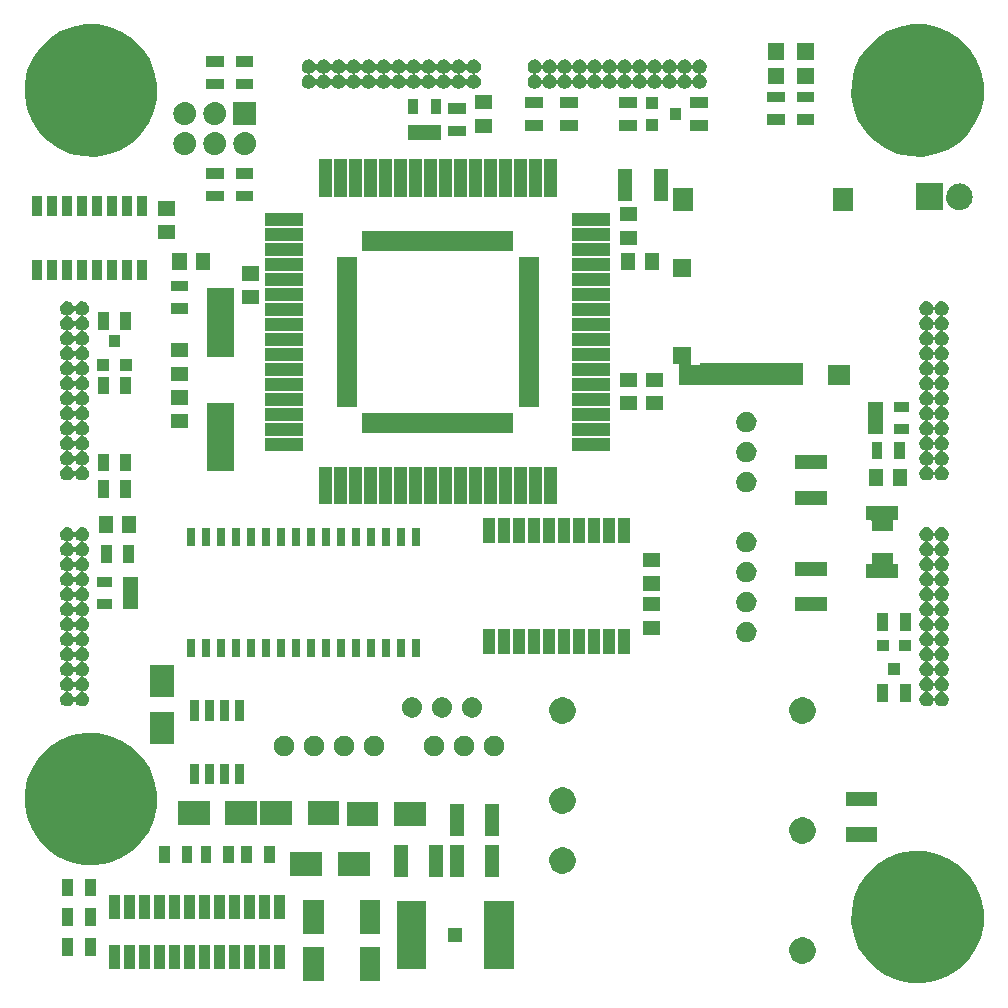
<source format=gts>
G04 #@! TF.FileFunction,Soldermask,Top*
%FSLAX46Y46*%
G04 Gerber Fmt 4.6, Leading zero omitted, Abs format (unit mm)*
G04 Created by KiCad (PCBNEW 4.0.6+dfsg1-1) date Mon Aug 28 10:06:35 2017*
%MOMM*%
%LPD*%
G01*
G04 APERTURE LIST*
%ADD10C,0.100000*%
%ADD11C,0.200000*%
G04 APERTURE END LIST*
D10*
D11*
X95861752Y-135995248D02*
X95861752Y-136995248D01*
D10*
G36*
X135588191Y-129403728D02*
X136663980Y-129624556D01*
X137676382Y-130050131D01*
X138586846Y-130664246D01*
X139360690Y-131443511D01*
X139968435Y-132358240D01*
X140386929Y-133373586D01*
X140600174Y-134450548D01*
X140600174Y-134450558D01*
X140600240Y-134450892D01*
X140582725Y-135705262D01*
X140582648Y-135705600D01*
X140582648Y-135705608D01*
X140339420Y-136776186D01*
X139892734Y-137779459D01*
X139259687Y-138676861D01*
X138464384Y-139434216D01*
X137537133Y-140022667D01*
X136513238Y-140419811D01*
X135431708Y-140610513D01*
X134333732Y-140587515D01*
X133261127Y-140351687D01*
X132254766Y-139912019D01*
X131352966Y-139285251D01*
X130590078Y-138495258D01*
X129995168Y-137572137D01*
X129590886Y-136551040D01*
X129392636Y-135470860D01*
X129407971Y-134372752D01*
X129636301Y-133298537D01*
X130068937Y-132289125D01*
X130689393Y-131382971D01*
X131474040Y-130614587D01*
X132392988Y-130013245D01*
X133411237Y-129601845D01*
X134489998Y-129396061D01*
X135588191Y-129403728D01*
X135588191Y-129403728D01*
G37*
G36*
X89500870Y-140450010D02*
X87799730Y-140450010D01*
X87799730Y-137549990D01*
X89500870Y-137549990D01*
X89500870Y-140450010D01*
X89500870Y-140450010D01*
G37*
G36*
X84700270Y-140450010D02*
X82999130Y-140450010D01*
X82999130Y-137549990D01*
X84700270Y-137549990D01*
X84700270Y-140450010D01*
X84700270Y-140450010D01*
G37*
G36*
X100811752Y-139395248D02*
X98311752Y-139395248D01*
X98311752Y-133595248D01*
X100811752Y-133595248D01*
X100811752Y-139395248D01*
X100811752Y-139395248D01*
G37*
G36*
X93411752Y-139395248D02*
X90911752Y-139395248D01*
X90911752Y-133595248D01*
X93411752Y-133595248D01*
X93411752Y-139395248D01*
X93411752Y-139395248D01*
G37*
G36*
X80180000Y-139365000D02*
X79220000Y-139365000D01*
X79220000Y-137365000D01*
X80180000Y-137365000D01*
X80180000Y-139365000D01*
X80180000Y-139365000D01*
G37*
G36*
X67480000Y-139365000D02*
X66520000Y-139365000D01*
X66520000Y-137365000D01*
X67480000Y-137365000D01*
X67480000Y-139365000D01*
X67480000Y-139365000D01*
G37*
G36*
X68750000Y-139365000D02*
X67790000Y-139365000D01*
X67790000Y-137365000D01*
X68750000Y-137365000D01*
X68750000Y-139365000D01*
X68750000Y-139365000D01*
G37*
G36*
X70020000Y-139365000D02*
X69060000Y-139365000D01*
X69060000Y-137365000D01*
X70020000Y-137365000D01*
X70020000Y-139365000D01*
X70020000Y-139365000D01*
G37*
G36*
X71290000Y-139365000D02*
X70330000Y-139365000D01*
X70330000Y-137365000D01*
X71290000Y-137365000D01*
X71290000Y-139365000D01*
X71290000Y-139365000D01*
G37*
G36*
X72560000Y-139365000D02*
X71600000Y-139365000D01*
X71600000Y-137365000D01*
X72560000Y-137365000D01*
X72560000Y-139365000D01*
X72560000Y-139365000D01*
G37*
G36*
X73830000Y-139365000D02*
X72870000Y-139365000D01*
X72870000Y-137365000D01*
X73830000Y-137365000D01*
X73830000Y-139365000D01*
X73830000Y-139365000D01*
G37*
G36*
X75100000Y-139365000D02*
X74140000Y-139365000D01*
X74140000Y-137365000D01*
X75100000Y-137365000D01*
X75100000Y-139365000D01*
X75100000Y-139365000D01*
G37*
G36*
X76370000Y-139365000D02*
X75410000Y-139365000D01*
X75410000Y-137365000D01*
X76370000Y-137365000D01*
X76370000Y-139365000D01*
X76370000Y-139365000D01*
G37*
G36*
X77640000Y-139365000D02*
X76680000Y-139365000D01*
X76680000Y-137365000D01*
X77640000Y-137365000D01*
X77640000Y-139365000D01*
X77640000Y-139365000D01*
G37*
G36*
X78910000Y-139365000D02*
X77950000Y-139365000D01*
X77950000Y-137365000D01*
X78910000Y-137365000D01*
X78910000Y-139365000D01*
X78910000Y-139365000D01*
G37*
G36*
X81450000Y-139365000D02*
X80490000Y-139365000D01*
X80490000Y-137365000D01*
X81450000Y-137365000D01*
X81450000Y-139365000D01*
X81450000Y-139365000D01*
G37*
G36*
X125367218Y-136704741D02*
X125581609Y-136748750D01*
X125783364Y-136833560D01*
X125964808Y-136955944D01*
X126119028Y-137111245D01*
X126240138Y-137293532D01*
X126323540Y-137495877D01*
X126365982Y-137710227D01*
X126365982Y-137710237D01*
X126366048Y-137710571D01*
X126362557Y-137960549D01*
X126362481Y-137960883D01*
X126362481Y-137960895D01*
X126314073Y-138173968D01*
X126225054Y-138373907D01*
X126098897Y-138552746D01*
X125940401Y-138703679D01*
X125755616Y-138820947D01*
X125551567Y-138900094D01*
X125336035Y-138938097D01*
X125117224Y-138933514D01*
X124903464Y-138886516D01*
X124702913Y-138798897D01*
X124523198Y-138673991D01*
X124371163Y-138516554D01*
X124252607Y-138332593D01*
X124172039Y-138129102D01*
X124132530Y-137913833D01*
X124135587Y-137694997D01*
X124181089Y-137480924D01*
X124267308Y-137279760D01*
X124390956Y-137099177D01*
X124547327Y-136946047D01*
X124730459Y-136826209D01*
X124933382Y-136744222D01*
X125148361Y-136703213D01*
X125367218Y-136704741D01*
X125367218Y-136704741D01*
G37*
G36*
X65400000Y-138250000D02*
X64500000Y-138250000D01*
X64500000Y-136750000D01*
X65400000Y-136750000D01*
X65400000Y-138250000D01*
X65400000Y-138250000D01*
G37*
G36*
X63500000Y-138250000D02*
X62600000Y-138250000D01*
X62600000Y-136750000D01*
X63500000Y-136750000D01*
X63500000Y-138250000D01*
X63500000Y-138250000D01*
G37*
G36*
X96461752Y-137095248D02*
X95261752Y-137095248D01*
X95261752Y-135895248D01*
X96461752Y-135895248D01*
X96461752Y-137095248D01*
X96461752Y-137095248D01*
G37*
G36*
X89500870Y-136450010D02*
X87799730Y-136450010D01*
X87799730Y-133549990D01*
X89500870Y-133549990D01*
X89500870Y-136450010D01*
X89500870Y-136450010D01*
G37*
G36*
X84700270Y-136450010D02*
X82999130Y-136450010D01*
X82999130Y-133549990D01*
X84700270Y-133549990D01*
X84700270Y-136450010D01*
X84700270Y-136450010D01*
G37*
G36*
X65400000Y-135750000D02*
X64500000Y-135750000D01*
X64500000Y-134250000D01*
X65400000Y-134250000D01*
X65400000Y-135750000D01*
X65400000Y-135750000D01*
G37*
G36*
X63500000Y-135750000D02*
X62600000Y-135750000D01*
X62600000Y-134250000D01*
X63500000Y-134250000D01*
X63500000Y-135750000D01*
X63500000Y-135750000D01*
G37*
G36*
X80180000Y-135165000D02*
X79220000Y-135165000D01*
X79220000Y-133165000D01*
X80180000Y-133165000D01*
X80180000Y-135165000D01*
X80180000Y-135165000D01*
G37*
G36*
X78910000Y-135165000D02*
X77950000Y-135165000D01*
X77950000Y-133165000D01*
X78910000Y-133165000D01*
X78910000Y-135165000D01*
X78910000Y-135165000D01*
G37*
G36*
X71290000Y-135165000D02*
X70330000Y-135165000D01*
X70330000Y-133165000D01*
X71290000Y-133165000D01*
X71290000Y-135165000D01*
X71290000Y-135165000D01*
G37*
G36*
X72560000Y-135165000D02*
X71600000Y-135165000D01*
X71600000Y-133165000D01*
X72560000Y-133165000D01*
X72560000Y-135165000D01*
X72560000Y-135165000D01*
G37*
G36*
X73830000Y-135165000D02*
X72870000Y-135165000D01*
X72870000Y-133165000D01*
X73830000Y-133165000D01*
X73830000Y-135165000D01*
X73830000Y-135165000D01*
G37*
G36*
X75100000Y-135165000D02*
X74140000Y-135165000D01*
X74140000Y-133165000D01*
X75100000Y-133165000D01*
X75100000Y-135165000D01*
X75100000Y-135165000D01*
G37*
G36*
X68750000Y-135165000D02*
X67790000Y-135165000D01*
X67790000Y-133165000D01*
X68750000Y-133165000D01*
X68750000Y-135165000D01*
X68750000Y-135165000D01*
G37*
G36*
X76370000Y-135165000D02*
X75410000Y-135165000D01*
X75410000Y-133165000D01*
X76370000Y-133165000D01*
X76370000Y-135165000D01*
X76370000Y-135165000D01*
G37*
G36*
X77640000Y-135165000D02*
X76680000Y-135165000D01*
X76680000Y-133165000D01*
X77640000Y-133165000D01*
X77640000Y-135165000D01*
X77640000Y-135165000D01*
G37*
G36*
X70020000Y-135165000D02*
X69060000Y-135165000D01*
X69060000Y-133165000D01*
X70020000Y-133165000D01*
X70020000Y-135165000D01*
X70020000Y-135165000D01*
G37*
G36*
X81450000Y-135165000D02*
X80490000Y-135165000D01*
X80490000Y-133165000D01*
X81450000Y-133165000D01*
X81450000Y-135165000D01*
X81450000Y-135165000D01*
G37*
G36*
X67480000Y-135165000D02*
X66520000Y-135165000D01*
X66520000Y-133165000D01*
X67480000Y-133165000D01*
X67480000Y-135165000D01*
X67480000Y-135165000D01*
G37*
G36*
X63500000Y-133250000D02*
X62600000Y-133250000D01*
X62600000Y-131750000D01*
X63500000Y-131750000D01*
X63500000Y-133250000D01*
X63500000Y-133250000D01*
G37*
G36*
X65400000Y-133250000D02*
X64500000Y-133250000D01*
X64500000Y-131750000D01*
X65400000Y-131750000D01*
X65400000Y-133250000D01*
X65400000Y-133250000D01*
G37*
G36*
X99600000Y-131600000D02*
X98400000Y-131600000D01*
X98400000Y-128900000D01*
X99600000Y-128900000D01*
X99600000Y-131600000D01*
X99600000Y-131600000D01*
G37*
G36*
X94850000Y-131600000D02*
X93650000Y-131600000D01*
X93650000Y-128900000D01*
X94850000Y-128900000D01*
X94850000Y-131600000D01*
X94850000Y-131600000D01*
G37*
G36*
X91850000Y-131600000D02*
X90650000Y-131600000D01*
X90650000Y-128900000D01*
X91850000Y-128900000D01*
X91850000Y-131600000D01*
X91850000Y-131600000D01*
G37*
G36*
X96600000Y-131600000D02*
X95400000Y-131600000D01*
X95400000Y-128900000D01*
X96600000Y-128900000D01*
X96600000Y-131600000D01*
X96600000Y-131600000D01*
G37*
G36*
X84599680Y-131500430D02*
X81900320Y-131500430D01*
X81900320Y-129499570D01*
X84599680Y-129499570D01*
X84599680Y-131500430D01*
X84599680Y-131500430D01*
G37*
G36*
X88597640Y-131500430D02*
X85898280Y-131500430D01*
X85898280Y-129499570D01*
X88597640Y-129499570D01*
X88597640Y-131500430D01*
X88597640Y-131500430D01*
G37*
G36*
X105047218Y-129084741D02*
X105261609Y-129128750D01*
X105463364Y-129213560D01*
X105644808Y-129335944D01*
X105799028Y-129491245D01*
X105920138Y-129673532D01*
X106003540Y-129875877D01*
X106045982Y-130090227D01*
X106045982Y-130090237D01*
X106046048Y-130090571D01*
X106042557Y-130340549D01*
X106042481Y-130340883D01*
X106042481Y-130340895D01*
X105994073Y-130553968D01*
X105905054Y-130753907D01*
X105778897Y-130932746D01*
X105620401Y-131083679D01*
X105435616Y-131200947D01*
X105231567Y-131280094D01*
X105016035Y-131318097D01*
X104797224Y-131313514D01*
X104583464Y-131266516D01*
X104382913Y-131178897D01*
X104203198Y-131053991D01*
X104051163Y-130896554D01*
X103932607Y-130712593D01*
X103852039Y-130509102D01*
X103812530Y-130293833D01*
X103815587Y-130074997D01*
X103861089Y-129860924D01*
X103947308Y-129659760D01*
X104070956Y-129479177D01*
X104227327Y-129326047D01*
X104410459Y-129206209D01*
X104613382Y-129124222D01*
X104828361Y-129083213D01*
X105047218Y-129084741D01*
X105047218Y-129084741D01*
G37*
G36*
X65588191Y-119403728D02*
X66663980Y-119624556D01*
X67676382Y-120050131D01*
X68586846Y-120664246D01*
X69360690Y-121443511D01*
X69968435Y-122358240D01*
X70386929Y-123373586D01*
X70600174Y-124450548D01*
X70600174Y-124450558D01*
X70600240Y-124450892D01*
X70582725Y-125705262D01*
X70582648Y-125705600D01*
X70582648Y-125705608D01*
X70339420Y-126776186D01*
X69892734Y-127779459D01*
X69259687Y-128676861D01*
X68464384Y-129434216D01*
X67537133Y-130022667D01*
X66513238Y-130419811D01*
X65431708Y-130610513D01*
X64333732Y-130587515D01*
X63261127Y-130351687D01*
X62254766Y-129912019D01*
X61352966Y-129285251D01*
X60590078Y-128495258D01*
X59995168Y-127572137D01*
X59590886Y-126551040D01*
X59392636Y-125470860D01*
X59407971Y-124372752D01*
X59636301Y-123298537D01*
X60068937Y-122289125D01*
X60689393Y-121382971D01*
X61474040Y-120614587D01*
X62392988Y-120013245D01*
X63411237Y-119601845D01*
X64489998Y-119396061D01*
X65588191Y-119403728D01*
X65588191Y-119403728D01*
G37*
G36*
X80552876Y-130440452D02*
X79652876Y-130440452D01*
X79652876Y-128940452D01*
X80552876Y-128940452D01*
X80552876Y-130440452D01*
X80552876Y-130440452D01*
G37*
G36*
X71702876Y-130440452D02*
X70802876Y-130440452D01*
X70802876Y-128940452D01*
X71702876Y-128940452D01*
X71702876Y-130440452D01*
X71702876Y-130440452D01*
G37*
G36*
X73602876Y-130440452D02*
X72702876Y-130440452D01*
X72702876Y-128940452D01*
X73602876Y-128940452D01*
X73602876Y-130440452D01*
X73602876Y-130440452D01*
G37*
G36*
X78652876Y-130440452D02*
X77752876Y-130440452D01*
X77752876Y-128940452D01*
X78652876Y-128940452D01*
X78652876Y-130440452D01*
X78652876Y-130440452D01*
G37*
G36*
X75202876Y-130440452D02*
X74302876Y-130440452D01*
X74302876Y-128940452D01*
X75202876Y-128940452D01*
X75202876Y-130440452D01*
X75202876Y-130440452D01*
G37*
G36*
X77102876Y-130440452D02*
X76202876Y-130440452D01*
X76202876Y-128940452D01*
X77102876Y-128940452D01*
X77102876Y-130440452D01*
X77102876Y-130440452D01*
G37*
G36*
X125367218Y-126544741D02*
X125581609Y-126588750D01*
X125783364Y-126673560D01*
X125964808Y-126795944D01*
X126119028Y-126951245D01*
X126240138Y-127133532D01*
X126323540Y-127335877D01*
X126365982Y-127550227D01*
X126365982Y-127550237D01*
X126366048Y-127550571D01*
X126362557Y-127800549D01*
X126362481Y-127800883D01*
X126362481Y-127800895D01*
X126314073Y-128013968D01*
X126225054Y-128213907D01*
X126098897Y-128392746D01*
X125940401Y-128543679D01*
X125755616Y-128660947D01*
X125551567Y-128740094D01*
X125336035Y-128778097D01*
X125117224Y-128773514D01*
X124903464Y-128726516D01*
X124702913Y-128638897D01*
X124523198Y-128513991D01*
X124371163Y-128356554D01*
X124252607Y-128172593D01*
X124172039Y-127969102D01*
X124132530Y-127753833D01*
X124135587Y-127534997D01*
X124181089Y-127320924D01*
X124267308Y-127119760D01*
X124390956Y-126939177D01*
X124547327Y-126786047D01*
X124730459Y-126666209D01*
X124933382Y-126584222D01*
X125148361Y-126543213D01*
X125367218Y-126544741D01*
X125367218Y-126544741D01*
G37*
G36*
X131600000Y-128600000D02*
X128900000Y-128600000D01*
X128900000Y-127400000D01*
X131600000Y-127400000D01*
X131600000Y-128600000D01*
X131600000Y-128600000D01*
G37*
G36*
X99600000Y-128100000D02*
X98400000Y-128100000D01*
X98400000Y-125400000D01*
X99600000Y-125400000D01*
X99600000Y-128100000D01*
X99600000Y-128100000D01*
G37*
G36*
X96600000Y-128100000D02*
X95400000Y-128100000D01*
X95400000Y-125400000D01*
X96600000Y-125400000D01*
X96600000Y-128100000D01*
X96600000Y-128100000D01*
G37*
G36*
X89350700Y-127250430D02*
X86651340Y-127250430D01*
X86651340Y-125249570D01*
X89350700Y-125249570D01*
X89350700Y-127250430D01*
X89350700Y-127250430D01*
G37*
G36*
X93348660Y-127250430D02*
X90649300Y-127250430D01*
X90649300Y-125249570D01*
X93348660Y-125249570D01*
X93348660Y-127250430D01*
X93348660Y-127250430D01*
G37*
G36*
X79051536Y-127190882D02*
X76352176Y-127190882D01*
X76352176Y-125190022D01*
X79051536Y-125190022D01*
X79051536Y-127190882D01*
X79051536Y-127190882D01*
G37*
G36*
X82053576Y-127190882D02*
X79354216Y-127190882D01*
X79354216Y-125190022D01*
X82053576Y-125190022D01*
X82053576Y-127190882D01*
X82053576Y-127190882D01*
G37*
G36*
X75053576Y-127190882D02*
X72354216Y-127190882D01*
X72354216Y-125190022D01*
X75053576Y-125190022D01*
X75053576Y-127190882D01*
X75053576Y-127190882D01*
G37*
G36*
X86051536Y-127190882D02*
X83352176Y-127190882D01*
X83352176Y-125190022D01*
X86051536Y-125190022D01*
X86051536Y-127190882D01*
X86051536Y-127190882D01*
G37*
G36*
X105047218Y-124004741D02*
X105261609Y-124048750D01*
X105463364Y-124133560D01*
X105644808Y-124255944D01*
X105799028Y-124411245D01*
X105920138Y-124593532D01*
X106003540Y-124795877D01*
X106045982Y-125010227D01*
X106045982Y-125010237D01*
X106046048Y-125010571D01*
X106042557Y-125260549D01*
X106042481Y-125260883D01*
X106042481Y-125260895D01*
X105994073Y-125473968D01*
X105905054Y-125673907D01*
X105778897Y-125852746D01*
X105620401Y-126003679D01*
X105435616Y-126120947D01*
X105231567Y-126200094D01*
X105016035Y-126238097D01*
X104797224Y-126233514D01*
X104583464Y-126186516D01*
X104382913Y-126098897D01*
X104203198Y-125973991D01*
X104051163Y-125816554D01*
X103932607Y-125632593D01*
X103852039Y-125429102D01*
X103812530Y-125213833D01*
X103815587Y-124994997D01*
X103861089Y-124780924D01*
X103947308Y-124579760D01*
X104070956Y-124399177D01*
X104227327Y-124246047D01*
X104410459Y-124126209D01*
X104613382Y-124044222D01*
X104828361Y-124003213D01*
X105047218Y-124004741D01*
X105047218Y-124004741D01*
G37*
G36*
X131600000Y-125600000D02*
X128900000Y-125600000D01*
X128900000Y-124400000D01*
X131600000Y-124400000D01*
X131600000Y-125600000D01*
X131600000Y-125600000D01*
G37*
G36*
X75467876Y-123765452D02*
X74667876Y-123765452D01*
X74667876Y-122015452D01*
X75467876Y-122015452D01*
X75467876Y-123765452D01*
X75467876Y-123765452D01*
G37*
G36*
X76737876Y-123765452D02*
X75937876Y-123765452D01*
X75937876Y-122015452D01*
X76737876Y-122015452D01*
X76737876Y-123765452D01*
X76737876Y-123765452D01*
G37*
G36*
X78007876Y-123765452D02*
X77207876Y-123765452D01*
X77207876Y-122015452D01*
X78007876Y-122015452D01*
X78007876Y-123765452D01*
X78007876Y-123765452D01*
G37*
G36*
X74197876Y-123765452D02*
X73397876Y-123765452D01*
X73397876Y-122015452D01*
X74197876Y-122015452D01*
X74197876Y-123765452D01*
X74197876Y-123765452D01*
G37*
G36*
X96690539Y-119638572D02*
X96856136Y-119672564D01*
X97011971Y-119738072D01*
X97152119Y-119832602D01*
X97271237Y-119952555D01*
X97364788Y-120093359D01*
X97429203Y-120249645D01*
X97461971Y-120415133D01*
X97461971Y-120415143D01*
X97462037Y-120415477D01*
X97459341Y-120608560D01*
X97459265Y-120608894D01*
X97459265Y-120608905D01*
X97421891Y-120773406D01*
X97353133Y-120927839D01*
X97255690Y-121065974D01*
X97133266Y-121182556D01*
X96990539Y-121273134D01*
X96832931Y-121334267D01*
X96666454Y-121363620D01*
X96497444Y-121360081D01*
X96332336Y-121323779D01*
X96177431Y-121256103D01*
X96038613Y-121159622D01*
X95921184Y-121038020D01*
X95829612Y-120895928D01*
X95767381Y-120738752D01*
X95736864Y-120572476D01*
X95739225Y-120403447D01*
X95774371Y-120238097D01*
X95840967Y-120082718D01*
X95936473Y-119943235D01*
X96057254Y-119824957D01*
X96198705Y-119732394D01*
X96355444Y-119669067D01*
X96521493Y-119637392D01*
X96690539Y-119638572D01*
X96690539Y-119638572D01*
G37*
G36*
X89070539Y-119638572D02*
X89236136Y-119672564D01*
X89391971Y-119738072D01*
X89532119Y-119832602D01*
X89651237Y-119952555D01*
X89744788Y-120093359D01*
X89809203Y-120249645D01*
X89841971Y-120415133D01*
X89841971Y-120415143D01*
X89842037Y-120415477D01*
X89839341Y-120608560D01*
X89839265Y-120608894D01*
X89839265Y-120608905D01*
X89801891Y-120773406D01*
X89733133Y-120927839D01*
X89635690Y-121065974D01*
X89513266Y-121182556D01*
X89370539Y-121273134D01*
X89212931Y-121334267D01*
X89046454Y-121363620D01*
X88877444Y-121360081D01*
X88712336Y-121323779D01*
X88557431Y-121256103D01*
X88418613Y-121159622D01*
X88301184Y-121038020D01*
X88209612Y-120895928D01*
X88147381Y-120738752D01*
X88116864Y-120572476D01*
X88119225Y-120403447D01*
X88154371Y-120238097D01*
X88220967Y-120082718D01*
X88316473Y-119943235D01*
X88437254Y-119824957D01*
X88578705Y-119732394D01*
X88735444Y-119669067D01*
X88901493Y-119637392D01*
X89070539Y-119638572D01*
X89070539Y-119638572D01*
G37*
G36*
X94150539Y-119638572D02*
X94316136Y-119672564D01*
X94471971Y-119738072D01*
X94612119Y-119832602D01*
X94731237Y-119952555D01*
X94824788Y-120093359D01*
X94889203Y-120249645D01*
X94921971Y-120415133D01*
X94921971Y-120415143D01*
X94922037Y-120415477D01*
X94919341Y-120608560D01*
X94919265Y-120608894D01*
X94919265Y-120608905D01*
X94881891Y-120773406D01*
X94813133Y-120927839D01*
X94715690Y-121065974D01*
X94593266Y-121182556D01*
X94450539Y-121273134D01*
X94292931Y-121334267D01*
X94126454Y-121363620D01*
X93957444Y-121360081D01*
X93792336Y-121323779D01*
X93637431Y-121256103D01*
X93498613Y-121159622D01*
X93381184Y-121038020D01*
X93289612Y-120895928D01*
X93227381Y-120738752D01*
X93196864Y-120572476D01*
X93199225Y-120403447D01*
X93234371Y-120238097D01*
X93300967Y-120082718D01*
X93396473Y-119943235D01*
X93517254Y-119824957D01*
X93658705Y-119732394D01*
X93815444Y-119669067D01*
X93981493Y-119637392D01*
X94150539Y-119638572D01*
X94150539Y-119638572D01*
G37*
G36*
X86530539Y-119638572D02*
X86696136Y-119672564D01*
X86851971Y-119738072D01*
X86992119Y-119832602D01*
X87111237Y-119952555D01*
X87204788Y-120093359D01*
X87269203Y-120249645D01*
X87301971Y-120415133D01*
X87301971Y-120415143D01*
X87302037Y-120415477D01*
X87299341Y-120608560D01*
X87299265Y-120608894D01*
X87299265Y-120608905D01*
X87261891Y-120773406D01*
X87193133Y-120927839D01*
X87095690Y-121065974D01*
X86973266Y-121182556D01*
X86830539Y-121273134D01*
X86672931Y-121334267D01*
X86506454Y-121363620D01*
X86337444Y-121360081D01*
X86172336Y-121323779D01*
X86017431Y-121256103D01*
X85878613Y-121159622D01*
X85761184Y-121038020D01*
X85669612Y-120895928D01*
X85607381Y-120738752D01*
X85576864Y-120572476D01*
X85579225Y-120403447D01*
X85614371Y-120238097D01*
X85680967Y-120082718D01*
X85776473Y-119943235D01*
X85897254Y-119824957D01*
X86038705Y-119732394D01*
X86195444Y-119669067D01*
X86361493Y-119637392D01*
X86530539Y-119638572D01*
X86530539Y-119638572D01*
G37*
G36*
X83990539Y-119638572D02*
X84156136Y-119672564D01*
X84311971Y-119738072D01*
X84452119Y-119832602D01*
X84571237Y-119952555D01*
X84664788Y-120093359D01*
X84729203Y-120249645D01*
X84761971Y-120415133D01*
X84761971Y-120415143D01*
X84762037Y-120415477D01*
X84759341Y-120608560D01*
X84759265Y-120608894D01*
X84759265Y-120608905D01*
X84721891Y-120773406D01*
X84653133Y-120927839D01*
X84555690Y-121065974D01*
X84433266Y-121182556D01*
X84290539Y-121273134D01*
X84132931Y-121334267D01*
X83966454Y-121363620D01*
X83797444Y-121360081D01*
X83632336Y-121323779D01*
X83477431Y-121256103D01*
X83338613Y-121159622D01*
X83221184Y-121038020D01*
X83129612Y-120895928D01*
X83067381Y-120738752D01*
X83036864Y-120572476D01*
X83039225Y-120403447D01*
X83074371Y-120238097D01*
X83140967Y-120082718D01*
X83236473Y-119943235D01*
X83357254Y-119824957D01*
X83498705Y-119732394D01*
X83655444Y-119669067D01*
X83821493Y-119637392D01*
X83990539Y-119638572D01*
X83990539Y-119638572D01*
G37*
G36*
X81450539Y-119638572D02*
X81616136Y-119672564D01*
X81771971Y-119738072D01*
X81912119Y-119832602D01*
X82031237Y-119952555D01*
X82124788Y-120093359D01*
X82189203Y-120249645D01*
X82221971Y-120415133D01*
X82221971Y-120415143D01*
X82222037Y-120415477D01*
X82219341Y-120608560D01*
X82219265Y-120608894D01*
X82219265Y-120608905D01*
X82181891Y-120773406D01*
X82113133Y-120927839D01*
X82015690Y-121065974D01*
X81893266Y-121182556D01*
X81750539Y-121273134D01*
X81592931Y-121334267D01*
X81426454Y-121363620D01*
X81257444Y-121360081D01*
X81092336Y-121323779D01*
X80937431Y-121256103D01*
X80798613Y-121159622D01*
X80681184Y-121038020D01*
X80589612Y-120895928D01*
X80527381Y-120738752D01*
X80496864Y-120572476D01*
X80499225Y-120403447D01*
X80534371Y-120238097D01*
X80600967Y-120082718D01*
X80696473Y-119943235D01*
X80817254Y-119824957D01*
X80958705Y-119732394D01*
X81115444Y-119669067D01*
X81281493Y-119637392D01*
X81450539Y-119638572D01*
X81450539Y-119638572D01*
G37*
G36*
X99230539Y-119638572D02*
X99396136Y-119672564D01*
X99551971Y-119738072D01*
X99692119Y-119832602D01*
X99811237Y-119952555D01*
X99904788Y-120093359D01*
X99969203Y-120249645D01*
X100001971Y-120415133D01*
X100001971Y-120415143D01*
X100002037Y-120415477D01*
X99999341Y-120608560D01*
X99999265Y-120608894D01*
X99999265Y-120608905D01*
X99961891Y-120773406D01*
X99893133Y-120927839D01*
X99795690Y-121065974D01*
X99673266Y-121182556D01*
X99530539Y-121273134D01*
X99372931Y-121334267D01*
X99206454Y-121363620D01*
X99037444Y-121360081D01*
X98872336Y-121323779D01*
X98717431Y-121256103D01*
X98578613Y-121159622D01*
X98461184Y-121038020D01*
X98369612Y-120895928D01*
X98307381Y-120738752D01*
X98276864Y-120572476D01*
X98279225Y-120403447D01*
X98314371Y-120238097D01*
X98380967Y-120082718D01*
X98476473Y-119943235D01*
X98597254Y-119824957D01*
X98738705Y-119732394D01*
X98895444Y-119669067D01*
X99061493Y-119637392D01*
X99230539Y-119638572D01*
X99230539Y-119638572D01*
G37*
G36*
X72000430Y-120348660D02*
X69999570Y-120348660D01*
X69999570Y-117649300D01*
X72000430Y-117649300D01*
X72000430Y-120348660D01*
X72000430Y-120348660D01*
G37*
G36*
X125367218Y-116384741D02*
X125581609Y-116428750D01*
X125783364Y-116513560D01*
X125964808Y-116635944D01*
X126119028Y-116791245D01*
X126240138Y-116973532D01*
X126323540Y-117175877D01*
X126365982Y-117390227D01*
X126365982Y-117390237D01*
X126366048Y-117390571D01*
X126362557Y-117640549D01*
X126362481Y-117640883D01*
X126362481Y-117640895D01*
X126314073Y-117853968D01*
X126225054Y-118053907D01*
X126098897Y-118232746D01*
X125940401Y-118383679D01*
X125755616Y-118500947D01*
X125551567Y-118580094D01*
X125336035Y-118618097D01*
X125117224Y-118613514D01*
X124903464Y-118566516D01*
X124702913Y-118478897D01*
X124523198Y-118353991D01*
X124371163Y-118196554D01*
X124252607Y-118012593D01*
X124172039Y-117809102D01*
X124132530Y-117593833D01*
X124135587Y-117374997D01*
X124181089Y-117160924D01*
X124267308Y-116959760D01*
X124390956Y-116779177D01*
X124547327Y-116626047D01*
X124730459Y-116506209D01*
X124933382Y-116424222D01*
X125148361Y-116383213D01*
X125367218Y-116384741D01*
X125367218Y-116384741D01*
G37*
G36*
X105047218Y-116384741D02*
X105261609Y-116428750D01*
X105463364Y-116513560D01*
X105644808Y-116635944D01*
X105799028Y-116791245D01*
X105920138Y-116973532D01*
X106003540Y-117175877D01*
X106045982Y-117390227D01*
X106045982Y-117390237D01*
X106046048Y-117390571D01*
X106042557Y-117640549D01*
X106042481Y-117640883D01*
X106042481Y-117640895D01*
X105994073Y-117853968D01*
X105905054Y-118053907D01*
X105778897Y-118232746D01*
X105620401Y-118383679D01*
X105435616Y-118500947D01*
X105231567Y-118580094D01*
X105016035Y-118618097D01*
X104797224Y-118613514D01*
X104583464Y-118566516D01*
X104382913Y-118478897D01*
X104203198Y-118353991D01*
X104051163Y-118196554D01*
X103932607Y-118012593D01*
X103852039Y-117809102D01*
X103812530Y-117593833D01*
X103815587Y-117374997D01*
X103861089Y-117160924D01*
X103947308Y-116959760D01*
X104070956Y-116779177D01*
X104227327Y-116626047D01*
X104410459Y-116506209D01*
X104613382Y-116424222D01*
X104828361Y-116383213D01*
X105047218Y-116384741D01*
X105047218Y-116384741D01*
G37*
G36*
X76737876Y-118365452D02*
X75937876Y-118365452D01*
X75937876Y-116615452D01*
X76737876Y-116615452D01*
X76737876Y-118365452D01*
X76737876Y-118365452D01*
G37*
G36*
X74197876Y-118365452D02*
X73397876Y-118365452D01*
X73397876Y-116615452D01*
X74197876Y-116615452D01*
X74197876Y-118365452D01*
X74197876Y-118365452D01*
G37*
G36*
X75467876Y-118365452D02*
X74667876Y-118365452D01*
X74667876Y-116615452D01*
X75467876Y-116615452D01*
X75467876Y-118365452D01*
X75467876Y-118365452D01*
G37*
G36*
X78007876Y-118365452D02*
X77207876Y-118365452D01*
X77207876Y-116615452D01*
X78007876Y-116615452D01*
X78007876Y-118365452D01*
X78007876Y-118365452D01*
G37*
G36*
X92260539Y-116388572D02*
X92426136Y-116422564D01*
X92581971Y-116488072D01*
X92722119Y-116582602D01*
X92841237Y-116702555D01*
X92934788Y-116843359D01*
X92999203Y-116999645D01*
X93031971Y-117165133D01*
X93031971Y-117165143D01*
X93032037Y-117165477D01*
X93029341Y-117358560D01*
X93029265Y-117358894D01*
X93029265Y-117358905D01*
X92991891Y-117523406D01*
X92923133Y-117677839D01*
X92825690Y-117815974D01*
X92703266Y-117932556D01*
X92560539Y-118023134D01*
X92402931Y-118084267D01*
X92236454Y-118113620D01*
X92067444Y-118110081D01*
X91902336Y-118073779D01*
X91747431Y-118006103D01*
X91608613Y-117909622D01*
X91491184Y-117788020D01*
X91399612Y-117645928D01*
X91337381Y-117488752D01*
X91306864Y-117322476D01*
X91309225Y-117153447D01*
X91344371Y-116988097D01*
X91410967Y-116832718D01*
X91506473Y-116693235D01*
X91627254Y-116574957D01*
X91768705Y-116482394D01*
X91925444Y-116419067D01*
X92091493Y-116387392D01*
X92260539Y-116388572D01*
X92260539Y-116388572D01*
G37*
G36*
X97340539Y-116388572D02*
X97506136Y-116422564D01*
X97661971Y-116488072D01*
X97802119Y-116582602D01*
X97921237Y-116702555D01*
X98014788Y-116843359D01*
X98079203Y-116999645D01*
X98111971Y-117165133D01*
X98111971Y-117165143D01*
X98112037Y-117165477D01*
X98109341Y-117358560D01*
X98109265Y-117358894D01*
X98109265Y-117358905D01*
X98071891Y-117523406D01*
X98003133Y-117677839D01*
X97905690Y-117815974D01*
X97783266Y-117932556D01*
X97640539Y-118023134D01*
X97482931Y-118084267D01*
X97316454Y-118113620D01*
X97147444Y-118110081D01*
X96982336Y-118073779D01*
X96827431Y-118006103D01*
X96688613Y-117909622D01*
X96571184Y-117788020D01*
X96479612Y-117645928D01*
X96417381Y-117488752D01*
X96386864Y-117322476D01*
X96389225Y-117153447D01*
X96424371Y-116988097D01*
X96490967Y-116832718D01*
X96586473Y-116693235D01*
X96707254Y-116574957D01*
X96848705Y-116482394D01*
X97005444Y-116419067D01*
X97171493Y-116387392D01*
X97340539Y-116388572D01*
X97340539Y-116388572D01*
G37*
G36*
X94800539Y-116388572D02*
X94966136Y-116422564D01*
X95121971Y-116488072D01*
X95262119Y-116582602D01*
X95381237Y-116702555D01*
X95474788Y-116843359D01*
X95539203Y-116999645D01*
X95571971Y-117165133D01*
X95571971Y-117165143D01*
X95572037Y-117165477D01*
X95569341Y-117358560D01*
X95569265Y-117358894D01*
X95569265Y-117358905D01*
X95531891Y-117523406D01*
X95463133Y-117677839D01*
X95365690Y-117815974D01*
X95243266Y-117932556D01*
X95100539Y-118023134D01*
X94942931Y-118084267D01*
X94776454Y-118113620D01*
X94607444Y-118110081D01*
X94442336Y-118073779D01*
X94287431Y-118006103D01*
X94148613Y-117909622D01*
X94031184Y-117788020D01*
X93939612Y-117645928D01*
X93877381Y-117488752D01*
X93846864Y-117322476D01*
X93849225Y-117153447D01*
X93884371Y-116988097D01*
X93950967Y-116832718D01*
X94046473Y-116693235D01*
X94167254Y-116574957D01*
X94308705Y-116482394D01*
X94465444Y-116419067D01*
X94631493Y-116387392D01*
X94800539Y-116388572D01*
X94800539Y-116388572D01*
G37*
G36*
X137083020Y-101975398D02*
X137198285Y-101999059D01*
X137306755Y-102044655D01*
X137404308Y-102110455D01*
X137487217Y-102193945D01*
X137552336Y-102291956D01*
X137597171Y-102400737D01*
X137619960Y-102515823D01*
X137619960Y-102515833D01*
X137620026Y-102516167D01*
X137618149Y-102650564D01*
X137618073Y-102650898D01*
X137618073Y-102650910D01*
X137592084Y-102765305D01*
X137544223Y-102872800D01*
X137476398Y-102968949D01*
X137391182Y-103050098D01*
X137291837Y-103113145D01*
X137182133Y-103155696D01*
X137151877Y-103161031D01*
X137138503Y-103165399D01*
X137126875Y-103173320D01*
X137117914Y-103184167D01*
X137112330Y-103197081D01*
X137110565Y-103211039D01*
X137112758Y-103224937D01*
X137118737Y-103237673D01*
X137128027Y-103248240D01*
X137139892Y-103255800D01*
X137150505Y-103259250D01*
X137198285Y-103269058D01*
X137306755Y-103314655D01*
X137404308Y-103380455D01*
X137487217Y-103463945D01*
X137552336Y-103561956D01*
X137597171Y-103670737D01*
X137619960Y-103785823D01*
X137619960Y-103785833D01*
X137620026Y-103786167D01*
X137618149Y-103920564D01*
X137618073Y-103920898D01*
X137618073Y-103920910D01*
X137592084Y-104035305D01*
X137544223Y-104142800D01*
X137476398Y-104238949D01*
X137391182Y-104320098D01*
X137291837Y-104383145D01*
X137182133Y-104425696D01*
X137151877Y-104431031D01*
X137138503Y-104435399D01*
X137126875Y-104443320D01*
X137117914Y-104454167D01*
X137112330Y-104467081D01*
X137110565Y-104481039D01*
X137112758Y-104494937D01*
X137118737Y-104507673D01*
X137128027Y-104518240D01*
X137139892Y-104525800D01*
X137150505Y-104529250D01*
X137198285Y-104539058D01*
X137306755Y-104584655D01*
X137404308Y-104650455D01*
X137487217Y-104733945D01*
X137552336Y-104831956D01*
X137597171Y-104940737D01*
X137619960Y-105055823D01*
X137619960Y-105055833D01*
X137620026Y-105056167D01*
X137618149Y-105190564D01*
X137618073Y-105190898D01*
X137618073Y-105190910D01*
X137592084Y-105305305D01*
X137544223Y-105412800D01*
X137476398Y-105508949D01*
X137391182Y-105590098D01*
X137291837Y-105653145D01*
X137182133Y-105695696D01*
X137151877Y-105701031D01*
X137138503Y-105705399D01*
X137126875Y-105713320D01*
X137117914Y-105724167D01*
X137112330Y-105737081D01*
X137110565Y-105751039D01*
X137112758Y-105764937D01*
X137118737Y-105777673D01*
X137128027Y-105788240D01*
X137139892Y-105795800D01*
X137150505Y-105799250D01*
X137198285Y-105809058D01*
X137306755Y-105854655D01*
X137404308Y-105920455D01*
X137487217Y-106003945D01*
X137552336Y-106101956D01*
X137597171Y-106210737D01*
X137619960Y-106325823D01*
X137619960Y-106325833D01*
X137620026Y-106326167D01*
X137618149Y-106460564D01*
X137618073Y-106460898D01*
X137618073Y-106460910D01*
X137592084Y-106575305D01*
X137544223Y-106682800D01*
X137476398Y-106778949D01*
X137391182Y-106860098D01*
X137291837Y-106923145D01*
X137182133Y-106965696D01*
X137151877Y-106971031D01*
X137138503Y-106975399D01*
X137126875Y-106983320D01*
X137117914Y-106994167D01*
X137112330Y-107007081D01*
X137110565Y-107021039D01*
X137112758Y-107034937D01*
X137118737Y-107047673D01*
X137128027Y-107058240D01*
X137139892Y-107065800D01*
X137150505Y-107069250D01*
X137198285Y-107079058D01*
X137306755Y-107124655D01*
X137404308Y-107190455D01*
X137487217Y-107273945D01*
X137552336Y-107371956D01*
X137597171Y-107480737D01*
X137619960Y-107595823D01*
X137619960Y-107595833D01*
X137620026Y-107596167D01*
X137618149Y-107730564D01*
X137618073Y-107730898D01*
X137618073Y-107730910D01*
X137592084Y-107845305D01*
X137544223Y-107952800D01*
X137476398Y-108048949D01*
X137391182Y-108130098D01*
X137291837Y-108193145D01*
X137182133Y-108235696D01*
X137151877Y-108241031D01*
X137138503Y-108245399D01*
X137126875Y-108253320D01*
X137117914Y-108264167D01*
X137112330Y-108277081D01*
X137110565Y-108291039D01*
X137112758Y-108304937D01*
X137118737Y-108317673D01*
X137128027Y-108328240D01*
X137139892Y-108335800D01*
X137150505Y-108339250D01*
X137198285Y-108349058D01*
X137306755Y-108394655D01*
X137404308Y-108460455D01*
X137487217Y-108543945D01*
X137552336Y-108641956D01*
X137597171Y-108750737D01*
X137619960Y-108865823D01*
X137619960Y-108865833D01*
X137620026Y-108866167D01*
X137618149Y-109000564D01*
X137618073Y-109000898D01*
X137618073Y-109000910D01*
X137592084Y-109115305D01*
X137544223Y-109222800D01*
X137476398Y-109318949D01*
X137391182Y-109400098D01*
X137291837Y-109463145D01*
X137182133Y-109505696D01*
X137151877Y-109511031D01*
X137138503Y-109515399D01*
X137126875Y-109523320D01*
X137117914Y-109534167D01*
X137112330Y-109547081D01*
X137110565Y-109561039D01*
X137112758Y-109574937D01*
X137118737Y-109587673D01*
X137128027Y-109598240D01*
X137139892Y-109605800D01*
X137150505Y-109609250D01*
X137198285Y-109619058D01*
X137306755Y-109664655D01*
X137404308Y-109730455D01*
X137487217Y-109813945D01*
X137552336Y-109911956D01*
X137597171Y-110020737D01*
X137619960Y-110135823D01*
X137619960Y-110135833D01*
X137620026Y-110136167D01*
X137618149Y-110270564D01*
X137618073Y-110270898D01*
X137618073Y-110270910D01*
X137592084Y-110385305D01*
X137544223Y-110492800D01*
X137476398Y-110588949D01*
X137391182Y-110670098D01*
X137291837Y-110733145D01*
X137182133Y-110775696D01*
X137151877Y-110781031D01*
X137138503Y-110785399D01*
X137126875Y-110793320D01*
X137117914Y-110804167D01*
X137112330Y-110817081D01*
X137110565Y-110831039D01*
X137112758Y-110844937D01*
X137118737Y-110857673D01*
X137128027Y-110868240D01*
X137139892Y-110875800D01*
X137150505Y-110879250D01*
X137198285Y-110889058D01*
X137306755Y-110934655D01*
X137404308Y-111000455D01*
X137487217Y-111083945D01*
X137552336Y-111181956D01*
X137597171Y-111290737D01*
X137619960Y-111405823D01*
X137619960Y-111405833D01*
X137620026Y-111406167D01*
X137618149Y-111540564D01*
X137618073Y-111540898D01*
X137618073Y-111540910D01*
X137592084Y-111655305D01*
X137544223Y-111762800D01*
X137476398Y-111858949D01*
X137391182Y-111940098D01*
X137291837Y-112003145D01*
X137182133Y-112045696D01*
X137151877Y-112051031D01*
X137138503Y-112055399D01*
X137126875Y-112063320D01*
X137117914Y-112074167D01*
X137112330Y-112087081D01*
X137110565Y-112101039D01*
X137112758Y-112114937D01*
X137118737Y-112127673D01*
X137128027Y-112138240D01*
X137139892Y-112145800D01*
X137150505Y-112149250D01*
X137198285Y-112159058D01*
X137306755Y-112204655D01*
X137404308Y-112270455D01*
X137487217Y-112353945D01*
X137552336Y-112451956D01*
X137597171Y-112560737D01*
X137619960Y-112675823D01*
X137619960Y-112675833D01*
X137620026Y-112676167D01*
X137618149Y-112810564D01*
X137618073Y-112810898D01*
X137618073Y-112810910D01*
X137592084Y-112925305D01*
X137544223Y-113032800D01*
X137476398Y-113128949D01*
X137391182Y-113210098D01*
X137291837Y-113273145D01*
X137182133Y-113315696D01*
X137151877Y-113321031D01*
X137138503Y-113325399D01*
X137126875Y-113333320D01*
X137117914Y-113344167D01*
X137112330Y-113357081D01*
X137110565Y-113371039D01*
X137112758Y-113384937D01*
X137118737Y-113397673D01*
X137128027Y-113408240D01*
X137139892Y-113415800D01*
X137150505Y-113419250D01*
X137198285Y-113429058D01*
X137306755Y-113474655D01*
X137404308Y-113540455D01*
X137487217Y-113623945D01*
X137552336Y-113721956D01*
X137597171Y-113830737D01*
X137619960Y-113945823D01*
X137619960Y-113945833D01*
X137620026Y-113946167D01*
X137618149Y-114080564D01*
X137618073Y-114080898D01*
X137618073Y-114080910D01*
X137592084Y-114195305D01*
X137544223Y-114302800D01*
X137476398Y-114398949D01*
X137391182Y-114480098D01*
X137291837Y-114543145D01*
X137182133Y-114585696D01*
X137151877Y-114591031D01*
X137138503Y-114595399D01*
X137126875Y-114603320D01*
X137117914Y-114614167D01*
X137112330Y-114627081D01*
X137110565Y-114641039D01*
X137112758Y-114654937D01*
X137118737Y-114667673D01*
X137128027Y-114678240D01*
X137139892Y-114685800D01*
X137150505Y-114689250D01*
X137198285Y-114699058D01*
X137306755Y-114744655D01*
X137404308Y-114810455D01*
X137487217Y-114893945D01*
X137552336Y-114991956D01*
X137597171Y-115100737D01*
X137619960Y-115215823D01*
X137619960Y-115215833D01*
X137620026Y-115216167D01*
X137618149Y-115350564D01*
X137618073Y-115350898D01*
X137618073Y-115350910D01*
X137592084Y-115465305D01*
X137544223Y-115572800D01*
X137476398Y-115668949D01*
X137391182Y-115750098D01*
X137291837Y-115813145D01*
X137182133Y-115855696D01*
X137151877Y-115861031D01*
X137138503Y-115865399D01*
X137126875Y-115873320D01*
X137117914Y-115884167D01*
X137112330Y-115897081D01*
X137110565Y-115911039D01*
X137112758Y-115924937D01*
X137118737Y-115937673D01*
X137128027Y-115948240D01*
X137139892Y-115955800D01*
X137150505Y-115959250D01*
X137198285Y-115969058D01*
X137306755Y-116014655D01*
X137404308Y-116080455D01*
X137487217Y-116163945D01*
X137552336Y-116261956D01*
X137597171Y-116370737D01*
X137619960Y-116485823D01*
X137619960Y-116485833D01*
X137620026Y-116486167D01*
X137618149Y-116620564D01*
X137618073Y-116620898D01*
X137618073Y-116620910D01*
X137592084Y-116735305D01*
X137544223Y-116842800D01*
X137476398Y-116938949D01*
X137391182Y-117020098D01*
X137291837Y-117083145D01*
X137182133Y-117125697D01*
X137066257Y-117146128D01*
X136948616Y-117143664D01*
X136833688Y-117118396D01*
X136725867Y-117071290D01*
X136629246Y-117004136D01*
X136547506Y-116919492D01*
X136483767Y-116820589D01*
X136440451Y-116711185D01*
X136433978Y-116675916D01*
X136429516Y-116662572D01*
X136421513Y-116651000D01*
X136410604Y-116642115D01*
X136397651Y-116636622D01*
X136383681Y-116634955D01*
X136369799Y-116637245D01*
X136357105Y-116643313D01*
X136346603Y-116652676D01*
X136339126Y-116664595D01*
X136336041Y-116673865D01*
X136322082Y-116735310D01*
X136274223Y-116842800D01*
X136206398Y-116938949D01*
X136121182Y-117020098D01*
X136021837Y-117083145D01*
X135912133Y-117125697D01*
X135796257Y-117146128D01*
X135678616Y-117143664D01*
X135563688Y-117118396D01*
X135455867Y-117071290D01*
X135359246Y-117004136D01*
X135277506Y-116919492D01*
X135213767Y-116820589D01*
X135170451Y-116711185D01*
X135149209Y-116595447D01*
X135150852Y-116477794D01*
X135175315Y-116362702D01*
X135221671Y-116254548D01*
X135288148Y-116157460D01*
X135372219Y-116075132D01*
X135470675Y-116010704D01*
X135579776Y-115966624D01*
X135619820Y-115958985D01*
X135633132Y-115954430D01*
X135644648Y-115946347D01*
X135653456Y-115935376D01*
X135658859Y-115922385D01*
X135660132Y-115911039D01*
X135840565Y-115911039D01*
X135842758Y-115924937D01*
X135848737Y-115937673D01*
X135858027Y-115948240D01*
X135869892Y-115955800D01*
X135880505Y-115959250D01*
X135928285Y-115969058D01*
X136036755Y-116014655D01*
X136134308Y-116080455D01*
X136217217Y-116163945D01*
X136282336Y-116261956D01*
X136327171Y-116370737D01*
X136336014Y-116415396D01*
X136340662Y-116428675D01*
X136348825Y-116440135D01*
X136359857Y-116448866D01*
X136372885Y-116454179D01*
X136386878Y-116455651D01*
X136400726Y-116453167D01*
X136413335Y-116446923D01*
X136423704Y-116437414D01*
X136431014Y-116425392D01*
X136433969Y-116416080D01*
X136445315Y-116362703D01*
X136491671Y-116254548D01*
X136558148Y-116157460D01*
X136642219Y-116075132D01*
X136740675Y-116010704D01*
X136849776Y-115966624D01*
X136889820Y-115958985D01*
X136903132Y-115954430D01*
X136914648Y-115946347D01*
X136923456Y-115935376D01*
X136928859Y-115922385D01*
X136930428Y-115908403D01*
X136928041Y-115894538D01*
X136921885Y-115881886D01*
X136912448Y-115871451D01*
X136900478Y-115864057D01*
X136891186Y-115861037D01*
X136833689Y-115848396D01*
X136725867Y-115801290D01*
X136629246Y-115734136D01*
X136547506Y-115649492D01*
X136483767Y-115550589D01*
X136440451Y-115441185D01*
X136433978Y-115405916D01*
X136429516Y-115392572D01*
X136421513Y-115381000D01*
X136410604Y-115372115D01*
X136397651Y-115366622D01*
X136383681Y-115364955D01*
X136369799Y-115367245D01*
X136357105Y-115373313D01*
X136346603Y-115382676D01*
X136339126Y-115394595D01*
X136336041Y-115403865D01*
X136322082Y-115465310D01*
X136274223Y-115572800D01*
X136206398Y-115668949D01*
X136121182Y-115750098D01*
X136021837Y-115813145D01*
X135912133Y-115855696D01*
X135881877Y-115861031D01*
X135868503Y-115865399D01*
X135856875Y-115873320D01*
X135847914Y-115884167D01*
X135842330Y-115897081D01*
X135840565Y-115911039D01*
X135660132Y-115911039D01*
X135660428Y-115908403D01*
X135658041Y-115894538D01*
X135651885Y-115881886D01*
X135642448Y-115871451D01*
X135630478Y-115864057D01*
X135621186Y-115861037D01*
X135563689Y-115848396D01*
X135455867Y-115801290D01*
X135359246Y-115734136D01*
X135277506Y-115649492D01*
X135213767Y-115550589D01*
X135170451Y-115441185D01*
X135149209Y-115325447D01*
X135150852Y-115207794D01*
X135175315Y-115092702D01*
X135221671Y-114984548D01*
X135288148Y-114887460D01*
X135372219Y-114805132D01*
X135470675Y-114740704D01*
X135579776Y-114696624D01*
X135619820Y-114688985D01*
X135633132Y-114684430D01*
X135644648Y-114676347D01*
X135653456Y-114665376D01*
X135658859Y-114652385D01*
X135660132Y-114641039D01*
X135840565Y-114641039D01*
X135842758Y-114654937D01*
X135848737Y-114667673D01*
X135858027Y-114678240D01*
X135869892Y-114685800D01*
X135880505Y-114689250D01*
X135928285Y-114699058D01*
X136036755Y-114744655D01*
X136134308Y-114810455D01*
X136217217Y-114893945D01*
X136282336Y-114991956D01*
X136327171Y-115100737D01*
X136336014Y-115145396D01*
X136340662Y-115158675D01*
X136348825Y-115170135D01*
X136359857Y-115178866D01*
X136372885Y-115184179D01*
X136386878Y-115185651D01*
X136400726Y-115183167D01*
X136413335Y-115176923D01*
X136423704Y-115167414D01*
X136431014Y-115155392D01*
X136433969Y-115146080D01*
X136445315Y-115092703D01*
X136491671Y-114984548D01*
X136558148Y-114887460D01*
X136642219Y-114805132D01*
X136740675Y-114740704D01*
X136849776Y-114696624D01*
X136889820Y-114688985D01*
X136903132Y-114684430D01*
X136914648Y-114676347D01*
X136923456Y-114665376D01*
X136928859Y-114652385D01*
X136930428Y-114638403D01*
X136928041Y-114624538D01*
X136921885Y-114611886D01*
X136912448Y-114601451D01*
X136900478Y-114594057D01*
X136891186Y-114591037D01*
X136833689Y-114578396D01*
X136725867Y-114531290D01*
X136629246Y-114464136D01*
X136547506Y-114379492D01*
X136483767Y-114280589D01*
X136440451Y-114171185D01*
X136433978Y-114135916D01*
X136429516Y-114122572D01*
X136421513Y-114111000D01*
X136410604Y-114102115D01*
X136397651Y-114096622D01*
X136383681Y-114094955D01*
X136369799Y-114097245D01*
X136357105Y-114103313D01*
X136346603Y-114112676D01*
X136339126Y-114124595D01*
X136336041Y-114133865D01*
X136322082Y-114195310D01*
X136274223Y-114302800D01*
X136206398Y-114398949D01*
X136121182Y-114480098D01*
X136021837Y-114543145D01*
X135912133Y-114585696D01*
X135881877Y-114591031D01*
X135868503Y-114595399D01*
X135856875Y-114603320D01*
X135847914Y-114614167D01*
X135842330Y-114627081D01*
X135840565Y-114641039D01*
X135660132Y-114641039D01*
X135660428Y-114638403D01*
X135658041Y-114624538D01*
X135651885Y-114611886D01*
X135642448Y-114601451D01*
X135630478Y-114594057D01*
X135621186Y-114591037D01*
X135563689Y-114578396D01*
X135455867Y-114531290D01*
X135359246Y-114464136D01*
X135277506Y-114379492D01*
X135213767Y-114280589D01*
X135170451Y-114171185D01*
X135149209Y-114055447D01*
X135150852Y-113937794D01*
X135175315Y-113822702D01*
X135221671Y-113714548D01*
X135288148Y-113617460D01*
X135372219Y-113535132D01*
X135470675Y-113470704D01*
X135579776Y-113426624D01*
X135619820Y-113418985D01*
X135633132Y-113414430D01*
X135644648Y-113406347D01*
X135653456Y-113395376D01*
X135658859Y-113382385D01*
X135660132Y-113371039D01*
X135840565Y-113371039D01*
X135842758Y-113384937D01*
X135848737Y-113397673D01*
X135858027Y-113408240D01*
X135869892Y-113415800D01*
X135880505Y-113419250D01*
X135928285Y-113429058D01*
X136036755Y-113474655D01*
X136134308Y-113540455D01*
X136217217Y-113623945D01*
X136282336Y-113721956D01*
X136327171Y-113830737D01*
X136336014Y-113875396D01*
X136340662Y-113888675D01*
X136348825Y-113900135D01*
X136359857Y-113908866D01*
X136372885Y-113914179D01*
X136386878Y-113915651D01*
X136400726Y-113913167D01*
X136413335Y-113906923D01*
X136423704Y-113897414D01*
X136431014Y-113885392D01*
X136433969Y-113876080D01*
X136445315Y-113822703D01*
X136491671Y-113714548D01*
X136558148Y-113617460D01*
X136642219Y-113535132D01*
X136740675Y-113470704D01*
X136849776Y-113426624D01*
X136889820Y-113418985D01*
X136903132Y-113414430D01*
X136914648Y-113406347D01*
X136923456Y-113395376D01*
X136928859Y-113382385D01*
X136930428Y-113368403D01*
X136928041Y-113354538D01*
X136921885Y-113341886D01*
X136912448Y-113331451D01*
X136900478Y-113324057D01*
X136891186Y-113321037D01*
X136833689Y-113308396D01*
X136725867Y-113261290D01*
X136629246Y-113194136D01*
X136547506Y-113109492D01*
X136483767Y-113010589D01*
X136440451Y-112901185D01*
X136433978Y-112865916D01*
X136429516Y-112852572D01*
X136421513Y-112841000D01*
X136410604Y-112832115D01*
X136397651Y-112826622D01*
X136383681Y-112824955D01*
X136369799Y-112827245D01*
X136357105Y-112833313D01*
X136346603Y-112842676D01*
X136339126Y-112854595D01*
X136336041Y-112863865D01*
X136322082Y-112925310D01*
X136274223Y-113032800D01*
X136206398Y-113128949D01*
X136121182Y-113210098D01*
X136021837Y-113273145D01*
X135912133Y-113315696D01*
X135881877Y-113321031D01*
X135868503Y-113325399D01*
X135856875Y-113333320D01*
X135847914Y-113344167D01*
X135842330Y-113357081D01*
X135840565Y-113371039D01*
X135660132Y-113371039D01*
X135660428Y-113368403D01*
X135658041Y-113354538D01*
X135651885Y-113341886D01*
X135642448Y-113331451D01*
X135630478Y-113324057D01*
X135621186Y-113321037D01*
X135563689Y-113308396D01*
X135455867Y-113261290D01*
X135359246Y-113194136D01*
X135277506Y-113109492D01*
X135213767Y-113010589D01*
X135170451Y-112901185D01*
X135149209Y-112785447D01*
X135150852Y-112667794D01*
X135175315Y-112552702D01*
X135221671Y-112444548D01*
X135288148Y-112347460D01*
X135372219Y-112265132D01*
X135470675Y-112200704D01*
X135579776Y-112156624D01*
X135619820Y-112148985D01*
X135633132Y-112144430D01*
X135644648Y-112136347D01*
X135653456Y-112125376D01*
X135658859Y-112112385D01*
X135660132Y-112101039D01*
X135840565Y-112101039D01*
X135842758Y-112114937D01*
X135848737Y-112127673D01*
X135858027Y-112138240D01*
X135869892Y-112145800D01*
X135880505Y-112149250D01*
X135928285Y-112159058D01*
X136036755Y-112204655D01*
X136134308Y-112270455D01*
X136217217Y-112353945D01*
X136282336Y-112451956D01*
X136327171Y-112560737D01*
X136336014Y-112605396D01*
X136340662Y-112618675D01*
X136348825Y-112630135D01*
X136359857Y-112638866D01*
X136372885Y-112644179D01*
X136386878Y-112645651D01*
X136400726Y-112643167D01*
X136413335Y-112636923D01*
X136423704Y-112627414D01*
X136431014Y-112615392D01*
X136433969Y-112606080D01*
X136445315Y-112552703D01*
X136491671Y-112444548D01*
X136558148Y-112347460D01*
X136642219Y-112265132D01*
X136740675Y-112200704D01*
X136849776Y-112156624D01*
X136889820Y-112148985D01*
X136903132Y-112144430D01*
X136914648Y-112136347D01*
X136923456Y-112125376D01*
X136928859Y-112112385D01*
X136930428Y-112098403D01*
X136928041Y-112084538D01*
X136921885Y-112071886D01*
X136912448Y-112061451D01*
X136900478Y-112054057D01*
X136891186Y-112051037D01*
X136833689Y-112038396D01*
X136725867Y-111991290D01*
X136629246Y-111924136D01*
X136547506Y-111839492D01*
X136483767Y-111740589D01*
X136440451Y-111631185D01*
X136433978Y-111595916D01*
X136429516Y-111582572D01*
X136421513Y-111571000D01*
X136410604Y-111562115D01*
X136397651Y-111556622D01*
X136383681Y-111554955D01*
X136369799Y-111557245D01*
X136357105Y-111563313D01*
X136346603Y-111572676D01*
X136339126Y-111584595D01*
X136336041Y-111593865D01*
X136322082Y-111655310D01*
X136274223Y-111762800D01*
X136206398Y-111858949D01*
X136121182Y-111940098D01*
X136021837Y-112003145D01*
X135912133Y-112045696D01*
X135881877Y-112051031D01*
X135868503Y-112055399D01*
X135856875Y-112063320D01*
X135847914Y-112074167D01*
X135842330Y-112087081D01*
X135840565Y-112101039D01*
X135660132Y-112101039D01*
X135660428Y-112098403D01*
X135658041Y-112084538D01*
X135651885Y-112071886D01*
X135642448Y-112061451D01*
X135630478Y-112054057D01*
X135621186Y-112051037D01*
X135563689Y-112038396D01*
X135455867Y-111991290D01*
X135359246Y-111924136D01*
X135277506Y-111839492D01*
X135213767Y-111740589D01*
X135170451Y-111631185D01*
X135149209Y-111515447D01*
X135150852Y-111397794D01*
X135175315Y-111282702D01*
X135221671Y-111174548D01*
X135288148Y-111077460D01*
X135372219Y-110995132D01*
X135470675Y-110930704D01*
X135579776Y-110886624D01*
X135619820Y-110878985D01*
X135633132Y-110874430D01*
X135644648Y-110866347D01*
X135653456Y-110855376D01*
X135658859Y-110842385D01*
X135660132Y-110831039D01*
X135840565Y-110831039D01*
X135842758Y-110844937D01*
X135848737Y-110857673D01*
X135858027Y-110868240D01*
X135869892Y-110875800D01*
X135880505Y-110879250D01*
X135928285Y-110889058D01*
X136036755Y-110934655D01*
X136134308Y-111000455D01*
X136217217Y-111083945D01*
X136282336Y-111181956D01*
X136327171Y-111290737D01*
X136336014Y-111335396D01*
X136340662Y-111348675D01*
X136348825Y-111360135D01*
X136359857Y-111368866D01*
X136372885Y-111374179D01*
X136386878Y-111375651D01*
X136400726Y-111373167D01*
X136413335Y-111366923D01*
X136423704Y-111357414D01*
X136431014Y-111345392D01*
X136433969Y-111336080D01*
X136445315Y-111282703D01*
X136491671Y-111174548D01*
X136558148Y-111077460D01*
X136642219Y-110995132D01*
X136740675Y-110930704D01*
X136849776Y-110886624D01*
X136889820Y-110878985D01*
X136903132Y-110874430D01*
X136914648Y-110866347D01*
X136923456Y-110855376D01*
X136928859Y-110842385D01*
X136930428Y-110828403D01*
X136928041Y-110814538D01*
X136921885Y-110801886D01*
X136912448Y-110791451D01*
X136900478Y-110784057D01*
X136891186Y-110781037D01*
X136833689Y-110768396D01*
X136725867Y-110721290D01*
X136629246Y-110654136D01*
X136547506Y-110569492D01*
X136483767Y-110470589D01*
X136440451Y-110361185D01*
X136433978Y-110325916D01*
X136429516Y-110312572D01*
X136421513Y-110301000D01*
X136410604Y-110292115D01*
X136397651Y-110286622D01*
X136383681Y-110284955D01*
X136369799Y-110287245D01*
X136357105Y-110293313D01*
X136346603Y-110302676D01*
X136339126Y-110314595D01*
X136336041Y-110323865D01*
X136322082Y-110385310D01*
X136274223Y-110492800D01*
X136206398Y-110588949D01*
X136121182Y-110670098D01*
X136021837Y-110733145D01*
X135912133Y-110775696D01*
X135881877Y-110781031D01*
X135868503Y-110785399D01*
X135856875Y-110793320D01*
X135847914Y-110804167D01*
X135842330Y-110817081D01*
X135840565Y-110831039D01*
X135660132Y-110831039D01*
X135660428Y-110828403D01*
X135658041Y-110814538D01*
X135651885Y-110801886D01*
X135642448Y-110791451D01*
X135630478Y-110784057D01*
X135621186Y-110781037D01*
X135563689Y-110768396D01*
X135455867Y-110721290D01*
X135359246Y-110654136D01*
X135277506Y-110569492D01*
X135213767Y-110470589D01*
X135170451Y-110361185D01*
X135149209Y-110245447D01*
X135150852Y-110127794D01*
X135175315Y-110012702D01*
X135221671Y-109904548D01*
X135288148Y-109807460D01*
X135372219Y-109725132D01*
X135470675Y-109660704D01*
X135579776Y-109616624D01*
X135619820Y-109608985D01*
X135633132Y-109604430D01*
X135644648Y-109596347D01*
X135653456Y-109585376D01*
X135658859Y-109572385D01*
X135660132Y-109561039D01*
X135840565Y-109561039D01*
X135842758Y-109574937D01*
X135848737Y-109587673D01*
X135858027Y-109598240D01*
X135869892Y-109605800D01*
X135880505Y-109609250D01*
X135928285Y-109619058D01*
X136036755Y-109664655D01*
X136134308Y-109730455D01*
X136217217Y-109813945D01*
X136282336Y-109911956D01*
X136327171Y-110020737D01*
X136336014Y-110065396D01*
X136340662Y-110078675D01*
X136348825Y-110090135D01*
X136359857Y-110098866D01*
X136372885Y-110104179D01*
X136386878Y-110105651D01*
X136400726Y-110103167D01*
X136413335Y-110096923D01*
X136423704Y-110087414D01*
X136431014Y-110075392D01*
X136433969Y-110066080D01*
X136445315Y-110012703D01*
X136491671Y-109904548D01*
X136558148Y-109807460D01*
X136642219Y-109725132D01*
X136740675Y-109660704D01*
X136849776Y-109616624D01*
X136889820Y-109608985D01*
X136903132Y-109604430D01*
X136914648Y-109596347D01*
X136923456Y-109585376D01*
X136928859Y-109572385D01*
X136930428Y-109558403D01*
X136928041Y-109544538D01*
X136921885Y-109531886D01*
X136912448Y-109521451D01*
X136900478Y-109514057D01*
X136891186Y-109511037D01*
X136833689Y-109498396D01*
X136725867Y-109451290D01*
X136629246Y-109384136D01*
X136547506Y-109299492D01*
X136483767Y-109200589D01*
X136440451Y-109091185D01*
X136433978Y-109055916D01*
X136429516Y-109042572D01*
X136421513Y-109031000D01*
X136410604Y-109022115D01*
X136397651Y-109016622D01*
X136383681Y-109014955D01*
X136369799Y-109017245D01*
X136357105Y-109023313D01*
X136346603Y-109032676D01*
X136339126Y-109044595D01*
X136336041Y-109053865D01*
X136322082Y-109115310D01*
X136274223Y-109222800D01*
X136206398Y-109318949D01*
X136121182Y-109400098D01*
X136021837Y-109463145D01*
X135912133Y-109505696D01*
X135881877Y-109511031D01*
X135868503Y-109515399D01*
X135856875Y-109523320D01*
X135847914Y-109534167D01*
X135842330Y-109547081D01*
X135840565Y-109561039D01*
X135660132Y-109561039D01*
X135660428Y-109558403D01*
X135658041Y-109544538D01*
X135651885Y-109531886D01*
X135642448Y-109521451D01*
X135630478Y-109514057D01*
X135621186Y-109511037D01*
X135563689Y-109498396D01*
X135455867Y-109451290D01*
X135359246Y-109384136D01*
X135277506Y-109299492D01*
X135213767Y-109200589D01*
X135170451Y-109091185D01*
X135149209Y-108975447D01*
X135150852Y-108857794D01*
X135175315Y-108742702D01*
X135221671Y-108634548D01*
X135288148Y-108537460D01*
X135372219Y-108455132D01*
X135470675Y-108390704D01*
X135579776Y-108346624D01*
X135619820Y-108338985D01*
X135633132Y-108334430D01*
X135644648Y-108326347D01*
X135653456Y-108315376D01*
X135658859Y-108302385D01*
X135660132Y-108291039D01*
X135840565Y-108291039D01*
X135842758Y-108304937D01*
X135848737Y-108317673D01*
X135858027Y-108328240D01*
X135869892Y-108335800D01*
X135880505Y-108339250D01*
X135928285Y-108349058D01*
X136036755Y-108394655D01*
X136134308Y-108460455D01*
X136217217Y-108543945D01*
X136282336Y-108641956D01*
X136327171Y-108750737D01*
X136336014Y-108795396D01*
X136340662Y-108808675D01*
X136348825Y-108820135D01*
X136359857Y-108828866D01*
X136372885Y-108834179D01*
X136386878Y-108835651D01*
X136400726Y-108833167D01*
X136413335Y-108826923D01*
X136423704Y-108817414D01*
X136431014Y-108805392D01*
X136433969Y-108796080D01*
X136445315Y-108742703D01*
X136491671Y-108634548D01*
X136558148Y-108537460D01*
X136642219Y-108455132D01*
X136740675Y-108390704D01*
X136849776Y-108346624D01*
X136889820Y-108338985D01*
X136903132Y-108334430D01*
X136914648Y-108326347D01*
X136923456Y-108315376D01*
X136928859Y-108302385D01*
X136930428Y-108288403D01*
X136928041Y-108274538D01*
X136921885Y-108261886D01*
X136912448Y-108251451D01*
X136900478Y-108244057D01*
X136891186Y-108241037D01*
X136833689Y-108228396D01*
X136725867Y-108181290D01*
X136629246Y-108114136D01*
X136547506Y-108029492D01*
X136483767Y-107930589D01*
X136440451Y-107821185D01*
X136433978Y-107785916D01*
X136429516Y-107772572D01*
X136421513Y-107761000D01*
X136410604Y-107752115D01*
X136397651Y-107746622D01*
X136383681Y-107744955D01*
X136369799Y-107747245D01*
X136357105Y-107753313D01*
X136346603Y-107762676D01*
X136339126Y-107774595D01*
X136336041Y-107783865D01*
X136322082Y-107845310D01*
X136274223Y-107952800D01*
X136206398Y-108048949D01*
X136121182Y-108130098D01*
X136021837Y-108193145D01*
X135912133Y-108235696D01*
X135881877Y-108241031D01*
X135868503Y-108245399D01*
X135856875Y-108253320D01*
X135847914Y-108264167D01*
X135842330Y-108277081D01*
X135840565Y-108291039D01*
X135660132Y-108291039D01*
X135660428Y-108288403D01*
X135658041Y-108274538D01*
X135651885Y-108261886D01*
X135642448Y-108251451D01*
X135630478Y-108244057D01*
X135621186Y-108241037D01*
X135563689Y-108228396D01*
X135455867Y-108181290D01*
X135359246Y-108114136D01*
X135277506Y-108029492D01*
X135213767Y-107930589D01*
X135170451Y-107821185D01*
X135149209Y-107705447D01*
X135150852Y-107587794D01*
X135175315Y-107472702D01*
X135221671Y-107364548D01*
X135288148Y-107267460D01*
X135372219Y-107185132D01*
X135470675Y-107120704D01*
X135579776Y-107076624D01*
X135619820Y-107068985D01*
X135633132Y-107064430D01*
X135644648Y-107056347D01*
X135653456Y-107045376D01*
X135658859Y-107032385D01*
X135660132Y-107021039D01*
X135840565Y-107021039D01*
X135842758Y-107034937D01*
X135848737Y-107047673D01*
X135858027Y-107058240D01*
X135869892Y-107065800D01*
X135880505Y-107069250D01*
X135928285Y-107079058D01*
X136036755Y-107124655D01*
X136134308Y-107190455D01*
X136217217Y-107273945D01*
X136282336Y-107371956D01*
X136327171Y-107480737D01*
X136336014Y-107525396D01*
X136340662Y-107538675D01*
X136348825Y-107550135D01*
X136359857Y-107558866D01*
X136372885Y-107564179D01*
X136386878Y-107565651D01*
X136400726Y-107563167D01*
X136413335Y-107556923D01*
X136423704Y-107547414D01*
X136431014Y-107535392D01*
X136433969Y-107526080D01*
X136445315Y-107472703D01*
X136491671Y-107364548D01*
X136558148Y-107267460D01*
X136642219Y-107185132D01*
X136740675Y-107120704D01*
X136849776Y-107076624D01*
X136889820Y-107068985D01*
X136903132Y-107064430D01*
X136914648Y-107056347D01*
X136923456Y-107045376D01*
X136928859Y-107032385D01*
X136930428Y-107018403D01*
X136928041Y-107004538D01*
X136921885Y-106991886D01*
X136912448Y-106981451D01*
X136900478Y-106974057D01*
X136891186Y-106971037D01*
X136833689Y-106958396D01*
X136725867Y-106911290D01*
X136629246Y-106844136D01*
X136547506Y-106759492D01*
X136483767Y-106660589D01*
X136440451Y-106551185D01*
X136433978Y-106515916D01*
X136429516Y-106502572D01*
X136421513Y-106491000D01*
X136410604Y-106482115D01*
X136397651Y-106476622D01*
X136383681Y-106474955D01*
X136369799Y-106477245D01*
X136357105Y-106483313D01*
X136346603Y-106492676D01*
X136339126Y-106504595D01*
X136336041Y-106513865D01*
X136322082Y-106575310D01*
X136274223Y-106682800D01*
X136206398Y-106778949D01*
X136121182Y-106860098D01*
X136021837Y-106923145D01*
X135912133Y-106965696D01*
X135881877Y-106971031D01*
X135868503Y-106975399D01*
X135856875Y-106983320D01*
X135847914Y-106994167D01*
X135842330Y-107007081D01*
X135840565Y-107021039D01*
X135660132Y-107021039D01*
X135660428Y-107018403D01*
X135658041Y-107004538D01*
X135651885Y-106991886D01*
X135642448Y-106981451D01*
X135630478Y-106974057D01*
X135621186Y-106971037D01*
X135563689Y-106958396D01*
X135455867Y-106911290D01*
X135359246Y-106844136D01*
X135277506Y-106759492D01*
X135213767Y-106660589D01*
X135170451Y-106551185D01*
X135149209Y-106435447D01*
X135150852Y-106317794D01*
X135175315Y-106202702D01*
X135221671Y-106094548D01*
X135288148Y-105997460D01*
X135372219Y-105915132D01*
X135470675Y-105850704D01*
X135579776Y-105806624D01*
X135619820Y-105798985D01*
X135633132Y-105794430D01*
X135644648Y-105786347D01*
X135653456Y-105775376D01*
X135658859Y-105762385D01*
X135660132Y-105751039D01*
X135840565Y-105751039D01*
X135842758Y-105764937D01*
X135848737Y-105777673D01*
X135858027Y-105788240D01*
X135869892Y-105795800D01*
X135880505Y-105799250D01*
X135928285Y-105809058D01*
X136036755Y-105854655D01*
X136134308Y-105920455D01*
X136217217Y-106003945D01*
X136282336Y-106101956D01*
X136327171Y-106210737D01*
X136336014Y-106255396D01*
X136340662Y-106268675D01*
X136348825Y-106280135D01*
X136359857Y-106288866D01*
X136372885Y-106294179D01*
X136386878Y-106295651D01*
X136400726Y-106293167D01*
X136413335Y-106286923D01*
X136423704Y-106277414D01*
X136431014Y-106265392D01*
X136433969Y-106256080D01*
X136445315Y-106202703D01*
X136491671Y-106094548D01*
X136558148Y-105997460D01*
X136642219Y-105915132D01*
X136740675Y-105850704D01*
X136849776Y-105806624D01*
X136889820Y-105798985D01*
X136903132Y-105794430D01*
X136914648Y-105786347D01*
X136923456Y-105775376D01*
X136928859Y-105762385D01*
X136930428Y-105748403D01*
X136928041Y-105734538D01*
X136921885Y-105721886D01*
X136912448Y-105711451D01*
X136900478Y-105704057D01*
X136891186Y-105701037D01*
X136833689Y-105688396D01*
X136725867Y-105641290D01*
X136629246Y-105574136D01*
X136547506Y-105489492D01*
X136483767Y-105390589D01*
X136440451Y-105281185D01*
X136433978Y-105245916D01*
X136429516Y-105232572D01*
X136421513Y-105221000D01*
X136410604Y-105212115D01*
X136397651Y-105206622D01*
X136383681Y-105204955D01*
X136369799Y-105207245D01*
X136357105Y-105213313D01*
X136346603Y-105222676D01*
X136339126Y-105234595D01*
X136336041Y-105243865D01*
X136322082Y-105305310D01*
X136274223Y-105412800D01*
X136206398Y-105508949D01*
X136121182Y-105590098D01*
X136021837Y-105653145D01*
X135912133Y-105695696D01*
X135881877Y-105701031D01*
X135868503Y-105705399D01*
X135856875Y-105713320D01*
X135847914Y-105724167D01*
X135842330Y-105737081D01*
X135840565Y-105751039D01*
X135660132Y-105751039D01*
X135660428Y-105748403D01*
X135658041Y-105734538D01*
X135651885Y-105721886D01*
X135642448Y-105711451D01*
X135630478Y-105704057D01*
X135621186Y-105701037D01*
X135563689Y-105688396D01*
X135455867Y-105641290D01*
X135359246Y-105574136D01*
X135277506Y-105489492D01*
X135213767Y-105390589D01*
X135170451Y-105281185D01*
X135149209Y-105165447D01*
X135150852Y-105047794D01*
X135175315Y-104932702D01*
X135221671Y-104824548D01*
X135288148Y-104727460D01*
X135372219Y-104645132D01*
X135470675Y-104580704D01*
X135579776Y-104536624D01*
X135619820Y-104528985D01*
X135633132Y-104524430D01*
X135644648Y-104516347D01*
X135653456Y-104505376D01*
X135658859Y-104492385D01*
X135660132Y-104481039D01*
X135840565Y-104481039D01*
X135842758Y-104494937D01*
X135848737Y-104507673D01*
X135858027Y-104518240D01*
X135869892Y-104525800D01*
X135880505Y-104529250D01*
X135928285Y-104539058D01*
X136036755Y-104584655D01*
X136134308Y-104650455D01*
X136217217Y-104733945D01*
X136282336Y-104831956D01*
X136327171Y-104940737D01*
X136336014Y-104985396D01*
X136340662Y-104998675D01*
X136348825Y-105010135D01*
X136359857Y-105018866D01*
X136372885Y-105024179D01*
X136386878Y-105025651D01*
X136400726Y-105023167D01*
X136413335Y-105016923D01*
X136423704Y-105007414D01*
X136431014Y-104995392D01*
X136433969Y-104986080D01*
X136445315Y-104932703D01*
X136491671Y-104824548D01*
X136558148Y-104727460D01*
X136642219Y-104645132D01*
X136740675Y-104580704D01*
X136849776Y-104536624D01*
X136889820Y-104528985D01*
X136903132Y-104524430D01*
X136914648Y-104516347D01*
X136923456Y-104505376D01*
X136928859Y-104492385D01*
X136930428Y-104478403D01*
X136928041Y-104464538D01*
X136921885Y-104451886D01*
X136912448Y-104441451D01*
X136900478Y-104434057D01*
X136891186Y-104431037D01*
X136833689Y-104418396D01*
X136725867Y-104371290D01*
X136629246Y-104304136D01*
X136547506Y-104219492D01*
X136483767Y-104120589D01*
X136440451Y-104011185D01*
X136433978Y-103975916D01*
X136429516Y-103962572D01*
X136421513Y-103951000D01*
X136410604Y-103942115D01*
X136397651Y-103936622D01*
X136383681Y-103934955D01*
X136369799Y-103937245D01*
X136357105Y-103943313D01*
X136346603Y-103952676D01*
X136339126Y-103964595D01*
X136336041Y-103973865D01*
X136322082Y-104035310D01*
X136274223Y-104142800D01*
X136206398Y-104238949D01*
X136121182Y-104320098D01*
X136021837Y-104383145D01*
X135912133Y-104425696D01*
X135881877Y-104431031D01*
X135868503Y-104435399D01*
X135856875Y-104443320D01*
X135847914Y-104454167D01*
X135842330Y-104467081D01*
X135840565Y-104481039D01*
X135660132Y-104481039D01*
X135660428Y-104478403D01*
X135658041Y-104464538D01*
X135651885Y-104451886D01*
X135642448Y-104441451D01*
X135630478Y-104434057D01*
X135621186Y-104431037D01*
X135563689Y-104418396D01*
X135455867Y-104371290D01*
X135359246Y-104304136D01*
X135277506Y-104219492D01*
X135213767Y-104120589D01*
X135170451Y-104011185D01*
X135149209Y-103895447D01*
X135150852Y-103777794D01*
X135175315Y-103662702D01*
X135221671Y-103554548D01*
X135288148Y-103457460D01*
X135372219Y-103375132D01*
X135470675Y-103310704D01*
X135579776Y-103266624D01*
X135619820Y-103258985D01*
X135633132Y-103254430D01*
X135644648Y-103246347D01*
X135653456Y-103235376D01*
X135658859Y-103222385D01*
X135660132Y-103211039D01*
X135840565Y-103211039D01*
X135842758Y-103224937D01*
X135848737Y-103237673D01*
X135858027Y-103248240D01*
X135869892Y-103255800D01*
X135880505Y-103259250D01*
X135928285Y-103269058D01*
X136036755Y-103314655D01*
X136134308Y-103380455D01*
X136217217Y-103463945D01*
X136282336Y-103561956D01*
X136327171Y-103670737D01*
X136336014Y-103715396D01*
X136340662Y-103728675D01*
X136348825Y-103740135D01*
X136359857Y-103748866D01*
X136372885Y-103754179D01*
X136386878Y-103755651D01*
X136400726Y-103753167D01*
X136413335Y-103746923D01*
X136423704Y-103737414D01*
X136431014Y-103725392D01*
X136433969Y-103716080D01*
X136445315Y-103662703D01*
X136491671Y-103554548D01*
X136558148Y-103457460D01*
X136642219Y-103375132D01*
X136740675Y-103310704D01*
X136849776Y-103266624D01*
X136889820Y-103258985D01*
X136903132Y-103254430D01*
X136914648Y-103246347D01*
X136923456Y-103235376D01*
X136928859Y-103222385D01*
X136930428Y-103208403D01*
X136928041Y-103194538D01*
X136921885Y-103181886D01*
X136912448Y-103171451D01*
X136900478Y-103164057D01*
X136891186Y-103161037D01*
X136833689Y-103148396D01*
X136725867Y-103101290D01*
X136629246Y-103034136D01*
X136547506Y-102949492D01*
X136483767Y-102850589D01*
X136440451Y-102741185D01*
X136433978Y-102705916D01*
X136429516Y-102692572D01*
X136421513Y-102681000D01*
X136410604Y-102672115D01*
X136397651Y-102666622D01*
X136383681Y-102664955D01*
X136369799Y-102667245D01*
X136357105Y-102673313D01*
X136346603Y-102682676D01*
X136339126Y-102694595D01*
X136336041Y-102703865D01*
X136322082Y-102765310D01*
X136274223Y-102872800D01*
X136206398Y-102968949D01*
X136121182Y-103050098D01*
X136021837Y-103113145D01*
X135912133Y-103155696D01*
X135881877Y-103161031D01*
X135868503Y-103165399D01*
X135856875Y-103173320D01*
X135847914Y-103184167D01*
X135842330Y-103197081D01*
X135840565Y-103211039D01*
X135660132Y-103211039D01*
X135660428Y-103208403D01*
X135658041Y-103194538D01*
X135651885Y-103181886D01*
X135642448Y-103171451D01*
X135630478Y-103164057D01*
X135621186Y-103161037D01*
X135563689Y-103148396D01*
X135455867Y-103101290D01*
X135359246Y-103034136D01*
X135277506Y-102949492D01*
X135213767Y-102850589D01*
X135170451Y-102741185D01*
X135149209Y-102625447D01*
X135150852Y-102507794D01*
X135175315Y-102392702D01*
X135221671Y-102284548D01*
X135288148Y-102187460D01*
X135372219Y-102105132D01*
X135470675Y-102040704D01*
X135579777Y-101996624D01*
X135695354Y-101974576D01*
X135813020Y-101975398D01*
X135928285Y-101999059D01*
X136036755Y-102044655D01*
X136134308Y-102110455D01*
X136217217Y-102193945D01*
X136282336Y-102291956D01*
X136327171Y-102400737D01*
X136336014Y-102445396D01*
X136340662Y-102458675D01*
X136348825Y-102470135D01*
X136359857Y-102478866D01*
X136372885Y-102484179D01*
X136386878Y-102485651D01*
X136400726Y-102483167D01*
X136413335Y-102476923D01*
X136423704Y-102467414D01*
X136431014Y-102455392D01*
X136433969Y-102446080D01*
X136445315Y-102392703D01*
X136491671Y-102284548D01*
X136558148Y-102187460D01*
X136642219Y-102105132D01*
X136740675Y-102040704D01*
X136849777Y-101996624D01*
X136965354Y-101974576D01*
X137083020Y-101975398D01*
X137083020Y-101975398D01*
G37*
G36*
X64313020Y-101975398D02*
X64428285Y-101999059D01*
X64536755Y-102044655D01*
X64634308Y-102110455D01*
X64717217Y-102193945D01*
X64782336Y-102291956D01*
X64827171Y-102400737D01*
X64849960Y-102515823D01*
X64849960Y-102515833D01*
X64850026Y-102516167D01*
X64848149Y-102650564D01*
X64848073Y-102650898D01*
X64848073Y-102650910D01*
X64822084Y-102765305D01*
X64774223Y-102872800D01*
X64706398Y-102968949D01*
X64621182Y-103050098D01*
X64521837Y-103113145D01*
X64412133Y-103155696D01*
X64381877Y-103161031D01*
X64368503Y-103165399D01*
X64356875Y-103173320D01*
X64347914Y-103184167D01*
X64342330Y-103197081D01*
X64340565Y-103211039D01*
X64342758Y-103224937D01*
X64348737Y-103237673D01*
X64358027Y-103248240D01*
X64369892Y-103255800D01*
X64380505Y-103259250D01*
X64428285Y-103269058D01*
X64536755Y-103314655D01*
X64634308Y-103380455D01*
X64717217Y-103463945D01*
X64782336Y-103561956D01*
X64827171Y-103670737D01*
X64849960Y-103785823D01*
X64849960Y-103785833D01*
X64850026Y-103786167D01*
X64848149Y-103920564D01*
X64848073Y-103920898D01*
X64848073Y-103920910D01*
X64822084Y-104035305D01*
X64774223Y-104142800D01*
X64706398Y-104238949D01*
X64621182Y-104320098D01*
X64521837Y-104383145D01*
X64412133Y-104425696D01*
X64381877Y-104431031D01*
X64368503Y-104435399D01*
X64356875Y-104443320D01*
X64347914Y-104454167D01*
X64342330Y-104467081D01*
X64340565Y-104481039D01*
X64342758Y-104494937D01*
X64348737Y-104507673D01*
X64358027Y-104518240D01*
X64369892Y-104525800D01*
X64380505Y-104529250D01*
X64428285Y-104539058D01*
X64536755Y-104584655D01*
X64634308Y-104650455D01*
X64717217Y-104733945D01*
X64782336Y-104831956D01*
X64827171Y-104940737D01*
X64849960Y-105055823D01*
X64849960Y-105055833D01*
X64850026Y-105056167D01*
X64848149Y-105190564D01*
X64848073Y-105190898D01*
X64848073Y-105190910D01*
X64822084Y-105305305D01*
X64774223Y-105412800D01*
X64706398Y-105508949D01*
X64621182Y-105590098D01*
X64521837Y-105653145D01*
X64412133Y-105695696D01*
X64381877Y-105701031D01*
X64368503Y-105705399D01*
X64356875Y-105713320D01*
X64347914Y-105724167D01*
X64342330Y-105737081D01*
X64340565Y-105751039D01*
X64342758Y-105764937D01*
X64348737Y-105777673D01*
X64358027Y-105788240D01*
X64369892Y-105795800D01*
X64380505Y-105799250D01*
X64428285Y-105809058D01*
X64536755Y-105854655D01*
X64634308Y-105920455D01*
X64717217Y-106003945D01*
X64782336Y-106101956D01*
X64827171Y-106210737D01*
X64849960Y-106325823D01*
X64849960Y-106325833D01*
X64850026Y-106326167D01*
X64848149Y-106460564D01*
X64848073Y-106460898D01*
X64848073Y-106460910D01*
X64822084Y-106575305D01*
X64774223Y-106682800D01*
X64706398Y-106778949D01*
X64621182Y-106860098D01*
X64521837Y-106923145D01*
X64412133Y-106965696D01*
X64381877Y-106971031D01*
X64368503Y-106975399D01*
X64356875Y-106983320D01*
X64347914Y-106994167D01*
X64342330Y-107007081D01*
X64340565Y-107021039D01*
X64342758Y-107034937D01*
X64348737Y-107047673D01*
X64358027Y-107058240D01*
X64369892Y-107065800D01*
X64380505Y-107069250D01*
X64428285Y-107079058D01*
X64536755Y-107124655D01*
X64634308Y-107190455D01*
X64717217Y-107273945D01*
X64782336Y-107371956D01*
X64827171Y-107480737D01*
X64849960Y-107595823D01*
X64849960Y-107595833D01*
X64850026Y-107596167D01*
X64848149Y-107730564D01*
X64848073Y-107730898D01*
X64848073Y-107730910D01*
X64822084Y-107845305D01*
X64774223Y-107952800D01*
X64706398Y-108048949D01*
X64621182Y-108130098D01*
X64521837Y-108193145D01*
X64412133Y-108235696D01*
X64381877Y-108241031D01*
X64368503Y-108245399D01*
X64356875Y-108253320D01*
X64347914Y-108264167D01*
X64342330Y-108277081D01*
X64340565Y-108291039D01*
X64342758Y-108304937D01*
X64348737Y-108317673D01*
X64358027Y-108328240D01*
X64369892Y-108335800D01*
X64380505Y-108339250D01*
X64428285Y-108349058D01*
X64536755Y-108394655D01*
X64634308Y-108460455D01*
X64717217Y-108543945D01*
X64782336Y-108641956D01*
X64827171Y-108750737D01*
X64849960Y-108865823D01*
X64849960Y-108865833D01*
X64850026Y-108866167D01*
X64848149Y-109000564D01*
X64848073Y-109000898D01*
X64848073Y-109000910D01*
X64822084Y-109115305D01*
X64774223Y-109222800D01*
X64706398Y-109318949D01*
X64621182Y-109400098D01*
X64521837Y-109463145D01*
X64412133Y-109505696D01*
X64381877Y-109511031D01*
X64368503Y-109515399D01*
X64356875Y-109523320D01*
X64347914Y-109534167D01*
X64342330Y-109547081D01*
X64340565Y-109561039D01*
X64342758Y-109574937D01*
X64348737Y-109587673D01*
X64358027Y-109598240D01*
X64369892Y-109605800D01*
X64380505Y-109609250D01*
X64428285Y-109619058D01*
X64536755Y-109664655D01*
X64634308Y-109730455D01*
X64717217Y-109813945D01*
X64782336Y-109911956D01*
X64827171Y-110020737D01*
X64849960Y-110135823D01*
X64849960Y-110135833D01*
X64850026Y-110136167D01*
X64848149Y-110270564D01*
X64848073Y-110270898D01*
X64848073Y-110270910D01*
X64822084Y-110385305D01*
X64774223Y-110492800D01*
X64706398Y-110588949D01*
X64621182Y-110670098D01*
X64521837Y-110733145D01*
X64412133Y-110775696D01*
X64381877Y-110781031D01*
X64368503Y-110785399D01*
X64356875Y-110793320D01*
X64347914Y-110804167D01*
X64342330Y-110817081D01*
X64340565Y-110831039D01*
X64342758Y-110844937D01*
X64348737Y-110857673D01*
X64358027Y-110868240D01*
X64369892Y-110875800D01*
X64380505Y-110879250D01*
X64428285Y-110889058D01*
X64536755Y-110934655D01*
X64634308Y-111000455D01*
X64717217Y-111083945D01*
X64782336Y-111181956D01*
X64827171Y-111290737D01*
X64849960Y-111405823D01*
X64849960Y-111405833D01*
X64850026Y-111406167D01*
X64848149Y-111540564D01*
X64848073Y-111540898D01*
X64848073Y-111540910D01*
X64822084Y-111655305D01*
X64774223Y-111762800D01*
X64706398Y-111858949D01*
X64621182Y-111940098D01*
X64521837Y-112003145D01*
X64412133Y-112045696D01*
X64381877Y-112051031D01*
X64368503Y-112055399D01*
X64356875Y-112063320D01*
X64347914Y-112074167D01*
X64342330Y-112087081D01*
X64340565Y-112101039D01*
X64342758Y-112114937D01*
X64348737Y-112127673D01*
X64358027Y-112138240D01*
X64369892Y-112145800D01*
X64380505Y-112149250D01*
X64428285Y-112159058D01*
X64536755Y-112204655D01*
X64634308Y-112270455D01*
X64717217Y-112353945D01*
X64782336Y-112451956D01*
X64827171Y-112560737D01*
X64849960Y-112675823D01*
X64849960Y-112675833D01*
X64850026Y-112676167D01*
X64848149Y-112810564D01*
X64848073Y-112810898D01*
X64848073Y-112810910D01*
X64822084Y-112925305D01*
X64774223Y-113032800D01*
X64706398Y-113128949D01*
X64621182Y-113210098D01*
X64521837Y-113273145D01*
X64412133Y-113315696D01*
X64381877Y-113321031D01*
X64368503Y-113325399D01*
X64356875Y-113333320D01*
X64347914Y-113344167D01*
X64342330Y-113357081D01*
X64340565Y-113371039D01*
X64342758Y-113384937D01*
X64348737Y-113397673D01*
X64358027Y-113408240D01*
X64369892Y-113415800D01*
X64380505Y-113419250D01*
X64428285Y-113429058D01*
X64536755Y-113474655D01*
X64634308Y-113540455D01*
X64717217Y-113623945D01*
X64782336Y-113721956D01*
X64827171Y-113830737D01*
X64849960Y-113945823D01*
X64849960Y-113945833D01*
X64850026Y-113946167D01*
X64848149Y-114080564D01*
X64848073Y-114080898D01*
X64848073Y-114080910D01*
X64822084Y-114195305D01*
X64774223Y-114302800D01*
X64706398Y-114398949D01*
X64621182Y-114480098D01*
X64521837Y-114543145D01*
X64412133Y-114585696D01*
X64381877Y-114591031D01*
X64368503Y-114595399D01*
X64356875Y-114603320D01*
X64347914Y-114614167D01*
X64342330Y-114627081D01*
X64340565Y-114641039D01*
X64342758Y-114654937D01*
X64348737Y-114667673D01*
X64358027Y-114678240D01*
X64369892Y-114685800D01*
X64380505Y-114689250D01*
X64428285Y-114699058D01*
X64536755Y-114744655D01*
X64634308Y-114810455D01*
X64717217Y-114893945D01*
X64782336Y-114991956D01*
X64827171Y-115100737D01*
X64849960Y-115215823D01*
X64849960Y-115215833D01*
X64850026Y-115216167D01*
X64848149Y-115350564D01*
X64848073Y-115350898D01*
X64848073Y-115350910D01*
X64822084Y-115465305D01*
X64774223Y-115572800D01*
X64706398Y-115668949D01*
X64621182Y-115750098D01*
X64521837Y-115813145D01*
X64412133Y-115855696D01*
X64381877Y-115861031D01*
X64368503Y-115865399D01*
X64356875Y-115873320D01*
X64347914Y-115884167D01*
X64342330Y-115897081D01*
X64340565Y-115911039D01*
X64342758Y-115924937D01*
X64348737Y-115937673D01*
X64358027Y-115948240D01*
X64369892Y-115955800D01*
X64380505Y-115959250D01*
X64428285Y-115969058D01*
X64536755Y-116014655D01*
X64634308Y-116080455D01*
X64717217Y-116163945D01*
X64782336Y-116261956D01*
X64827171Y-116370737D01*
X64849960Y-116485823D01*
X64849960Y-116485833D01*
X64850026Y-116486167D01*
X64848149Y-116620564D01*
X64848073Y-116620898D01*
X64848073Y-116620910D01*
X64822084Y-116735305D01*
X64774223Y-116842800D01*
X64706398Y-116938949D01*
X64621182Y-117020098D01*
X64521837Y-117083145D01*
X64412133Y-117125697D01*
X64296257Y-117146128D01*
X64178616Y-117143664D01*
X64063688Y-117118396D01*
X63955867Y-117071290D01*
X63859246Y-117004136D01*
X63777506Y-116919492D01*
X63713767Y-116820589D01*
X63670451Y-116711185D01*
X63663978Y-116675916D01*
X63659516Y-116662572D01*
X63651513Y-116651000D01*
X63640604Y-116642115D01*
X63627651Y-116636622D01*
X63613681Y-116634955D01*
X63599799Y-116637245D01*
X63587105Y-116643313D01*
X63576603Y-116652676D01*
X63569126Y-116664595D01*
X63566041Y-116673865D01*
X63552082Y-116735310D01*
X63504223Y-116842800D01*
X63436398Y-116938949D01*
X63351182Y-117020098D01*
X63251837Y-117083145D01*
X63142133Y-117125697D01*
X63026257Y-117146128D01*
X62908616Y-117143664D01*
X62793688Y-117118396D01*
X62685867Y-117071290D01*
X62589246Y-117004136D01*
X62507506Y-116919492D01*
X62443767Y-116820589D01*
X62400451Y-116711185D01*
X62379209Y-116595447D01*
X62380852Y-116477794D01*
X62405315Y-116362702D01*
X62451671Y-116254548D01*
X62518148Y-116157460D01*
X62602219Y-116075132D01*
X62700675Y-116010704D01*
X62809776Y-115966624D01*
X62849820Y-115958985D01*
X62863132Y-115954430D01*
X62874648Y-115946347D01*
X62883456Y-115935376D01*
X62888859Y-115922385D01*
X62890132Y-115911039D01*
X63070565Y-115911039D01*
X63072758Y-115924937D01*
X63078737Y-115937673D01*
X63088027Y-115948240D01*
X63099892Y-115955800D01*
X63110505Y-115959250D01*
X63158285Y-115969058D01*
X63266755Y-116014655D01*
X63364308Y-116080455D01*
X63447217Y-116163945D01*
X63512336Y-116261956D01*
X63557171Y-116370737D01*
X63566014Y-116415396D01*
X63570662Y-116428675D01*
X63578825Y-116440135D01*
X63589857Y-116448866D01*
X63602885Y-116454179D01*
X63616878Y-116455651D01*
X63630726Y-116453167D01*
X63643335Y-116446923D01*
X63653704Y-116437414D01*
X63661014Y-116425392D01*
X63663969Y-116416080D01*
X63675315Y-116362703D01*
X63721671Y-116254548D01*
X63788148Y-116157460D01*
X63872219Y-116075132D01*
X63970675Y-116010704D01*
X64079776Y-115966624D01*
X64119820Y-115958985D01*
X64133132Y-115954430D01*
X64144648Y-115946347D01*
X64153456Y-115935376D01*
X64158859Y-115922385D01*
X64160428Y-115908403D01*
X64158041Y-115894538D01*
X64151885Y-115881886D01*
X64142448Y-115871451D01*
X64130478Y-115864057D01*
X64121186Y-115861037D01*
X64063689Y-115848396D01*
X63955867Y-115801290D01*
X63859246Y-115734136D01*
X63777506Y-115649492D01*
X63713767Y-115550589D01*
X63670451Y-115441185D01*
X63663978Y-115405916D01*
X63659516Y-115392572D01*
X63651513Y-115381000D01*
X63640604Y-115372115D01*
X63627651Y-115366622D01*
X63613681Y-115364955D01*
X63599799Y-115367245D01*
X63587105Y-115373313D01*
X63576603Y-115382676D01*
X63569126Y-115394595D01*
X63566041Y-115403865D01*
X63552082Y-115465310D01*
X63504223Y-115572800D01*
X63436398Y-115668949D01*
X63351182Y-115750098D01*
X63251837Y-115813145D01*
X63142133Y-115855696D01*
X63111877Y-115861031D01*
X63098503Y-115865399D01*
X63086875Y-115873320D01*
X63077914Y-115884167D01*
X63072330Y-115897081D01*
X63070565Y-115911039D01*
X62890132Y-115911039D01*
X62890428Y-115908403D01*
X62888041Y-115894538D01*
X62881885Y-115881886D01*
X62872448Y-115871451D01*
X62860478Y-115864057D01*
X62851186Y-115861037D01*
X62793689Y-115848396D01*
X62685867Y-115801290D01*
X62589246Y-115734136D01*
X62507506Y-115649492D01*
X62443767Y-115550589D01*
X62400451Y-115441185D01*
X62379209Y-115325447D01*
X62380852Y-115207794D01*
X62405315Y-115092702D01*
X62451671Y-114984548D01*
X62518148Y-114887460D01*
X62602219Y-114805132D01*
X62700675Y-114740704D01*
X62809776Y-114696624D01*
X62849820Y-114688985D01*
X62863132Y-114684430D01*
X62874648Y-114676347D01*
X62883456Y-114665376D01*
X62888859Y-114652385D01*
X62890132Y-114641039D01*
X63070565Y-114641039D01*
X63072758Y-114654937D01*
X63078737Y-114667673D01*
X63088027Y-114678240D01*
X63099892Y-114685800D01*
X63110505Y-114689250D01*
X63158285Y-114699058D01*
X63266755Y-114744655D01*
X63364308Y-114810455D01*
X63447217Y-114893945D01*
X63512336Y-114991956D01*
X63557171Y-115100737D01*
X63566014Y-115145396D01*
X63570662Y-115158675D01*
X63578825Y-115170135D01*
X63589857Y-115178866D01*
X63602885Y-115184179D01*
X63616878Y-115185651D01*
X63630726Y-115183167D01*
X63643335Y-115176923D01*
X63653704Y-115167414D01*
X63661014Y-115155392D01*
X63663969Y-115146080D01*
X63675315Y-115092703D01*
X63721671Y-114984548D01*
X63788148Y-114887460D01*
X63872219Y-114805132D01*
X63970675Y-114740704D01*
X64079776Y-114696624D01*
X64119820Y-114688985D01*
X64133132Y-114684430D01*
X64144648Y-114676347D01*
X64153456Y-114665376D01*
X64158859Y-114652385D01*
X64160428Y-114638403D01*
X64158041Y-114624538D01*
X64151885Y-114611886D01*
X64142448Y-114601451D01*
X64130478Y-114594057D01*
X64121186Y-114591037D01*
X64063689Y-114578396D01*
X63955867Y-114531290D01*
X63859246Y-114464136D01*
X63777506Y-114379492D01*
X63713767Y-114280589D01*
X63670451Y-114171185D01*
X63663978Y-114135916D01*
X63659516Y-114122572D01*
X63651513Y-114111000D01*
X63640604Y-114102115D01*
X63627651Y-114096622D01*
X63613681Y-114094955D01*
X63599799Y-114097245D01*
X63587105Y-114103313D01*
X63576603Y-114112676D01*
X63569126Y-114124595D01*
X63566041Y-114133865D01*
X63552082Y-114195310D01*
X63504223Y-114302800D01*
X63436398Y-114398949D01*
X63351182Y-114480098D01*
X63251837Y-114543145D01*
X63142133Y-114585696D01*
X63111877Y-114591031D01*
X63098503Y-114595399D01*
X63086875Y-114603320D01*
X63077914Y-114614167D01*
X63072330Y-114627081D01*
X63070565Y-114641039D01*
X62890132Y-114641039D01*
X62890428Y-114638403D01*
X62888041Y-114624538D01*
X62881885Y-114611886D01*
X62872448Y-114601451D01*
X62860478Y-114594057D01*
X62851186Y-114591037D01*
X62793689Y-114578396D01*
X62685867Y-114531290D01*
X62589246Y-114464136D01*
X62507506Y-114379492D01*
X62443767Y-114280589D01*
X62400451Y-114171185D01*
X62379209Y-114055447D01*
X62380852Y-113937794D01*
X62405315Y-113822702D01*
X62451671Y-113714548D01*
X62518148Y-113617460D01*
X62602219Y-113535132D01*
X62700675Y-113470704D01*
X62809776Y-113426624D01*
X62849820Y-113418985D01*
X62863132Y-113414430D01*
X62874648Y-113406347D01*
X62883456Y-113395376D01*
X62888859Y-113382385D01*
X62890132Y-113371039D01*
X63070565Y-113371039D01*
X63072758Y-113384937D01*
X63078737Y-113397673D01*
X63088027Y-113408240D01*
X63099892Y-113415800D01*
X63110505Y-113419250D01*
X63158285Y-113429058D01*
X63266755Y-113474655D01*
X63364308Y-113540455D01*
X63447217Y-113623945D01*
X63512336Y-113721956D01*
X63557171Y-113830737D01*
X63566014Y-113875396D01*
X63570662Y-113888675D01*
X63578825Y-113900135D01*
X63589857Y-113908866D01*
X63602885Y-113914179D01*
X63616878Y-113915651D01*
X63630726Y-113913167D01*
X63643335Y-113906923D01*
X63653704Y-113897414D01*
X63661014Y-113885392D01*
X63663969Y-113876080D01*
X63675315Y-113822703D01*
X63721671Y-113714548D01*
X63788148Y-113617460D01*
X63872219Y-113535132D01*
X63970675Y-113470704D01*
X64079776Y-113426624D01*
X64119820Y-113418985D01*
X64133132Y-113414430D01*
X64144648Y-113406347D01*
X64153456Y-113395376D01*
X64158859Y-113382385D01*
X64160428Y-113368403D01*
X64158041Y-113354538D01*
X64151885Y-113341886D01*
X64142448Y-113331451D01*
X64130478Y-113324057D01*
X64121186Y-113321037D01*
X64063689Y-113308396D01*
X63955867Y-113261290D01*
X63859246Y-113194136D01*
X63777506Y-113109492D01*
X63713767Y-113010589D01*
X63670451Y-112901185D01*
X63663978Y-112865916D01*
X63659516Y-112852572D01*
X63651513Y-112841000D01*
X63640604Y-112832115D01*
X63627651Y-112826622D01*
X63613681Y-112824955D01*
X63599799Y-112827245D01*
X63587105Y-112833313D01*
X63576603Y-112842676D01*
X63569126Y-112854595D01*
X63566041Y-112863865D01*
X63552082Y-112925310D01*
X63504223Y-113032800D01*
X63436398Y-113128949D01*
X63351182Y-113210098D01*
X63251837Y-113273145D01*
X63142133Y-113315696D01*
X63111877Y-113321031D01*
X63098503Y-113325399D01*
X63086875Y-113333320D01*
X63077914Y-113344167D01*
X63072330Y-113357081D01*
X63070565Y-113371039D01*
X62890132Y-113371039D01*
X62890428Y-113368403D01*
X62888041Y-113354538D01*
X62881885Y-113341886D01*
X62872448Y-113331451D01*
X62860478Y-113324057D01*
X62851186Y-113321037D01*
X62793689Y-113308396D01*
X62685867Y-113261290D01*
X62589246Y-113194136D01*
X62507506Y-113109492D01*
X62443767Y-113010589D01*
X62400451Y-112901185D01*
X62379209Y-112785447D01*
X62380852Y-112667794D01*
X62405315Y-112552702D01*
X62451671Y-112444548D01*
X62518148Y-112347460D01*
X62602219Y-112265132D01*
X62700675Y-112200704D01*
X62809776Y-112156624D01*
X62849820Y-112148985D01*
X62863132Y-112144430D01*
X62874648Y-112136347D01*
X62883456Y-112125376D01*
X62888859Y-112112385D01*
X62890132Y-112101039D01*
X63070565Y-112101039D01*
X63072758Y-112114937D01*
X63078737Y-112127673D01*
X63088027Y-112138240D01*
X63099892Y-112145800D01*
X63110505Y-112149250D01*
X63158285Y-112159058D01*
X63266755Y-112204655D01*
X63364308Y-112270455D01*
X63447217Y-112353945D01*
X63512336Y-112451956D01*
X63557171Y-112560737D01*
X63566014Y-112605396D01*
X63570662Y-112618675D01*
X63578825Y-112630135D01*
X63589857Y-112638866D01*
X63602885Y-112644179D01*
X63616878Y-112645651D01*
X63630726Y-112643167D01*
X63643335Y-112636923D01*
X63653704Y-112627414D01*
X63661014Y-112615392D01*
X63663969Y-112606080D01*
X63675315Y-112552703D01*
X63721671Y-112444548D01*
X63788148Y-112347460D01*
X63872219Y-112265132D01*
X63970675Y-112200704D01*
X64079776Y-112156624D01*
X64119820Y-112148985D01*
X64133132Y-112144430D01*
X64144648Y-112136347D01*
X64153456Y-112125376D01*
X64158859Y-112112385D01*
X64160428Y-112098403D01*
X64158041Y-112084538D01*
X64151885Y-112071886D01*
X64142448Y-112061451D01*
X64130478Y-112054057D01*
X64121186Y-112051037D01*
X64063689Y-112038396D01*
X63955867Y-111991290D01*
X63859246Y-111924136D01*
X63777506Y-111839492D01*
X63713767Y-111740589D01*
X63670451Y-111631185D01*
X63663978Y-111595916D01*
X63659516Y-111582572D01*
X63651513Y-111571000D01*
X63640604Y-111562115D01*
X63627651Y-111556622D01*
X63613681Y-111554955D01*
X63599799Y-111557245D01*
X63587105Y-111563313D01*
X63576603Y-111572676D01*
X63569126Y-111584595D01*
X63566041Y-111593865D01*
X63552082Y-111655310D01*
X63504223Y-111762800D01*
X63436398Y-111858949D01*
X63351182Y-111940098D01*
X63251837Y-112003145D01*
X63142133Y-112045696D01*
X63111877Y-112051031D01*
X63098503Y-112055399D01*
X63086875Y-112063320D01*
X63077914Y-112074167D01*
X63072330Y-112087081D01*
X63070565Y-112101039D01*
X62890132Y-112101039D01*
X62890428Y-112098403D01*
X62888041Y-112084538D01*
X62881885Y-112071886D01*
X62872448Y-112061451D01*
X62860478Y-112054057D01*
X62851186Y-112051037D01*
X62793689Y-112038396D01*
X62685867Y-111991290D01*
X62589246Y-111924136D01*
X62507506Y-111839492D01*
X62443767Y-111740589D01*
X62400451Y-111631185D01*
X62379209Y-111515447D01*
X62380852Y-111397794D01*
X62405315Y-111282702D01*
X62451671Y-111174548D01*
X62518148Y-111077460D01*
X62602219Y-110995132D01*
X62700675Y-110930704D01*
X62809776Y-110886624D01*
X62849820Y-110878985D01*
X62863132Y-110874430D01*
X62874648Y-110866347D01*
X62883456Y-110855376D01*
X62888859Y-110842385D01*
X62890132Y-110831039D01*
X63070565Y-110831039D01*
X63072758Y-110844937D01*
X63078737Y-110857673D01*
X63088027Y-110868240D01*
X63099892Y-110875800D01*
X63110505Y-110879250D01*
X63158285Y-110889058D01*
X63266755Y-110934655D01*
X63364308Y-111000455D01*
X63447217Y-111083945D01*
X63512336Y-111181956D01*
X63557171Y-111290737D01*
X63566014Y-111335396D01*
X63570662Y-111348675D01*
X63578825Y-111360135D01*
X63589857Y-111368866D01*
X63602885Y-111374179D01*
X63616878Y-111375651D01*
X63630726Y-111373167D01*
X63643335Y-111366923D01*
X63653704Y-111357414D01*
X63661014Y-111345392D01*
X63663969Y-111336080D01*
X63675315Y-111282703D01*
X63721671Y-111174548D01*
X63788148Y-111077460D01*
X63872219Y-110995132D01*
X63970675Y-110930704D01*
X64079776Y-110886624D01*
X64119820Y-110878985D01*
X64133132Y-110874430D01*
X64144648Y-110866347D01*
X64153456Y-110855376D01*
X64158859Y-110842385D01*
X64160428Y-110828403D01*
X64158041Y-110814538D01*
X64151885Y-110801886D01*
X64142448Y-110791451D01*
X64130478Y-110784057D01*
X64121186Y-110781037D01*
X64063689Y-110768396D01*
X63955867Y-110721290D01*
X63859246Y-110654136D01*
X63777506Y-110569492D01*
X63713767Y-110470589D01*
X63670451Y-110361185D01*
X63663978Y-110325916D01*
X63659516Y-110312572D01*
X63651513Y-110301000D01*
X63640604Y-110292115D01*
X63627651Y-110286622D01*
X63613681Y-110284955D01*
X63599799Y-110287245D01*
X63587105Y-110293313D01*
X63576603Y-110302676D01*
X63569126Y-110314595D01*
X63566041Y-110323865D01*
X63552082Y-110385310D01*
X63504223Y-110492800D01*
X63436398Y-110588949D01*
X63351182Y-110670098D01*
X63251837Y-110733145D01*
X63142133Y-110775696D01*
X63111877Y-110781031D01*
X63098503Y-110785399D01*
X63086875Y-110793320D01*
X63077914Y-110804167D01*
X63072330Y-110817081D01*
X63070565Y-110831039D01*
X62890132Y-110831039D01*
X62890428Y-110828403D01*
X62888041Y-110814538D01*
X62881885Y-110801886D01*
X62872448Y-110791451D01*
X62860478Y-110784057D01*
X62851186Y-110781037D01*
X62793689Y-110768396D01*
X62685867Y-110721290D01*
X62589246Y-110654136D01*
X62507506Y-110569492D01*
X62443767Y-110470589D01*
X62400451Y-110361185D01*
X62379209Y-110245447D01*
X62380852Y-110127794D01*
X62405315Y-110012702D01*
X62451671Y-109904548D01*
X62518148Y-109807460D01*
X62602219Y-109725132D01*
X62700675Y-109660704D01*
X62809776Y-109616624D01*
X62849820Y-109608985D01*
X62863132Y-109604430D01*
X62874648Y-109596347D01*
X62883456Y-109585376D01*
X62888859Y-109572385D01*
X62890132Y-109561039D01*
X63070565Y-109561039D01*
X63072758Y-109574937D01*
X63078737Y-109587673D01*
X63088027Y-109598240D01*
X63099892Y-109605800D01*
X63110505Y-109609250D01*
X63158285Y-109619058D01*
X63266755Y-109664655D01*
X63364308Y-109730455D01*
X63447217Y-109813945D01*
X63512336Y-109911956D01*
X63557171Y-110020737D01*
X63566014Y-110065396D01*
X63570662Y-110078675D01*
X63578825Y-110090135D01*
X63589857Y-110098866D01*
X63602885Y-110104179D01*
X63616878Y-110105651D01*
X63630726Y-110103167D01*
X63643335Y-110096923D01*
X63653704Y-110087414D01*
X63661014Y-110075392D01*
X63663969Y-110066080D01*
X63675315Y-110012703D01*
X63721671Y-109904548D01*
X63788148Y-109807460D01*
X63872219Y-109725132D01*
X63970675Y-109660704D01*
X64079776Y-109616624D01*
X64119820Y-109608985D01*
X64133132Y-109604430D01*
X64144648Y-109596347D01*
X64153456Y-109585376D01*
X64158859Y-109572385D01*
X64160428Y-109558403D01*
X64158041Y-109544538D01*
X64151885Y-109531886D01*
X64142448Y-109521451D01*
X64130478Y-109514057D01*
X64121186Y-109511037D01*
X64063689Y-109498396D01*
X63955867Y-109451290D01*
X63859246Y-109384136D01*
X63777506Y-109299492D01*
X63713767Y-109200589D01*
X63670451Y-109091185D01*
X63663978Y-109055916D01*
X63659516Y-109042572D01*
X63651513Y-109031000D01*
X63640604Y-109022115D01*
X63627651Y-109016622D01*
X63613681Y-109014955D01*
X63599799Y-109017245D01*
X63587105Y-109023313D01*
X63576603Y-109032676D01*
X63569126Y-109044595D01*
X63566041Y-109053865D01*
X63552082Y-109115310D01*
X63504223Y-109222800D01*
X63436398Y-109318949D01*
X63351182Y-109400098D01*
X63251837Y-109463145D01*
X63142133Y-109505696D01*
X63111877Y-109511031D01*
X63098503Y-109515399D01*
X63086875Y-109523320D01*
X63077914Y-109534167D01*
X63072330Y-109547081D01*
X63070565Y-109561039D01*
X62890132Y-109561039D01*
X62890428Y-109558403D01*
X62888041Y-109544538D01*
X62881885Y-109531886D01*
X62872448Y-109521451D01*
X62860478Y-109514057D01*
X62851186Y-109511037D01*
X62793689Y-109498396D01*
X62685867Y-109451290D01*
X62589246Y-109384136D01*
X62507506Y-109299492D01*
X62443767Y-109200589D01*
X62400451Y-109091185D01*
X62379209Y-108975447D01*
X62380852Y-108857794D01*
X62405315Y-108742702D01*
X62451671Y-108634548D01*
X62518148Y-108537460D01*
X62602219Y-108455132D01*
X62700675Y-108390704D01*
X62809776Y-108346624D01*
X62849820Y-108338985D01*
X62863132Y-108334430D01*
X62874648Y-108326347D01*
X62883456Y-108315376D01*
X62888859Y-108302385D01*
X62890132Y-108291039D01*
X63070565Y-108291039D01*
X63072758Y-108304937D01*
X63078737Y-108317673D01*
X63088027Y-108328240D01*
X63099892Y-108335800D01*
X63110505Y-108339250D01*
X63158285Y-108349058D01*
X63266755Y-108394655D01*
X63364308Y-108460455D01*
X63447217Y-108543945D01*
X63512336Y-108641956D01*
X63557171Y-108750737D01*
X63566014Y-108795396D01*
X63570662Y-108808675D01*
X63578825Y-108820135D01*
X63589857Y-108828866D01*
X63602885Y-108834179D01*
X63616878Y-108835651D01*
X63630726Y-108833167D01*
X63643335Y-108826923D01*
X63653704Y-108817414D01*
X63661014Y-108805392D01*
X63663969Y-108796080D01*
X63675315Y-108742703D01*
X63721671Y-108634548D01*
X63788148Y-108537460D01*
X63872219Y-108455132D01*
X63970675Y-108390704D01*
X64079776Y-108346624D01*
X64119820Y-108338985D01*
X64133132Y-108334430D01*
X64144648Y-108326347D01*
X64153456Y-108315376D01*
X64158859Y-108302385D01*
X64160428Y-108288403D01*
X64158041Y-108274538D01*
X64151885Y-108261886D01*
X64142448Y-108251451D01*
X64130478Y-108244057D01*
X64121186Y-108241037D01*
X64063689Y-108228396D01*
X63955867Y-108181290D01*
X63859246Y-108114136D01*
X63777506Y-108029492D01*
X63713767Y-107930589D01*
X63670451Y-107821185D01*
X63663978Y-107785916D01*
X63659516Y-107772572D01*
X63651513Y-107761000D01*
X63640604Y-107752115D01*
X63627651Y-107746622D01*
X63613681Y-107744955D01*
X63599799Y-107747245D01*
X63587105Y-107753313D01*
X63576603Y-107762676D01*
X63569126Y-107774595D01*
X63566041Y-107783865D01*
X63552082Y-107845310D01*
X63504223Y-107952800D01*
X63436398Y-108048949D01*
X63351182Y-108130098D01*
X63251837Y-108193145D01*
X63142133Y-108235696D01*
X63111877Y-108241031D01*
X63098503Y-108245399D01*
X63086875Y-108253320D01*
X63077914Y-108264167D01*
X63072330Y-108277081D01*
X63070565Y-108291039D01*
X62890132Y-108291039D01*
X62890428Y-108288403D01*
X62888041Y-108274538D01*
X62881885Y-108261886D01*
X62872448Y-108251451D01*
X62860478Y-108244057D01*
X62851186Y-108241037D01*
X62793689Y-108228396D01*
X62685867Y-108181290D01*
X62589246Y-108114136D01*
X62507506Y-108029492D01*
X62443767Y-107930589D01*
X62400451Y-107821185D01*
X62379209Y-107705447D01*
X62380852Y-107587794D01*
X62405315Y-107472702D01*
X62451671Y-107364548D01*
X62518148Y-107267460D01*
X62602219Y-107185132D01*
X62700675Y-107120704D01*
X62809776Y-107076624D01*
X62849820Y-107068985D01*
X62863132Y-107064430D01*
X62874648Y-107056347D01*
X62883456Y-107045376D01*
X62888859Y-107032385D01*
X62890132Y-107021039D01*
X63070565Y-107021039D01*
X63072758Y-107034937D01*
X63078737Y-107047673D01*
X63088027Y-107058240D01*
X63099892Y-107065800D01*
X63110505Y-107069250D01*
X63158285Y-107079058D01*
X63266755Y-107124655D01*
X63364308Y-107190455D01*
X63447217Y-107273945D01*
X63512336Y-107371956D01*
X63557171Y-107480737D01*
X63566014Y-107525396D01*
X63570662Y-107538675D01*
X63578825Y-107550135D01*
X63589857Y-107558866D01*
X63602885Y-107564179D01*
X63616878Y-107565651D01*
X63630726Y-107563167D01*
X63643335Y-107556923D01*
X63653704Y-107547414D01*
X63661014Y-107535392D01*
X63663969Y-107526080D01*
X63675315Y-107472703D01*
X63721671Y-107364548D01*
X63788148Y-107267460D01*
X63872219Y-107185132D01*
X63970675Y-107120704D01*
X64079776Y-107076624D01*
X64119820Y-107068985D01*
X64133132Y-107064430D01*
X64144648Y-107056347D01*
X64153456Y-107045376D01*
X64158859Y-107032385D01*
X64160428Y-107018403D01*
X64158041Y-107004538D01*
X64151885Y-106991886D01*
X64142448Y-106981451D01*
X64130478Y-106974057D01*
X64121186Y-106971037D01*
X64063689Y-106958396D01*
X63955867Y-106911290D01*
X63859246Y-106844136D01*
X63777506Y-106759492D01*
X63713767Y-106660589D01*
X63670451Y-106551185D01*
X63663978Y-106515916D01*
X63659516Y-106502572D01*
X63651513Y-106491000D01*
X63640604Y-106482115D01*
X63627651Y-106476622D01*
X63613681Y-106474955D01*
X63599799Y-106477245D01*
X63587105Y-106483313D01*
X63576603Y-106492676D01*
X63569126Y-106504595D01*
X63566041Y-106513865D01*
X63552082Y-106575310D01*
X63504223Y-106682800D01*
X63436398Y-106778949D01*
X63351182Y-106860098D01*
X63251837Y-106923145D01*
X63142133Y-106965696D01*
X63111877Y-106971031D01*
X63098503Y-106975399D01*
X63086875Y-106983320D01*
X63077914Y-106994167D01*
X63072330Y-107007081D01*
X63070565Y-107021039D01*
X62890132Y-107021039D01*
X62890428Y-107018403D01*
X62888041Y-107004538D01*
X62881885Y-106991886D01*
X62872448Y-106981451D01*
X62860478Y-106974057D01*
X62851186Y-106971037D01*
X62793689Y-106958396D01*
X62685867Y-106911290D01*
X62589246Y-106844136D01*
X62507506Y-106759492D01*
X62443767Y-106660589D01*
X62400451Y-106551185D01*
X62379209Y-106435447D01*
X62380852Y-106317794D01*
X62405315Y-106202702D01*
X62451671Y-106094548D01*
X62518148Y-105997460D01*
X62602219Y-105915132D01*
X62700675Y-105850704D01*
X62809776Y-105806624D01*
X62849820Y-105798985D01*
X62863132Y-105794430D01*
X62874648Y-105786347D01*
X62883456Y-105775376D01*
X62888859Y-105762385D01*
X62890132Y-105751039D01*
X63070565Y-105751039D01*
X63072758Y-105764937D01*
X63078737Y-105777673D01*
X63088027Y-105788240D01*
X63099892Y-105795800D01*
X63110505Y-105799250D01*
X63158285Y-105809058D01*
X63266755Y-105854655D01*
X63364308Y-105920455D01*
X63447217Y-106003945D01*
X63512336Y-106101956D01*
X63557171Y-106210737D01*
X63566014Y-106255396D01*
X63570662Y-106268675D01*
X63578825Y-106280135D01*
X63589857Y-106288866D01*
X63602885Y-106294179D01*
X63616878Y-106295651D01*
X63630726Y-106293167D01*
X63643335Y-106286923D01*
X63653704Y-106277414D01*
X63661014Y-106265392D01*
X63663969Y-106256080D01*
X63675315Y-106202703D01*
X63721671Y-106094548D01*
X63788148Y-105997460D01*
X63872219Y-105915132D01*
X63970675Y-105850704D01*
X64079776Y-105806624D01*
X64119820Y-105798985D01*
X64133132Y-105794430D01*
X64144648Y-105786347D01*
X64153456Y-105775376D01*
X64158859Y-105762385D01*
X64160428Y-105748403D01*
X64158041Y-105734538D01*
X64151885Y-105721886D01*
X64142448Y-105711451D01*
X64130478Y-105704057D01*
X64121186Y-105701037D01*
X64063689Y-105688396D01*
X63955867Y-105641290D01*
X63859246Y-105574136D01*
X63777506Y-105489492D01*
X63713767Y-105390589D01*
X63670451Y-105281185D01*
X63663978Y-105245916D01*
X63659516Y-105232572D01*
X63651513Y-105221000D01*
X63640604Y-105212115D01*
X63627651Y-105206622D01*
X63613681Y-105204955D01*
X63599799Y-105207245D01*
X63587105Y-105213313D01*
X63576603Y-105222676D01*
X63569126Y-105234595D01*
X63566041Y-105243865D01*
X63552082Y-105305310D01*
X63504223Y-105412800D01*
X63436398Y-105508949D01*
X63351182Y-105590098D01*
X63251837Y-105653145D01*
X63142133Y-105695696D01*
X63111877Y-105701031D01*
X63098503Y-105705399D01*
X63086875Y-105713320D01*
X63077914Y-105724167D01*
X63072330Y-105737081D01*
X63070565Y-105751039D01*
X62890132Y-105751039D01*
X62890428Y-105748403D01*
X62888041Y-105734538D01*
X62881885Y-105721886D01*
X62872448Y-105711451D01*
X62860478Y-105704057D01*
X62851186Y-105701037D01*
X62793689Y-105688396D01*
X62685867Y-105641290D01*
X62589246Y-105574136D01*
X62507506Y-105489492D01*
X62443767Y-105390589D01*
X62400451Y-105281185D01*
X62379209Y-105165447D01*
X62380852Y-105047794D01*
X62405315Y-104932702D01*
X62451671Y-104824548D01*
X62518148Y-104727460D01*
X62602219Y-104645132D01*
X62700675Y-104580704D01*
X62809776Y-104536624D01*
X62849820Y-104528985D01*
X62863132Y-104524430D01*
X62874648Y-104516347D01*
X62883456Y-104505376D01*
X62888859Y-104492385D01*
X62890132Y-104481039D01*
X63070565Y-104481039D01*
X63072758Y-104494937D01*
X63078737Y-104507673D01*
X63088027Y-104518240D01*
X63099892Y-104525800D01*
X63110505Y-104529250D01*
X63158285Y-104539058D01*
X63266755Y-104584655D01*
X63364308Y-104650455D01*
X63447217Y-104733945D01*
X63512336Y-104831956D01*
X63557171Y-104940737D01*
X63566014Y-104985396D01*
X63570662Y-104998675D01*
X63578825Y-105010135D01*
X63589857Y-105018866D01*
X63602885Y-105024179D01*
X63616878Y-105025651D01*
X63630726Y-105023167D01*
X63643335Y-105016923D01*
X63653704Y-105007414D01*
X63661014Y-104995392D01*
X63663969Y-104986080D01*
X63675315Y-104932703D01*
X63721671Y-104824548D01*
X63788148Y-104727460D01*
X63872219Y-104645132D01*
X63970675Y-104580704D01*
X64079776Y-104536624D01*
X64119820Y-104528985D01*
X64133132Y-104524430D01*
X64144648Y-104516347D01*
X64153456Y-104505376D01*
X64158859Y-104492385D01*
X64160428Y-104478403D01*
X64158041Y-104464538D01*
X64151885Y-104451886D01*
X64142448Y-104441451D01*
X64130478Y-104434057D01*
X64121186Y-104431037D01*
X64063689Y-104418396D01*
X63955867Y-104371290D01*
X63859246Y-104304136D01*
X63777506Y-104219492D01*
X63713767Y-104120589D01*
X63670451Y-104011185D01*
X63663978Y-103975916D01*
X63659516Y-103962572D01*
X63651513Y-103951000D01*
X63640604Y-103942115D01*
X63627651Y-103936622D01*
X63613681Y-103934955D01*
X63599799Y-103937245D01*
X63587105Y-103943313D01*
X63576603Y-103952676D01*
X63569126Y-103964595D01*
X63566041Y-103973865D01*
X63552082Y-104035310D01*
X63504223Y-104142800D01*
X63436398Y-104238949D01*
X63351182Y-104320098D01*
X63251837Y-104383145D01*
X63142133Y-104425696D01*
X63111877Y-104431031D01*
X63098503Y-104435399D01*
X63086875Y-104443320D01*
X63077914Y-104454167D01*
X63072330Y-104467081D01*
X63070565Y-104481039D01*
X62890132Y-104481039D01*
X62890428Y-104478403D01*
X62888041Y-104464538D01*
X62881885Y-104451886D01*
X62872448Y-104441451D01*
X62860478Y-104434057D01*
X62851186Y-104431037D01*
X62793689Y-104418396D01*
X62685867Y-104371290D01*
X62589246Y-104304136D01*
X62507506Y-104219492D01*
X62443767Y-104120589D01*
X62400451Y-104011185D01*
X62379209Y-103895447D01*
X62380852Y-103777794D01*
X62405315Y-103662702D01*
X62451671Y-103554548D01*
X62518148Y-103457460D01*
X62602219Y-103375132D01*
X62700675Y-103310704D01*
X62809776Y-103266624D01*
X62849820Y-103258985D01*
X62863132Y-103254430D01*
X62874648Y-103246347D01*
X62883456Y-103235376D01*
X62888859Y-103222385D01*
X62890132Y-103211039D01*
X63070565Y-103211039D01*
X63072758Y-103224937D01*
X63078737Y-103237673D01*
X63088027Y-103248240D01*
X63099892Y-103255800D01*
X63110505Y-103259250D01*
X63158285Y-103269058D01*
X63266755Y-103314655D01*
X63364308Y-103380455D01*
X63447217Y-103463945D01*
X63512336Y-103561956D01*
X63557171Y-103670737D01*
X63566014Y-103715396D01*
X63570662Y-103728675D01*
X63578825Y-103740135D01*
X63589857Y-103748866D01*
X63602885Y-103754179D01*
X63616878Y-103755651D01*
X63630726Y-103753167D01*
X63643335Y-103746923D01*
X63653704Y-103737414D01*
X63661014Y-103725392D01*
X63663969Y-103716080D01*
X63675315Y-103662703D01*
X63721671Y-103554548D01*
X63788148Y-103457460D01*
X63872219Y-103375132D01*
X63970675Y-103310704D01*
X64079776Y-103266624D01*
X64119820Y-103258985D01*
X64133132Y-103254430D01*
X64144648Y-103246347D01*
X64153456Y-103235376D01*
X64158859Y-103222385D01*
X64160428Y-103208403D01*
X64158041Y-103194538D01*
X64151885Y-103181886D01*
X64142448Y-103171451D01*
X64130478Y-103164057D01*
X64121186Y-103161037D01*
X64063689Y-103148396D01*
X63955867Y-103101290D01*
X63859246Y-103034136D01*
X63777506Y-102949492D01*
X63713767Y-102850589D01*
X63670451Y-102741185D01*
X63663978Y-102705916D01*
X63659516Y-102692572D01*
X63651513Y-102681000D01*
X63640604Y-102672115D01*
X63627651Y-102666622D01*
X63613681Y-102664955D01*
X63599799Y-102667245D01*
X63587105Y-102673313D01*
X63576603Y-102682676D01*
X63569126Y-102694595D01*
X63566041Y-102703865D01*
X63552082Y-102765310D01*
X63504223Y-102872800D01*
X63436398Y-102968949D01*
X63351182Y-103050098D01*
X63251837Y-103113145D01*
X63142133Y-103155696D01*
X63111877Y-103161031D01*
X63098503Y-103165399D01*
X63086875Y-103173320D01*
X63077914Y-103184167D01*
X63072330Y-103197081D01*
X63070565Y-103211039D01*
X62890132Y-103211039D01*
X62890428Y-103208403D01*
X62888041Y-103194538D01*
X62881885Y-103181886D01*
X62872448Y-103171451D01*
X62860478Y-103164057D01*
X62851186Y-103161037D01*
X62793689Y-103148396D01*
X62685867Y-103101290D01*
X62589246Y-103034136D01*
X62507506Y-102949492D01*
X62443767Y-102850589D01*
X62400451Y-102741185D01*
X62379209Y-102625447D01*
X62380852Y-102507794D01*
X62405315Y-102392702D01*
X62451671Y-102284548D01*
X62518148Y-102187460D01*
X62602219Y-102105132D01*
X62700675Y-102040704D01*
X62809777Y-101996624D01*
X62925354Y-101974576D01*
X63043020Y-101975398D01*
X63158285Y-101999059D01*
X63266755Y-102044655D01*
X63364308Y-102110455D01*
X63447217Y-102193945D01*
X63512336Y-102291956D01*
X63557171Y-102400737D01*
X63566014Y-102445396D01*
X63570662Y-102458675D01*
X63578825Y-102470135D01*
X63589857Y-102478866D01*
X63602885Y-102484179D01*
X63616878Y-102485651D01*
X63630726Y-102483167D01*
X63643335Y-102476923D01*
X63653704Y-102467414D01*
X63661014Y-102455392D01*
X63663969Y-102446080D01*
X63675315Y-102392703D01*
X63721671Y-102284548D01*
X63788148Y-102187460D01*
X63872219Y-102105132D01*
X63970675Y-102040704D01*
X64079777Y-101996624D01*
X64195354Y-101974576D01*
X64313020Y-101975398D01*
X64313020Y-101975398D01*
G37*
G36*
X134400000Y-116750000D02*
X133500000Y-116750000D01*
X133500000Y-115250000D01*
X134400000Y-115250000D01*
X134400000Y-116750000D01*
X134400000Y-116750000D01*
G37*
G36*
X132500000Y-116750000D02*
X131600000Y-116750000D01*
X131600000Y-115250000D01*
X132500000Y-115250000D01*
X132500000Y-116750000D01*
X132500000Y-116750000D01*
G37*
G36*
X72000430Y-116350700D02*
X69999570Y-116350700D01*
X69999570Y-113651340D01*
X72000430Y-113651340D01*
X72000430Y-116350700D01*
X72000430Y-116350700D01*
G37*
G36*
X133500050Y-114498270D02*
X132499950Y-114498270D01*
X132499950Y-113498170D01*
X133500050Y-113498170D01*
X133500050Y-114498270D01*
X133500050Y-114498270D01*
G37*
G36*
X78883600Y-112934000D02*
X78226400Y-112934000D01*
X78226400Y-111464000D01*
X78883600Y-111464000D01*
X78883600Y-112934000D01*
X78883600Y-112934000D01*
G37*
G36*
X80153600Y-112934000D02*
X79496400Y-112934000D01*
X79496400Y-111464000D01*
X80153600Y-111464000D01*
X80153600Y-112934000D01*
X80153600Y-112934000D01*
G37*
G36*
X81423600Y-112934000D02*
X80766400Y-112934000D01*
X80766400Y-111464000D01*
X81423600Y-111464000D01*
X81423600Y-112934000D01*
X81423600Y-112934000D01*
G37*
G36*
X86503600Y-112934000D02*
X85846400Y-112934000D01*
X85846400Y-111464000D01*
X86503600Y-111464000D01*
X86503600Y-112934000D01*
X86503600Y-112934000D01*
G37*
G36*
X89043600Y-112934000D02*
X88386400Y-112934000D01*
X88386400Y-111464000D01*
X89043600Y-111464000D01*
X89043600Y-112934000D01*
X89043600Y-112934000D01*
G37*
G36*
X90313600Y-112934000D02*
X89656400Y-112934000D01*
X89656400Y-111464000D01*
X90313600Y-111464000D01*
X90313600Y-112934000D01*
X90313600Y-112934000D01*
G37*
G36*
X92853600Y-112934000D02*
X92196400Y-112934000D01*
X92196400Y-111464000D01*
X92853600Y-111464000D01*
X92853600Y-112934000D01*
X92853600Y-112934000D01*
G37*
G36*
X83963600Y-112934000D02*
X83306400Y-112934000D01*
X83306400Y-111464000D01*
X83963600Y-111464000D01*
X83963600Y-112934000D01*
X83963600Y-112934000D01*
G37*
G36*
X82693600Y-112934000D02*
X82036400Y-112934000D01*
X82036400Y-111464000D01*
X82693600Y-111464000D01*
X82693600Y-112934000D01*
X82693600Y-112934000D01*
G37*
G36*
X76343600Y-112934000D02*
X75686400Y-112934000D01*
X75686400Y-111464000D01*
X76343600Y-111464000D01*
X76343600Y-112934000D01*
X76343600Y-112934000D01*
G37*
G36*
X75073600Y-112934000D02*
X74416400Y-112934000D01*
X74416400Y-111464000D01*
X75073600Y-111464000D01*
X75073600Y-112934000D01*
X75073600Y-112934000D01*
G37*
G36*
X85233600Y-112934000D02*
X84576400Y-112934000D01*
X84576400Y-111464000D01*
X85233600Y-111464000D01*
X85233600Y-112934000D01*
X85233600Y-112934000D01*
G37*
G36*
X73803600Y-112934000D02*
X73146400Y-112934000D01*
X73146400Y-111464000D01*
X73803600Y-111464000D01*
X73803600Y-112934000D01*
X73803600Y-112934000D01*
G37*
G36*
X91583600Y-112934000D02*
X90926400Y-112934000D01*
X90926400Y-111464000D01*
X91583600Y-111464000D01*
X91583600Y-112934000D01*
X91583600Y-112934000D01*
G37*
G36*
X77613600Y-112934000D02*
X76956400Y-112934000D01*
X76956400Y-111464000D01*
X77613600Y-111464000D01*
X77613600Y-112934000D01*
X77613600Y-112934000D01*
G37*
G36*
X87773600Y-112934000D02*
X87116400Y-112934000D01*
X87116400Y-111464000D01*
X87773600Y-111464000D01*
X87773600Y-112934000D01*
X87773600Y-112934000D01*
G37*
G36*
X105541000Y-112725000D02*
X104579000Y-112725000D01*
X104579000Y-110575000D01*
X105541000Y-110575000D01*
X105541000Y-112725000D01*
X105541000Y-112725000D01*
G37*
G36*
X106811000Y-112725000D02*
X105849000Y-112725000D01*
X105849000Y-110575000D01*
X106811000Y-110575000D01*
X106811000Y-112725000D01*
X106811000Y-112725000D01*
G37*
G36*
X99191000Y-112725000D02*
X98229000Y-112725000D01*
X98229000Y-110575000D01*
X99191000Y-110575000D01*
X99191000Y-112725000D01*
X99191000Y-112725000D01*
G37*
G36*
X103001000Y-112725000D02*
X102039000Y-112725000D01*
X102039000Y-110575000D01*
X103001000Y-110575000D01*
X103001000Y-112725000D01*
X103001000Y-112725000D01*
G37*
G36*
X104271000Y-112725000D02*
X103309000Y-112725000D01*
X103309000Y-110575000D01*
X104271000Y-110575000D01*
X104271000Y-112725000D01*
X104271000Y-112725000D01*
G37*
G36*
X108081000Y-112725000D02*
X107119000Y-112725000D01*
X107119000Y-110575000D01*
X108081000Y-110575000D01*
X108081000Y-112725000D01*
X108081000Y-112725000D01*
G37*
G36*
X100461000Y-112725000D02*
X99499000Y-112725000D01*
X99499000Y-110575000D01*
X100461000Y-110575000D01*
X100461000Y-112725000D01*
X100461000Y-112725000D01*
G37*
G36*
X101731000Y-112725000D02*
X100769000Y-112725000D01*
X100769000Y-110575000D01*
X101731000Y-110575000D01*
X101731000Y-112725000D01*
X101731000Y-112725000D01*
G37*
G36*
X109351000Y-112725000D02*
X108389000Y-112725000D01*
X108389000Y-110575000D01*
X109351000Y-110575000D01*
X109351000Y-112725000D01*
X109351000Y-112725000D01*
G37*
G36*
X110621000Y-112725000D02*
X109659000Y-112725000D01*
X109659000Y-110575000D01*
X110621000Y-110575000D01*
X110621000Y-112725000D01*
X110621000Y-112725000D01*
G37*
G36*
X134450050Y-112499290D02*
X133449950Y-112499290D01*
X133449950Y-111499190D01*
X134450050Y-111499190D01*
X134450050Y-112499290D01*
X134450050Y-112499290D01*
G37*
G36*
X132550050Y-112499290D02*
X131549950Y-112499290D01*
X131549950Y-111499190D01*
X132550050Y-111499190D01*
X132550050Y-112499290D01*
X132550050Y-112499290D01*
G37*
G36*
X120590539Y-110008572D02*
X120756136Y-110042564D01*
X120911971Y-110108072D01*
X121052119Y-110202602D01*
X121171237Y-110322555D01*
X121264788Y-110463359D01*
X121329203Y-110619645D01*
X121361971Y-110785133D01*
X121361971Y-110785143D01*
X121362037Y-110785477D01*
X121359341Y-110978560D01*
X121359265Y-110978894D01*
X121359265Y-110978905D01*
X121321891Y-111143406D01*
X121253133Y-111297839D01*
X121155690Y-111435974D01*
X121033266Y-111552556D01*
X120890539Y-111643134D01*
X120732931Y-111704267D01*
X120566454Y-111733620D01*
X120397444Y-111730081D01*
X120232336Y-111693779D01*
X120077431Y-111626103D01*
X119938613Y-111529622D01*
X119821184Y-111408020D01*
X119729612Y-111265928D01*
X119667381Y-111108752D01*
X119636864Y-110942476D01*
X119639225Y-110773447D01*
X119674371Y-110608097D01*
X119740967Y-110452718D01*
X119836473Y-110313235D01*
X119957254Y-110194957D01*
X120098705Y-110102394D01*
X120255444Y-110039067D01*
X120421493Y-110007392D01*
X120590539Y-110008572D01*
X120590539Y-110008572D01*
G37*
G36*
X113225000Y-111100000D02*
X111775000Y-111100000D01*
X111775000Y-109900000D01*
X113225000Y-109900000D01*
X113225000Y-111100000D01*
X113225000Y-111100000D01*
G37*
G36*
X134400000Y-110750000D02*
X133500000Y-110750000D01*
X133500000Y-109250000D01*
X134400000Y-109250000D01*
X134400000Y-110750000D01*
X134400000Y-110750000D01*
G37*
G36*
X132500000Y-110750000D02*
X131600000Y-110750000D01*
X131600000Y-109250000D01*
X132500000Y-109250000D01*
X132500000Y-110750000D01*
X132500000Y-110750000D01*
G37*
G36*
X120590539Y-107468572D02*
X120756136Y-107502564D01*
X120911971Y-107568072D01*
X121052119Y-107662602D01*
X121171237Y-107782555D01*
X121264788Y-107923359D01*
X121329203Y-108079645D01*
X121361971Y-108245133D01*
X121361971Y-108245143D01*
X121362037Y-108245477D01*
X121359341Y-108438560D01*
X121359265Y-108438894D01*
X121359265Y-108438905D01*
X121321891Y-108603406D01*
X121253133Y-108757839D01*
X121155690Y-108895974D01*
X121033266Y-109012556D01*
X120890539Y-109103134D01*
X120732931Y-109164267D01*
X120566454Y-109193620D01*
X120397444Y-109190081D01*
X120232336Y-109153779D01*
X120077431Y-109086103D01*
X119938613Y-108989622D01*
X119821184Y-108868020D01*
X119729612Y-108725928D01*
X119667381Y-108568752D01*
X119636864Y-108402476D01*
X119639225Y-108233447D01*
X119674371Y-108068097D01*
X119740967Y-107912718D01*
X119836473Y-107773235D01*
X119957254Y-107654957D01*
X120098705Y-107562394D01*
X120255444Y-107499067D01*
X120421493Y-107467392D01*
X120590539Y-107468572D01*
X120590539Y-107468572D01*
G37*
G36*
X113225000Y-109100000D02*
X111775000Y-109100000D01*
X111775000Y-107900000D01*
X113225000Y-107900000D01*
X113225000Y-109100000D01*
X113225000Y-109100000D01*
G37*
G36*
X127350000Y-109100000D02*
X124650000Y-109100000D01*
X124650000Y-107900000D01*
X127350000Y-107900000D01*
X127350000Y-109100000D01*
X127350000Y-109100000D01*
G37*
G36*
X66780000Y-108925000D02*
X65520000Y-108925000D01*
X65520000Y-108075000D01*
X66780000Y-108075000D01*
X66780000Y-108925000D01*
X66780000Y-108925000D01*
G37*
G36*
X68980000Y-108925000D02*
X67720000Y-108925000D01*
X67720000Y-106175000D01*
X68980000Y-106175000D01*
X68980000Y-108925000D01*
X68980000Y-108925000D01*
G37*
G36*
X113225000Y-107350000D02*
X111775000Y-107350000D01*
X111775000Y-106150000D01*
X113225000Y-106150000D01*
X113225000Y-107350000D01*
X113225000Y-107350000D01*
G37*
G36*
X66780000Y-107025000D02*
X65520000Y-107025000D01*
X65520000Y-106175000D01*
X66780000Y-106175000D01*
X66780000Y-107025000D01*
X66780000Y-107025000D01*
G37*
G36*
X120590539Y-104928572D02*
X120756136Y-104962564D01*
X120911971Y-105028072D01*
X121052119Y-105122602D01*
X121171237Y-105242555D01*
X121264788Y-105383359D01*
X121329203Y-105539645D01*
X121361971Y-105705133D01*
X121361971Y-105705143D01*
X121362037Y-105705477D01*
X121359341Y-105898560D01*
X121359265Y-105898894D01*
X121359265Y-105898905D01*
X121321891Y-106063406D01*
X121253133Y-106217839D01*
X121155690Y-106355974D01*
X121033266Y-106472556D01*
X120890539Y-106563134D01*
X120732931Y-106624267D01*
X120566454Y-106653620D01*
X120397444Y-106650081D01*
X120232336Y-106613779D01*
X120077431Y-106546103D01*
X119938613Y-106449622D01*
X119821184Y-106328020D01*
X119729612Y-106185928D01*
X119667381Y-106028752D01*
X119636864Y-105862476D01*
X119639225Y-105693447D01*
X119674371Y-105528097D01*
X119740967Y-105372718D01*
X119836473Y-105233235D01*
X119957254Y-105114957D01*
X120098705Y-105022394D01*
X120255444Y-104959067D01*
X120421493Y-104927392D01*
X120590539Y-104928572D01*
X120590539Y-104928572D01*
G37*
G36*
X132900000Y-105050000D02*
X132901980Y-105063930D01*
X132907761Y-105076756D01*
X132916888Y-105087464D01*
X132928636Y-105095206D01*
X132942076Y-105099368D01*
X132950000Y-105100000D01*
X133350000Y-105100000D01*
X133350000Y-106300000D01*
X130650000Y-106300000D01*
X130650000Y-105100000D01*
X131050000Y-105100000D01*
X131063930Y-105098020D01*
X131076756Y-105092239D01*
X131087464Y-105083112D01*
X131095206Y-105071364D01*
X131099368Y-105057924D01*
X131100000Y-105050000D01*
X131100000Y-104150000D01*
X132900000Y-104150000D01*
X132900000Y-105050000D01*
X132900000Y-105050000D01*
G37*
G36*
X127350000Y-106100000D02*
X124650000Y-106100000D01*
X124650000Y-104900000D01*
X127350000Y-104900000D01*
X127350000Y-106100000D01*
X127350000Y-106100000D01*
G37*
G36*
X113225000Y-105350000D02*
X111775000Y-105350000D01*
X111775000Y-104150000D01*
X113225000Y-104150000D01*
X113225000Y-105350000D01*
X113225000Y-105350000D01*
G37*
G36*
X68650000Y-105000000D02*
X67750000Y-105000000D01*
X67750000Y-103500000D01*
X68650000Y-103500000D01*
X68650000Y-105000000D01*
X68650000Y-105000000D01*
G37*
G36*
X66750000Y-105000000D02*
X65850000Y-105000000D01*
X65850000Y-103500000D01*
X66750000Y-103500000D01*
X66750000Y-105000000D01*
X66750000Y-105000000D01*
G37*
G36*
X120590539Y-102388572D02*
X120756136Y-102422564D01*
X120911971Y-102488072D01*
X121052119Y-102582602D01*
X121171237Y-102702555D01*
X121264788Y-102843359D01*
X121329203Y-102999645D01*
X121361971Y-103165133D01*
X121361971Y-103165143D01*
X121362037Y-103165477D01*
X121359341Y-103358560D01*
X121359265Y-103358894D01*
X121359265Y-103358905D01*
X121321891Y-103523406D01*
X121253133Y-103677839D01*
X121155690Y-103815974D01*
X121033266Y-103932556D01*
X120890539Y-104023134D01*
X120732931Y-104084267D01*
X120566454Y-104113620D01*
X120397444Y-104110081D01*
X120232336Y-104073779D01*
X120077431Y-104006103D01*
X119938613Y-103909622D01*
X119821184Y-103788020D01*
X119729612Y-103645928D01*
X119667381Y-103488752D01*
X119636864Y-103322476D01*
X119639225Y-103153447D01*
X119674371Y-102988097D01*
X119740967Y-102832718D01*
X119836473Y-102693235D01*
X119957254Y-102574957D01*
X120098705Y-102482394D01*
X120255444Y-102419067D01*
X120421493Y-102387392D01*
X120590539Y-102388572D01*
X120590539Y-102388572D01*
G37*
G36*
X81423600Y-103536000D02*
X80766400Y-103536000D01*
X80766400Y-102066000D01*
X81423600Y-102066000D01*
X81423600Y-103536000D01*
X81423600Y-103536000D01*
G37*
G36*
X82693600Y-103536000D02*
X82036400Y-103536000D01*
X82036400Y-102066000D01*
X82693600Y-102066000D01*
X82693600Y-103536000D01*
X82693600Y-103536000D01*
G37*
G36*
X80153600Y-103536000D02*
X79496400Y-103536000D01*
X79496400Y-102066000D01*
X80153600Y-102066000D01*
X80153600Y-103536000D01*
X80153600Y-103536000D01*
G37*
G36*
X78883600Y-103536000D02*
X78226400Y-103536000D01*
X78226400Y-102066000D01*
X78883600Y-102066000D01*
X78883600Y-103536000D01*
X78883600Y-103536000D01*
G37*
G36*
X77613600Y-103536000D02*
X76956400Y-103536000D01*
X76956400Y-102066000D01*
X77613600Y-102066000D01*
X77613600Y-103536000D01*
X77613600Y-103536000D01*
G37*
G36*
X75073600Y-103536000D02*
X74416400Y-103536000D01*
X74416400Y-102066000D01*
X75073600Y-102066000D01*
X75073600Y-103536000D01*
X75073600Y-103536000D01*
G37*
G36*
X73803600Y-103536000D02*
X73146400Y-103536000D01*
X73146400Y-102066000D01*
X73803600Y-102066000D01*
X73803600Y-103536000D01*
X73803600Y-103536000D01*
G37*
G36*
X86503600Y-103536000D02*
X85846400Y-103536000D01*
X85846400Y-102066000D01*
X86503600Y-102066000D01*
X86503600Y-103536000D01*
X86503600Y-103536000D01*
G37*
G36*
X83963600Y-103536000D02*
X83306400Y-103536000D01*
X83306400Y-102066000D01*
X83963600Y-102066000D01*
X83963600Y-103536000D01*
X83963600Y-103536000D01*
G37*
G36*
X91583600Y-103536000D02*
X90926400Y-103536000D01*
X90926400Y-102066000D01*
X91583600Y-102066000D01*
X91583600Y-103536000D01*
X91583600Y-103536000D01*
G37*
G36*
X92853600Y-103536000D02*
X92196400Y-103536000D01*
X92196400Y-102066000D01*
X92853600Y-102066000D01*
X92853600Y-103536000D01*
X92853600Y-103536000D01*
G37*
G36*
X85233600Y-103536000D02*
X84576400Y-103536000D01*
X84576400Y-102066000D01*
X85233600Y-102066000D01*
X85233600Y-103536000D01*
X85233600Y-103536000D01*
G37*
G36*
X76343600Y-103536000D02*
X75686400Y-103536000D01*
X75686400Y-102066000D01*
X76343600Y-102066000D01*
X76343600Y-103536000D01*
X76343600Y-103536000D01*
G37*
G36*
X89043600Y-103536000D02*
X88386400Y-103536000D01*
X88386400Y-102066000D01*
X89043600Y-102066000D01*
X89043600Y-103536000D01*
X89043600Y-103536000D01*
G37*
G36*
X87773600Y-103536000D02*
X87116400Y-103536000D01*
X87116400Y-102066000D01*
X87773600Y-102066000D01*
X87773600Y-103536000D01*
X87773600Y-103536000D01*
G37*
G36*
X90313600Y-103536000D02*
X89656400Y-103536000D01*
X89656400Y-102066000D01*
X90313600Y-102066000D01*
X90313600Y-103536000D01*
X90313600Y-103536000D01*
G37*
G36*
X105541000Y-103325000D02*
X104579000Y-103325000D01*
X104579000Y-101175000D01*
X105541000Y-101175000D01*
X105541000Y-103325000D01*
X105541000Y-103325000D01*
G37*
G36*
X110621000Y-103325000D02*
X109659000Y-103325000D01*
X109659000Y-101175000D01*
X110621000Y-101175000D01*
X110621000Y-103325000D01*
X110621000Y-103325000D01*
G37*
G36*
X108081000Y-103325000D02*
X107119000Y-103325000D01*
X107119000Y-101175000D01*
X108081000Y-101175000D01*
X108081000Y-103325000D01*
X108081000Y-103325000D01*
G37*
G36*
X106811000Y-103325000D02*
X105849000Y-103325000D01*
X105849000Y-101175000D01*
X106811000Y-101175000D01*
X106811000Y-103325000D01*
X106811000Y-103325000D01*
G37*
G36*
X109351000Y-103325000D02*
X108389000Y-103325000D01*
X108389000Y-101175000D01*
X109351000Y-101175000D01*
X109351000Y-103325000D01*
X109351000Y-103325000D01*
G37*
G36*
X104271000Y-103325000D02*
X103309000Y-103325000D01*
X103309000Y-101175000D01*
X104271000Y-101175000D01*
X104271000Y-103325000D01*
X104271000Y-103325000D01*
G37*
G36*
X99191000Y-103325000D02*
X98229000Y-103325000D01*
X98229000Y-101175000D01*
X99191000Y-101175000D01*
X99191000Y-103325000D01*
X99191000Y-103325000D01*
G37*
G36*
X101731000Y-103325000D02*
X100769000Y-103325000D01*
X100769000Y-101175000D01*
X101731000Y-101175000D01*
X101731000Y-103325000D01*
X101731000Y-103325000D01*
G37*
G36*
X100461000Y-103325000D02*
X99499000Y-103325000D01*
X99499000Y-101175000D01*
X100461000Y-101175000D01*
X100461000Y-103325000D01*
X100461000Y-103325000D01*
G37*
G36*
X103001000Y-103325000D02*
X102039000Y-103325000D01*
X102039000Y-101175000D01*
X103001000Y-101175000D01*
X103001000Y-103325000D01*
X103001000Y-103325000D01*
G37*
G36*
X68850000Y-102475000D02*
X67650000Y-102475000D01*
X67650000Y-101025000D01*
X68850000Y-101025000D01*
X68850000Y-102475000D01*
X68850000Y-102475000D01*
G37*
G36*
X66850000Y-102475000D02*
X65650000Y-102475000D01*
X65650000Y-101025000D01*
X66850000Y-101025000D01*
X66850000Y-102475000D01*
X66850000Y-102475000D01*
G37*
G36*
X133350000Y-101400000D02*
X132950000Y-101400000D01*
X132936070Y-101401980D01*
X132923244Y-101407761D01*
X132912536Y-101416888D01*
X132904794Y-101428636D01*
X132900632Y-101442076D01*
X132900000Y-101450000D01*
X132900000Y-102350000D01*
X131100000Y-102350000D01*
X131100000Y-101450000D01*
X131098020Y-101436070D01*
X131092239Y-101423244D01*
X131083112Y-101412536D01*
X131071364Y-101404794D01*
X131057924Y-101400632D01*
X131050000Y-101400000D01*
X130650000Y-101400000D01*
X130650000Y-100200000D01*
X133350000Y-100200000D01*
X133350000Y-101400000D01*
X133350000Y-101400000D01*
G37*
G36*
X127350000Y-100100000D02*
X124650000Y-100100000D01*
X124650000Y-98900000D01*
X127350000Y-98900000D01*
X127350000Y-100100000D01*
X127350000Y-100100000D01*
G37*
G36*
X90479529Y-100050019D02*
X89379529Y-100050019D01*
X89379529Y-96850019D01*
X90479529Y-96850019D01*
X90479529Y-100050019D01*
X90479529Y-100050019D01*
G37*
G36*
X91749529Y-100050019D02*
X90649529Y-100050019D01*
X90649529Y-96850019D01*
X91749529Y-96850019D01*
X91749529Y-100050019D01*
X91749529Y-100050019D01*
G37*
G36*
X93019529Y-100050019D02*
X91919529Y-100050019D01*
X91919529Y-96850019D01*
X93019529Y-96850019D01*
X93019529Y-100050019D01*
X93019529Y-100050019D01*
G37*
G36*
X95559529Y-100050019D02*
X94459529Y-100050019D01*
X94459529Y-96850019D01*
X95559529Y-96850019D01*
X95559529Y-100050019D01*
X95559529Y-100050019D01*
G37*
G36*
X94289529Y-100050019D02*
X93189529Y-100050019D01*
X93189529Y-96850019D01*
X94289529Y-96850019D01*
X94289529Y-100050019D01*
X94289529Y-100050019D01*
G37*
G36*
X103179529Y-100050019D02*
X102079529Y-100050019D01*
X102079529Y-96850019D01*
X103179529Y-96850019D01*
X103179529Y-100050019D01*
X103179529Y-100050019D01*
G37*
G36*
X101909529Y-100050019D02*
X100809529Y-100050019D01*
X100809529Y-96850019D01*
X101909529Y-96850019D01*
X101909529Y-100050019D01*
X101909529Y-100050019D01*
G37*
G36*
X100639529Y-100050019D02*
X99539529Y-100050019D01*
X99539529Y-96850019D01*
X100639529Y-96850019D01*
X100639529Y-100050019D01*
X100639529Y-100050019D01*
G37*
G36*
X87939529Y-100050019D02*
X86839529Y-100050019D01*
X86839529Y-96850019D01*
X87939529Y-96850019D01*
X87939529Y-100050019D01*
X87939529Y-100050019D01*
G37*
G36*
X86669529Y-100050019D02*
X85569529Y-100050019D01*
X85569529Y-96850019D01*
X86669529Y-96850019D01*
X86669529Y-100050019D01*
X86669529Y-100050019D01*
G37*
G36*
X85399529Y-100050019D02*
X84299529Y-100050019D01*
X84299529Y-96850019D01*
X85399529Y-96850019D01*
X85399529Y-100050019D01*
X85399529Y-100050019D01*
G37*
G36*
X104449529Y-100050019D02*
X103349529Y-100050019D01*
X103349529Y-96850019D01*
X104449529Y-96850019D01*
X104449529Y-100050019D01*
X104449529Y-100050019D01*
G37*
G36*
X98099529Y-100050019D02*
X96999529Y-100050019D01*
X96999529Y-96850019D01*
X98099529Y-96850019D01*
X98099529Y-100050019D01*
X98099529Y-100050019D01*
G37*
G36*
X96829529Y-100050019D02*
X95729529Y-100050019D01*
X95729529Y-96850019D01*
X96829529Y-96850019D01*
X96829529Y-100050019D01*
X96829529Y-100050019D01*
G37*
G36*
X99369529Y-100050019D02*
X98269529Y-100050019D01*
X98269529Y-96850019D01*
X99369529Y-96850019D01*
X99369529Y-100050019D01*
X99369529Y-100050019D01*
G37*
G36*
X89209529Y-100050019D02*
X88109529Y-100050019D01*
X88109529Y-96850019D01*
X89209529Y-96850019D01*
X89209529Y-100050019D01*
X89209529Y-100050019D01*
G37*
G36*
X68400000Y-99500000D02*
X67500000Y-99500000D01*
X67500000Y-98000000D01*
X68400000Y-98000000D01*
X68400000Y-99500000D01*
X68400000Y-99500000D01*
G37*
G36*
X66500000Y-99500000D02*
X65600000Y-99500000D01*
X65600000Y-98000000D01*
X66500000Y-98000000D01*
X66500000Y-99500000D01*
X66500000Y-99500000D01*
G37*
G36*
X120590539Y-97308572D02*
X120756136Y-97342564D01*
X120911971Y-97408072D01*
X121052119Y-97502602D01*
X121171237Y-97622555D01*
X121264788Y-97763359D01*
X121329203Y-97919645D01*
X121361971Y-98085133D01*
X121361971Y-98085143D01*
X121362037Y-98085477D01*
X121359341Y-98278560D01*
X121359265Y-98278894D01*
X121359265Y-98278905D01*
X121321891Y-98443406D01*
X121253133Y-98597839D01*
X121155690Y-98735974D01*
X121033266Y-98852556D01*
X120890539Y-98943134D01*
X120732931Y-99004267D01*
X120566454Y-99033620D01*
X120397444Y-99030081D01*
X120232336Y-98993779D01*
X120077431Y-98926103D01*
X119938613Y-98829622D01*
X119821184Y-98708020D01*
X119729612Y-98565928D01*
X119667381Y-98408752D01*
X119636864Y-98242476D01*
X119639225Y-98073447D01*
X119674371Y-97908097D01*
X119740967Y-97752718D01*
X119836473Y-97613235D01*
X119957254Y-97494957D01*
X120098705Y-97402394D01*
X120255444Y-97339067D01*
X120421493Y-97307392D01*
X120590539Y-97308572D01*
X120590539Y-97308572D01*
G37*
G36*
X134100000Y-98475000D02*
X132900000Y-98475000D01*
X132900000Y-97025000D01*
X134100000Y-97025000D01*
X134100000Y-98475000D01*
X134100000Y-98475000D01*
G37*
G36*
X132100000Y-98475000D02*
X130900000Y-98475000D01*
X130900000Y-97025000D01*
X132100000Y-97025000D01*
X132100000Y-98475000D01*
X132100000Y-98475000D01*
G37*
G36*
X137083020Y-82855398D02*
X137198285Y-82879059D01*
X137306755Y-82924655D01*
X137404308Y-82990455D01*
X137487217Y-83073945D01*
X137552336Y-83171956D01*
X137597171Y-83280737D01*
X137619960Y-83395823D01*
X137619960Y-83395833D01*
X137620026Y-83396167D01*
X137618149Y-83530564D01*
X137618073Y-83530898D01*
X137618073Y-83530910D01*
X137592084Y-83645305D01*
X137544223Y-83752800D01*
X137476398Y-83848949D01*
X137391182Y-83930098D01*
X137291837Y-83993145D01*
X137182133Y-84035696D01*
X137151877Y-84041031D01*
X137138503Y-84045399D01*
X137126875Y-84053320D01*
X137117914Y-84064167D01*
X137112330Y-84077081D01*
X137110565Y-84091039D01*
X137112758Y-84104937D01*
X137118737Y-84117673D01*
X137128027Y-84128240D01*
X137139892Y-84135800D01*
X137150505Y-84139250D01*
X137198285Y-84149058D01*
X137306755Y-84194655D01*
X137404308Y-84260455D01*
X137487217Y-84343945D01*
X137552336Y-84441956D01*
X137597171Y-84550737D01*
X137619960Y-84665823D01*
X137619960Y-84665833D01*
X137620026Y-84666167D01*
X137618149Y-84800564D01*
X137618073Y-84800898D01*
X137618073Y-84800910D01*
X137592084Y-84915305D01*
X137544223Y-85022800D01*
X137476398Y-85118949D01*
X137391182Y-85200098D01*
X137291837Y-85263145D01*
X137182133Y-85305696D01*
X137151877Y-85311031D01*
X137138503Y-85315399D01*
X137126875Y-85323320D01*
X137117914Y-85334167D01*
X137112330Y-85347081D01*
X137110565Y-85361039D01*
X137112758Y-85374937D01*
X137118737Y-85387673D01*
X137128027Y-85398240D01*
X137139892Y-85405800D01*
X137150505Y-85409250D01*
X137198285Y-85419058D01*
X137306755Y-85464655D01*
X137404308Y-85530455D01*
X137487217Y-85613945D01*
X137552336Y-85711956D01*
X137597171Y-85820737D01*
X137619960Y-85935823D01*
X137619960Y-85935833D01*
X137620026Y-85936167D01*
X137618149Y-86070564D01*
X137618073Y-86070898D01*
X137618073Y-86070910D01*
X137592084Y-86185305D01*
X137544223Y-86292800D01*
X137476398Y-86388949D01*
X137391182Y-86470098D01*
X137291837Y-86533145D01*
X137182133Y-86575696D01*
X137151877Y-86581031D01*
X137138503Y-86585399D01*
X137126875Y-86593320D01*
X137117914Y-86604167D01*
X137112330Y-86617081D01*
X137110565Y-86631039D01*
X137112758Y-86644937D01*
X137118737Y-86657673D01*
X137128027Y-86668240D01*
X137139892Y-86675800D01*
X137150505Y-86679250D01*
X137198285Y-86689058D01*
X137306755Y-86734655D01*
X137404308Y-86800455D01*
X137487217Y-86883945D01*
X137552336Y-86981956D01*
X137597171Y-87090737D01*
X137619960Y-87205823D01*
X137619960Y-87205833D01*
X137620026Y-87206167D01*
X137618149Y-87340564D01*
X137618073Y-87340898D01*
X137618073Y-87340910D01*
X137592084Y-87455305D01*
X137544223Y-87562800D01*
X137476398Y-87658949D01*
X137391182Y-87740098D01*
X137291837Y-87803145D01*
X137182133Y-87845696D01*
X137151877Y-87851031D01*
X137138503Y-87855399D01*
X137126875Y-87863320D01*
X137117914Y-87874167D01*
X137112330Y-87887081D01*
X137110565Y-87901039D01*
X137112758Y-87914937D01*
X137118737Y-87927673D01*
X137128027Y-87938240D01*
X137139892Y-87945800D01*
X137150505Y-87949250D01*
X137198285Y-87959058D01*
X137306755Y-88004655D01*
X137404308Y-88070455D01*
X137487217Y-88153945D01*
X137552336Y-88251956D01*
X137597171Y-88360737D01*
X137619960Y-88475823D01*
X137619960Y-88475833D01*
X137620026Y-88476167D01*
X137618149Y-88610564D01*
X137618073Y-88610898D01*
X137618073Y-88610910D01*
X137592084Y-88725305D01*
X137544223Y-88832800D01*
X137476398Y-88928949D01*
X137391182Y-89010098D01*
X137291837Y-89073145D01*
X137182133Y-89115696D01*
X137151877Y-89121031D01*
X137138503Y-89125399D01*
X137126875Y-89133320D01*
X137117914Y-89144167D01*
X137112330Y-89157081D01*
X137110565Y-89171039D01*
X137112758Y-89184937D01*
X137118737Y-89197673D01*
X137128027Y-89208240D01*
X137139892Y-89215800D01*
X137150505Y-89219250D01*
X137198285Y-89229058D01*
X137306755Y-89274655D01*
X137404308Y-89340455D01*
X137487217Y-89423945D01*
X137552336Y-89521956D01*
X137597171Y-89630737D01*
X137619960Y-89745823D01*
X137619960Y-89745833D01*
X137620026Y-89746167D01*
X137618149Y-89880564D01*
X137618073Y-89880898D01*
X137618073Y-89880910D01*
X137592084Y-89995305D01*
X137544223Y-90102800D01*
X137476398Y-90198949D01*
X137391182Y-90280098D01*
X137291837Y-90343145D01*
X137182133Y-90385696D01*
X137151877Y-90391031D01*
X137138503Y-90395399D01*
X137126875Y-90403320D01*
X137117914Y-90414167D01*
X137112330Y-90427081D01*
X137110565Y-90441039D01*
X137112758Y-90454937D01*
X137118737Y-90467673D01*
X137128027Y-90478240D01*
X137139892Y-90485800D01*
X137150505Y-90489250D01*
X137198285Y-90499058D01*
X137306755Y-90544655D01*
X137404308Y-90610455D01*
X137487217Y-90693945D01*
X137552336Y-90791956D01*
X137597171Y-90900737D01*
X137619960Y-91015823D01*
X137619960Y-91015833D01*
X137620026Y-91016167D01*
X137618149Y-91150564D01*
X137618073Y-91150898D01*
X137618073Y-91150910D01*
X137592084Y-91265305D01*
X137544223Y-91372800D01*
X137476398Y-91468949D01*
X137391182Y-91550098D01*
X137291837Y-91613145D01*
X137182133Y-91655696D01*
X137151877Y-91661031D01*
X137138503Y-91665399D01*
X137126875Y-91673320D01*
X137117914Y-91684167D01*
X137112330Y-91697081D01*
X137110565Y-91711039D01*
X137112758Y-91724937D01*
X137118737Y-91737673D01*
X137128027Y-91748240D01*
X137139892Y-91755800D01*
X137150505Y-91759250D01*
X137198285Y-91769058D01*
X137306755Y-91814655D01*
X137404308Y-91880455D01*
X137487217Y-91963945D01*
X137552336Y-92061956D01*
X137597171Y-92170737D01*
X137619960Y-92285823D01*
X137619960Y-92285833D01*
X137620026Y-92286167D01*
X137618149Y-92420564D01*
X137618073Y-92420898D01*
X137618073Y-92420910D01*
X137592084Y-92535305D01*
X137544223Y-92642800D01*
X137476398Y-92738949D01*
X137391182Y-92820098D01*
X137291837Y-92883145D01*
X137182133Y-92925696D01*
X137151877Y-92931031D01*
X137138503Y-92935399D01*
X137126875Y-92943320D01*
X137117914Y-92954167D01*
X137112330Y-92967081D01*
X137110565Y-92981039D01*
X137112758Y-92994937D01*
X137118737Y-93007673D01*
X137128027Y-93018240D01*
X137139892Y-93025800D01*
X137150505Y-93029250D01*
X137198285Y-93039058D01*
X137306755Y-93084655D01*
X137404308Y-93150455D01*
X137487217Y-93233945D01*
X137552336Y-93331956D01*
X137597171Y-93440737D01*
X137619960Y-93555823D01*
X137619960Y-93555833D01*
X137620026Y-93556167D01*
X137618149Y-93690564D01*
X137618073Y-93690898D01*
X137618073Y-93690910D01*
X137592084Y-93805305D01*
X137544223Y-93912800D01*
X137476398Y-94008949D01*
X137391182Y-94090098D01*
X137291837Y-94153145D01*
X137182133Y-94195696D01*
X137151877Y-94201031D01*
X137138503Y-94205399D01*
X137126875Y-94213320D01*
X137117914Y-94224167D01*
X137112330Y-94237081D01*
X137110565Y-94251039D01*
X137112758Y-94264937D01*
X137118737Y-94277673D01*
X137128027Y-94288240D01*
X137139892Y-94295800D01*
X137150505Y-94299250D01*
X137198285Y-94309058D01*
X137306755Y-94354655D01*
X137404308Y-94420455D01*
X137487217Y-94503945D01*
X137552336Y-94601956D01*
X137597171Y-94710737D01*
X137619960Y-94825823D01*
X137619960Y-94825833D01*
X137620026Y-94826167D01*
X137618149Y-94960564D01*
X137618073Y-94960898D01*
X137618073Y-94960910D01*
X137592084Y-95075305D01*
X137544223Y-95182800D01*
X137476398Y-95278949D01*
X137391182Y-95360098D01*
X137291837Y-95423145D01*
X137182133Y-95465696D01*
X137151877Y-95471031D01*
X137138503Y-95475399D01*
X137126875Y-95483320D01*
X137117914Y-95494167D01*
X137112330Y-95507081D01*
X137110565Y-95521039D01*
X137112758Y-95534937D01*
X137118737Y-95547673D01*
X137128027Y-95558240D01*
X137139892Y-95565800D01*
X137150505Y-95569250D01*
X137198285Y-95579058D01*
X137306755Y-95624655D01*
X137404308Y-95690455D01*
X137487217Y-95773945D01*
X137552336Y-95871956D01*
X137597171Y-95980737D01*
X137619960Y-96095823D01*
X137619960Y-96095833D01*
X137620026Y-96096167D01*
X137618149Y-96230564D01*
X137618073Y-96230898D01*
X137618073Y-96230910D01*
X137592084Y-96345305D01*
X137544223Y-96452800D01*
X137476398Y-96548949D01*
X137391182Y-96630098D01*
X137291837Y-96693145D01*
X137182133Y-96735696D01*
X137151877Y-96741031D01*
X137138503Y-96745399D01*
X137126875Y-96753320D01*
X137117914Y-96764167D01*
X137112330Y-96777081D01*
X137110565Y-96791039D01*
X137112758Y-96804937D01*
X137118737Y-96817673D01*
X137128027Y-96828240D01*
X137139892Y-96835800D01*
X137150505Y-96839250D01*
X137198285Y-96849058D01*
X137306755Y-96894655D01*
X137404308Y-96960455D01*
X137487217Y-97043945D01*
X137552336Y-97141956D01*
X137597171Y-97250737D01*
X137619960Y-97365823D01*
X137619960Y-97365833D01*
X137620026Y-97366167D01*
X137618149Y-97500564D01*
X137618073Y-97500898D01*
X137618073Y-97500910D01*
X137592084Y-97615305D01*
X137544223Y-97722800D01*
X137476398Y-97818949D01*
X137391182Y-97900098D01*
X137291837Y-97963145D01*
X137182133Y-98005697D01*
X137066257Y-98026128D01*
X136948616Y-98023664D01*
X136833688Y-97998396D01*
X136725867Y-97951290D01*
X136629246Y-97884136D01*
X136547506Y-97799492D01*
X136483767Y-97700589D01*
X136440451Y-97591185D01*
X136433978Y-97555916D01*
X136429516Y-97542572D01*
X136421513Y-97531000D01*
X136410604Y-97522115D01*
X136397651Y-97516622D01*
X136383681Y-97514955D01*
X136369799Y-97517245D01*
X136357105Y-97523313D01*
X136346603Y-97532676D01*
X136339126Y-97544595D01*
X136336041Y-97553865D01*
X136322082Y-97615310D01*
X136274223Y-97722800D01*
X136206398Y-97818949D01*
X136121182Y-97900098D01*
X136021837Y-97963145D01*
X135912133Y-98005697D01*
X135796257Y-98026128D01*
X135678616Y-98023664D01*
X135563688Y-97998396D01*
X135455867Y-97951290D01*
X135359246Y-97884136D01*
X135277506Y-97799492D01*
X135213767Y-97700589D01*
X135170451Y-97591185D01*
X135149209Y-97475447D01*
X135150852Y-97357794D01*
X135175315Y-97242702D01*
X135221671Y-97134548D01*
X135288148Y-97037460D01*
X135372219Y-96955132D01*
X135470675Y-96890704D01*
X135579776Y-96846624D01*
X135619820Y-96838985D01*
X135633132Y-96834430D01*
X135644648Y-96826347D01*
X135653456Y-96815376D01*
X135658859Y-96802385D01*
X135660132Y-96791039D01*
X135840565Y-96791039D01*
X135842758Y-96804937D01*
X135848737Y-96817673D01*
X135858027Y-96828240D01*
X135869892Y-96835800D01*
X135880505Y-96839250D01*
X135928285Y-96849058D01*
X136036755Y-96894655D01*
X136134308Y-96960455D01*
X136217217Y-97043945D01*
X136282336Y-97141956D01*
X136327171Y-97250737D01*
X136336014Y-97295396D01*
X136340662Y-97308675D01*
X136348825Y-97320135D01*
X136359857Y-97328866D01*
X136372885Y-97334179D01*
X136386878Y-97335651D01*
X136400726Y-97333167D01*
X136413335Y-97326923D01*
X136423704Y-97317414D01*
X136431014Y-97305392D01*
X136433969Y-97296080D01*
X136445315Y-97242703D01*
X136491671Y-97134548D01*
X136558148Y-97037460D01*
X136642219Y-96955132D01*
X136740675Y-96890704D01*
X136849776Y-96846624D01*
X136889820Y-96838985D01*
X136903132Y-96834430D01*
X136914648Y-96826347D01*
X136923456Y-96815376D01*
X136928859Y-96802385D01*
X136930428Y-96788403D01*
X136928041Y-96774538D01*
X136921885Y-96761886D01*
X136912448Y-96751451D01*
X136900478Y-96744057D01*
X136891186Y-96741037D01*
X136833689Y-96728396D01*
X136725867Y-96681290D01*
X136629246Y-96614136D01*
X136547506Y-96529492D01*
X136483767Y-96430589D01*
X136440451Y-96321185D01*
X136433978Y-96285916D01*
X136429516Y-96272572D01*
X136421513Y-96261000D01*
X136410604Y-96252115D01*
X136397651Y-96246622D01*
X136383681Y-96244955D01*
X136369799Y-96247245D01*
X136357105Y-96253313D01*
X136346603Y-96262676D01*
X136339126Y-96274595D01*
X136336041Y-96283865D01*
X136322082Y-96345310D01*
X136274223Y-96452800D01*
X136206398Y-96548949D01*
X136121182Y-96630098D01*
X136021837Y-96693145D01*
X135912133Y-96735696D01*
X135881877Y-96741031D01*
X135868503Y-96745399D01*
X135856875Y-96753320D01*
X135847914Y-96764167D01*
X135842330Y-96777081D01*
X135840565Y-96791039D01*
X135660132Y-96791039D01*
X135660428Y-96788403D01*
X135658041Y-96774538D01*
X135651885Y-96761886D01*
X135642448Y-96751451D01*
X135630478Y-96744057D01*
X135621186Y-96741037D01*
X135563689Y-96728396D01*
X135455867Y-96681290D01*
X135359246Y-96614136D01*
X135277506Y-96529492D01*
X135213767Y-96430589D01*
X135170451Y-96321185D01*
X135149209Y-96205447D01*
X135150852Y-96087794D01*
X135175315Y-95972702D01*
X135221671Y-95864548D01*
X135288148Y-95767460D01*
X135372219Y-95685132D01*
X135470675Y-95620704D01*
X135579776Y-95576624D01*
X135619820Y-95568985D01*
X135633132Y-95564430D01*
X135644648Y-95556347D01*
X135653456Y-95545376D01*
X135658859Y-95532385D01*
X135660132Y-95521039D01*
X135840565Y-95521039D01*
X135842758Y-95534937D01*
X135848737Y-95547673D01*
X135858027Y-95558240D01*
X135869892Y-95565800D01*
X135880505Y-95569250D01*
X135928285Y-95579058D01*
X136036755Y-95624655D01*
X136134308Y-95690455D01*
X136217217Y-95773945D01*
X136282336Y-95871956D01*
X136327171Y-95980737D01*
X136336014Y-96025396D01*
X136340662Y-96038675D01*
X136348825Y-96050135D01*
X136359857Y-96058866D01*
X136372885Y-96064179D01*
X136386878Y-96065651D01*
X136400726Y-96063167D01*
X136413335Y-96056923D01*
X136423704Y-96047414D01*
X136431014Y-96035392D01*
X136433969Y-96026080D01*
X136445315Y-95972703D01*
X136491671Y-95864548D01*
X136558148Y-95767460D01*
X136642219Y-95685132D01*
X136740675Y-95620704D01*
X136849776Y-95576624D01*
X136889820Y-95568985D01*
X136903132Y-95564430D01*
X136914648Y-95556347D01*
X136923456Y-95545376D01*
X136928859Y-95532385D01*
X136930428Y-95518403D01*
X136928041Y-95504538D01*
X136921885Y-95491886D01*
X136912448Y-95481451D01*
X136900478Y-95474057D01*
X136891186Y-95471037D01*
X136833689Y-95458396D01*
X136725867Y-95411290D01*
X136629246Y-95344136D01*
X136547506Y-95259492D01*
X136483767Y-95160589D01*
X136440451Y-95051185D01*
X136433978Y-95015916D01*
X136429516Y-95002572D01*
X136421513Y-94991000D01*
X136410604Y-94982115D01*
X136397651Y-94976622D01*
X136383681Y-94974955D01*
X136369799Y-94977245D01*
X136357105Y-94983313D01*
X136346603Y-94992676D01*
X136339126Y-95004595D01*
X136336041Y-95013865D01*
X136322082Y-95075310D01*
X136274223Y-95182800D01*
X136206398Y-95278949D01*
X136121182Y-95360098D01*
X136021837Y-95423145D01*
X135912133Y-95465696D01*
X135881877Y-95471031D01*
X135868503Y-95475399D01*
X135856875Y-95483320D01*
X135847914Y-95494167D01*
X135842330Y-95507081D01*
X135840565Y-95521039D01*
X135660132Y-95521039D01*
X135660428Y-95518403D01*
X135658041Y-95504538D01*
X135651885Y-95491886D01*
X135642448Y-95481451D01*
X135630478Y-95474057D01*
X135621186Y-95471037D01*
X135563689Y-95458396D01*
X135455867Y-95411290D01*
X135359246Y-95344136D01*
X135277506Y-95259492D01*
X135213767Y-95160589D01*
X135170451Y-95051185D01*
X135149209Y-94935447D01*
X135150852Y-94817794D01*
X135175315Y-94702702D01*
X135221671Y-94594548D01*
X135288148Y-94497460D01*
X135372219Y-94415132D01*
X135470675Y-94350704D01*
X135579776Y-94306624D01*
X135619820Y-94298985D01*
X135633132Y-94294430D01*
X135644648Y-94286347D01*
X135653456Y-94275376D01*
X135658859Y-94262385D01*
X135660132Y-94251039D01*
X135840565Y-94251039D01*
X135842758Y-94264937D01*
X135848737Y-94277673D01*
X135858027Y-94288240D01*
X135869892Y-94295800D01*
X135880505Y-94299250D01*
X135928285Y-94309058D01*
X136036755Y-94354655D01*
X136134308Y-94420455D01*
X136217217Y-94503945D01*
X136282336Y-94601956D01*
X136327171Y-94710737D01*
X136336014Y-94755396D01*
X136340662Y-94768675D01*
X136348825Y-94780135D01*
X136359857Y-94788866D01*
X136372885Y-94794179D01*
X136386878Y-94795651D01*
X136400726Y-94793167D01*
X136413335Y-94786923D01*
X136423704Y-94777414D01*
X136431014Y-94765392D01*
X136433969Y-94756080D01*
X136445315Y-94702703D01*
X136491671Y-94594548D01*
X136558148Y-94497460D01*
X136642219Y-94415132D01*
X136740675Y-94350704D01*
X136849776Y-94306624D01*
X136889820Y-94298985D01*
X136903132Y-94294430D01*
X136914648Y-94286347D01*
X136923456Y-94275376D01*
X136928859Y-94262385D01*
X136930428Y-94248403D01*
X136928041Y-94234538D01*
X136921885Y-94221886D01*
X136912448Y-94211451D01*
X136900478Y-94204057D01*
X136891186Y-94201037D01*
X136833689Y-94188396D01*
X136725867Y-94141290D01*
X136629246Y-94074136D01*
X136547506Y-93989492D01*
X136483767Y-93890589D01*
X136440451Y-93781185D01*
X136433978Y-93745916D01*
X136429516Y-93732572D01*
X136421513Y-93721000D01*
X136410604Y-93712115D01*
X136397651Y-93706622D01*
X136383681Y-93704955D01*
X136369799Y-93707245D01*
X136357105Y-93713313D01*
X136346603Y-93722676D01*
X136339126Y-93734595D01*
X136336041Y-93743865D01*
X136322082Y-93805310D01*
X136274223Y-93912800D01*
X136206398Y-94008949D01*
X136121182Y-94090098D01*
X136021837Y-94153145D01*
X135912133Y-94195696D01*
X135881877Y-94201031D01*
X135868503Y-94205399D01*
X135856875Y-94213320D01*
X135847914Y-94224167D01*
X135842330Y-94237081D01*
X135840565Y-94251039D01*
X135660132Y-94251039D01*
X135660428Y-94248403D01*
X135658041Y-94234538D01*
X135651885Y-94221886D01*
X135642448Y-94211451D01*
X135630478Y-94204057D01*
X135621186Y-94201037D01*
X135563689Y-94188396D01*
X135455867Y-94141290D01*
X135359246Y-94074136D01*
X135277506Y-93989492D01*
X135213767Y-93890589D01*
X135170451Y-93781185D01*
X135149209Y-93665447D01*
X135150852Y-93547794D01*
X135175315Y-93432702D01*
X135221671Y-93324548D01*
X135288148Y-93227460D01*
X135372219Y-93145132D01*
X135470675Y-93080704D01*
X135579776Y-93036624D01*
X135619820Y-93028985D01*
X135633132Y-93024430D01*
X135644648Y-93016347D01*
X135653456Y-93005376D01*
X135658859Y-92992385D01*
X135660132Y-92981039D01*
X135840565Y-92981039D01*
X135842758Y-92994937D01*
X135848737Y-93007673D01*
X135858027Y-93018240D01*
X135869892Y-93025800D01*
X135880505Y-93029250D01*
X135928285Y-93039058D01*
X136036755Y-93084655D01*
X136134308Y-93150455D01*
X136217217Y-93233945D01*
X136282336Y-93331956D01*
X136327171Y-93440737D01*
X136336014Y-93485396D01*
X136340662Y-93498675D01*
X136348825Y-93510135D01*
X136359857Y-93518866D01*
X136372885Y-93524179D01*
X136386878Y-93525651D01*
X136400726Y-93523167D01*
X136413335Y-93516923D01*
X136423704Y-93507414D01*
X136431014Y-93495392D01*
X136433969Y-93486080D01*
X136445315Y-93432703D01*
X136491671Y-93324548D01*
X136558148Y-93227460D01*
X136642219Y-93145132D01*
X136740675Y-93080704D01*
X136849776Y-93036624D01*
X136889820Y-93028985D01*
X136903132Y-93024430D01*
X136914648Y-93016347D01*
X136923456Y-93005376D01*
X136928859Y-92992385D01*
X136930428Y-92978403D01*
X136928041Y-92964538D01*
X136921885Y-92951886D01*
X136912448Y-92941451D01*
X136900478Y-92934057D01*
X136891186Y-92931037D01*
X136833689Y-92918396D01*
X136725867Y-92871290D01*
X136629246Y-92804136D01*
X136547506Y-92719492D01*
X136483767Y-92620589D01*
X136440451Y-92511185D01*
X136433978Y-92475916D01*
X136429516Y-92462572D01*
X136421513Y-92451000D01*
X136410604Y-92442115D01*
X136397651Y-92436622D01*
X136383681Y-92434955D01*
X136369799Y-92437245D01*
X136357105Y-92443313D01*
X136346603Y-92452676D01*
X136339126Y-92464595D01*
X136336041Y-92473865D01*
X136322082Y-92535310D01*
X136274223Y-92642800D01*
X136206398Y-92738949D01*
X136121182Y-92820098D01*
X136021837Y-92883145D01*
X135912133Y-92925696D01*
X135881877Y-92931031D01*
X135868503Y-92935399D01*
X135856875Y-92943320D01*
X135847914Y-92954167D01*
X135842330Y-92967081D01*
X135840565Y-92981039D01*
X135660132Y-92981039D01*
X135660428Y-92978403D01*
X135658041Y-92964538D01*
X135651885Y-92951886D01*
X135642448Y-92941451D01*
X135630478Y-92934057D01*
X135621186Y-92931037D01*
X135563689Y-92918396D01*
X135455867Y-92871290D01*
X135359246Y-92804136D01*
X135277506Y-92719492D01*
X135213767Y-92620589D01*
X135170451Y-92511185D01*
X135149209Y-92395447D01*
X135150852Y-92277794D01*
X135175315Y-92162702D01*
X135221671Y-92054548D01*
X135288148Y-91957460D01*
X135372219Y-91875132D01*
X135470675Y-91810704D01*
X135579776Y-91766624D01*
X135619820Y-91758985D01*
X135633132Y-91754430D01*
X135644648Y-91746347D01*
X135653456Y-91735376D01*
X135658859Y-91722385D01*
X135660132Y-91711039D01*
X135840565Y-91711039D01*
X135842758Y-91724937D01*
X135848737Y-91737673D01*
X135858027Y-91748240D01*
X135869892Y-91755800D01*
X135880505Y-91759250D01*
X135928285Y-91769058D01*
X136036755Y-91814655D01*
X136134308Y-91880455D01*
X136217217Y-91963945D01*
X136282336Y-92061956D01*
X136327171Y-92170737D01*
X136336014Y-92215396D01*
X136340662Y-92228675D01*
X136348825Y-92240135D01*
X136359857Y-92248866D01*
X136372885Y-92254179D01*
X136386878Y-92255651D01*
X136400726Y-92253167D01*
X136413335Y-92246923D01*
X136423704Y-92237414D01*
X136431014Y-92225392D01*
X136433969Y-92216080D01*
X136445315Y-92162703D01*
X136491671Y-92054548D01*
X136558148Y-91957460D01*
X136642219Y-91875132D01*
X136740675Y-91810704D01*
X136849776Y-91766624D01*
X136889820Y-91758985D01*
X136903132Y-91754430D01*
X136914648Y-91746347D01*
X136923456Y-91735376D01*
X136928859Y-91722385D01*
X136930428Y-91708403D01*
X136928041Y-91694538D01*
X136921885Y-91681886D01*
X136912448Y-91671451D01*
X136900478Y-91664057D01*
X136891186Y-91661037D01*
X136833689Y-91648396D01*
X136725867Y-91601290D01*
X136629246Y-91534136D01*
X136547506Y-91449492D01*
X136483767Y-91350589D01*
X136440451Y-91241185D01*
X136433978Y-91205916D01*
X136429516Y-91192572D01*
X136421513Y-91181000D01*
X136410604Y-91172115D01*
X136397651Y-91166622D01*
X136383681Y-91164955D01*
X136369799Y-91167245D01*
X136357105Y-91173313D01*
X136346603Y-91182676D01*
X136339126Y-91194595D01*
X136336041Y-91203865D01*
X136322082Y-91265310D01*
X136274223Y-91372800D01*
X136206398Y-91468949D01*
X136121182Y-91550098D01*
X136021837Y-91613145D01*
X135912133Y-91655696D01*
X135881877Y-91661031D01*
X135868503Y-91665399D01*
X135856875Y-91673320D01*
X135847914Y-91684167D01*
X135842330Y-91697081D01*
X135840565Y-91711039D01*
X135660132Y-91711039D01*
X135660428Y-91708403D01*
X135658041Y-91694538D01*
X135651885Y-91681886D01*
X135642448Y-91671451D01*
X135630478Y-91664057D01*
X135621186Y-91661037D01*
X135563689Y-91648396D01*
X135455867Y-91601290D01*
X135359246Y-91534136D01*
X135277506Y-91449492D01*
X135213767Y-91350589D01*
X135170451Y-91241185D01*
X135149209Y-91125447D01*
X135150852Y-91007794D01*
X135175315Y-90892702D01*
X135221671Y-90784548D01*
X135288148Y-90687460D01*
X135372219Y-90605132D01*
X135470675Y-90540704D01*
X135579776Y-90496624D01*
X135619820Y-90488985D01*
X135633132Y-90484430D01*
X135644648Y-90476347D01*
X135653456Y-90465376D01*
X135658859Y-90452385D01*
X135660132Y-90441039D01*
X135840565Y-90441039D01*
X135842758Y-90454937D01*
X135848737Y-90467673D01*
X135858027Y-90478240D01*
X135869892Y-90485800D01*
X135880505Y-90489250D01*
X135928285Y-90499058D01*
X136036755Y-90544655D01*
X136134308Y-90610455D01*
X136217217Y-90693945D01*
X136282336Y-90791956D01*
X136327171Y-90900737D01*
X136336014Y-90945396D01*
X136340662Y-90958675D01*
X136348825Y-90970135D01*
X136359857Y-90978866D01*
X136372885Y-90984179D01*
X136386878Y-90985651D01*
X136400726Y-90983167D01*
X136413335Y-90976923D01*
X136423704Y-90967414D01*
X136431014Y-90955392D01*
X136433969Y-90946080D01*
X136445315Y-90892703D01*
X136491671Y-90784548D01*
X136558148Y-90687460D01*
X136642219Y-90605132D01*
X136740675Y-90540704D01*
X136849776Y-90496624D01*
X136889820Y-90488985D01*
X136903132Y-90484430D01*
X136914648Y-90476347D01*
X136923456Y-90465376D01*
X136928859Y-90452385D01*
X136930428Y-90438403D01*
X136928041Y-90424538D01*
X136921885Y-90411886D01*
X136912448Y-90401451D01*
X136900478Y-90394057D01*
X136891186Y-90391037D01*
X136833689Y-90378396D01*
X136725867Y-90331290D01*
X136629246Y-90264136D01*
X136547506Y-90179492D01*
X136483767Y-90080589D01*
X136440451Y-89971185D01*
X136433978Y-89935916D01*
X136429516Y-89922572D01*
X136421513Y-89911000D01*
X136410604Y-89902115D01*
X136397651Y-89896622D01*
X136383681Y-89894955D01*
X136369799Y-89897245D01*
X136357105Y-89903313D01*
X136346603Y-89912676D01*
X136339126Y-89924595D01*
X136336041Y-89933865D01*
X136322082Y-89995310D01*
X136274223Y-90102800D01*
X136206398Y-90198949D01*
X136121182Y-90280098D01*
X136021837Y-90343145D01*
X135912133Y-90385696D01*
X135881877Y-90391031D01*
X135868503Y-90395399D01*
X135856875Y-90403320D01*
X135847914Y-90414167D01*
X135842330Y-90427081D01*
X135840565Y-90441039D01*
X135660132Y-90441039D01*
X135660428Y-90438403D01*
X135658041Y-90424538D01*
X135651885Y-90411886D01*
X135642448Y-90401451D01*
X135630478Y-90394057D01*
X135621186Y-90391037D01*
X135563689Y-90378396D01*
X135455867Y-90331290D01*
X135359246Y-90264136D01*
X135277506Y-90179492D01*
X135213767Y-90080589D01*
X135170451Y-89971185D01*
X135149209Y-89855447D01*
X135150852Y-89737794D01*
X135175315Y-89622702D01*
X135221671Y-89514548D01*
X135288148Y-89417460D01*
X135372219Y-89335132D01*
X135470675Y-89270704D01*
X135579776Y-89226624D01*
X135619820Y-89218985D01*
X135633132Y-89214430D01*
X135644648Y-89206347D01*
X135653456Y-89195376D01*
X135658859Y-89182385D01*
X135660132Y-89171039D01*
X135840565Y-89171039D01*
X135842758Y-89184937D01*
X135848737Y-89197673D01*
X135858027Y-89208240D01*
X135869892Y-89215800D01*
X135880505Y-89219250D01*
X135928285Y-89229058D01*
X136036755Y-89274655D01*
X136134308Y-89340455D01*
X136217217Y-89423945D01*
X136282336Y-89521956D01*
X136327171Y-89630737D01*
X136336014Y-89675396D01*
X136340662Y-89688675D01*
X136348825Y-89700135D01*
X136359857Y-89708866D01*
X136372885Y-89714179D01*
X136386878Y-89715651D01*
X136400726Y-89713167D01*
X136413335Y-89706923D01*
X136423704Y-89697414D01*
X136431014Y-89685392D01*
X136433969Y-89676080D01*
X136445315Y-89622703D01*
X136491671Y-89514548D01*
X136558148Y-89417460D01*
X136642219Y-89335132D01*
X136740675Y-89270704D01*
X136849776Y-89226624D01*
X136889820Y-89218985D01*
X136903132Y-89214430D01*
X136914648Y-89206347D01*
X136923456Y-89195376D01*
X136928859Y-89182385D01*
X136930428Y-89168403D01*
X136928041Y-89154538D01*
X136921885Y-89141886D01*
X136912448Y-89131451D01*
X136900478Y-89124057D01*
X136891186Y-89121037D01*
X136833689Y-89108396D01*
X136725867Y-89061290D01*
X136629246Y-88994136D01*
X136547506Y-88909492D01*
X136483767Y-88810589D01*
X136440451Y-88701185D01*
X136433978Y-88665916D01*
X136429516Y-88652572D01*
X136421513Y-88641000D01*
X136410604Y-88632115D01*
X136397651Y-88626622D01*
X136383681Y-88624955D01*
X136369799Y-88627245D01*
X136357105Y-88633313D01*
X136346603Y-88642676D01*
X136339126Y-88654595D01*
X136336041Y-88663865D01*
X136322082Y-88725310D01*
X136274223Y-88832800D01*
X136206398Y-88928949D01*
X136121182Y-89010098D01*
X136021837Y-89073145D01*
X135912133Y-89115696D01*
X135881877Y-89121031D01*
X135868503Y-89125399D01*
X135856875Y-89133320D01*
X135847914Y-89144167D01*
X135842330Y-89157081D01*
X135840565Y-89171039D01*
X135660132Y-89171039D01*
X135660428Y-89168403D01*
X135658041Y-89154538D01*
X135651885Y-89141886D01*
X135642448Y-89131451D01*
X135630478Y-89124057D01*
X135621186Y-89121037D01*
X135563689Y-89108396D01*
X135455867Y-89061290D01*
X135359246Y-88994136D01*
X135277506Y-88909492D01*
X135213767Y-88810589D01*
X135170451Y-88701185D01*
X135149209Y-88585447D01*
X135150852Y-88467794D01*
X135175315Y-88352702D01*
X135221671Y-88244548D01*
X135288148Y-88147460D01*
X135372219Y-88065132D01*
X135470675Y-88000704D01*
X135579776Y-87956624D01*
X135619820Y-87948985D01*
X135633132Y-87944430D01*
X135644648Y-87936347D01*
X135653456Y-87925376D01*
X135658859Y-87912385D01*
X135660132Y-87901039D01*
X135840565Y-87901039D01*
X135842758Y-87914937D01*
X135848737Y-87927673D01*
X135858027Y-87938240D01*
X135869892Y-87945800D01*
X135880505Y-87949250D01*
X135928285Y-87959058D01*
X136036755Y-88004655D01*
X136134308Y-88070455D01*
X136217217Y-88153945D01*
X136282336Y-88251956D01*
X136327171Y-88360737D01*
X136336014Y-88405396D01*
X136340662Y-88418675D01*
X136348825Y-88430135D01*
X136359857Y-88438866D01*
X136372885Y-88444179D01*
X136386878Y-88445651D01*
X136400726Y-88443167D01*
X136413335Y-88436923D01*
X136423704Y-88427414D01*
X136431014Y-88415392D01*
X136433969Y-88406080D01*
X136445315Y-88352703D01*
X136491671Y-88244548D01*
X136558148Y-88147460D01*
X136642219Y-88065132D01*
X136740675Y-88000704D01*
X136849776Y-87956624D01*
X136889820Y-87948985D01*
X136903132Y-87944430D01*
X136914648Y-87936347D01*
X136923456Y-87925376D01*
X136928859Y-87912385D01*
X136930428Y-87898403D01*
X136928041Y-87884538D01*
X136921885Y-87871886D01*
X136912448Y-87861451D01*
X136900478Y-87854057D01*
X136891186Y-87851037D01*
X136833689Y-87838396D01*
X136725867Y-87791290D01*
X136629246Y-87724136D01*
X136547506Y-87639492D01*
X136483767Y-87540589D01*
X136440451Y-87431185D01*
X136433978Y-87395916D01*
X136429516Y-87382572D01*
X136421513Y-87371000D01*
X136410604Y-87362115D01*
X136397651Y-87356622D01*
X136383681Y-87354955D01*
X136369799Y-87357245D01*
X136357105Y-87363313D01*
X136346603Y-87372676D01*
X136339126Y-87384595D01*
X136336041Y-87393865D01*
X136322082Y-87455310D01*
X136274223Y-87562800D01*
X136206398Y-87658949D01*
X136121182Y-87740098D01*
X136021837Y-87803145D01*
X135912133Y-87845696D01*
X135881877Y-87851031D01*
X135868503Y-87855399D01*
X135856875Y-87863320D01*
X135847914Y-87874167D01*
X135842330Y-87887081D01*
X135840565Y-87901039D01*
X135660132Y-87901039D01*
X135660428Y-87898403D01*
X135658041Y-87884538D01*
X135651885Y-87871886D01*
X135642448Y-87861451D01*
X135630478Y-87854057D01*
X135621186Y-87851037D01*
X135563689Y-87838396D01*
X135455867Y-87791290D01*
X135359246Y-87724136D01*
X135277506Y-87639492D01*
X135213767Y-87540589D01*
X135170451Y-87431185D01*
X135149209Y-87315447D01*
X135150852Y-87197794D01*
X135175315Y-87082702D01*
X135221671Y-86974548D01*
X135288148Y-86877460D01*
X135372219Y-86795132D01*
X135470675Y-86730704D01*
X135579776Y-86686624D01*
X135619820Y-86678985D01*
X135633132Y-86674430D01*
X135644648Y-86666347D01*
X135653456Y-86655376D01*
X135658859Y-86642385D01*
X135660132Y-86631039D01*
X135840565Y-86631039D01*
X135842758Y-86644937D01*
X135848737Y-86657673D01*
X135858027Y-86668240D01*
X135869892Y-86675800D01*
X135880505Y-86679250D01*
X135928285Y-86689058D01*
X136036755Y-86734655D01*
X136134308Y-86800455D01*
X136217217Y-86883945D01*
X136282336Y-86981956D01*
X136327171Y-87090737D01*
X136336014Y-87135396D01*
X136340662Y-87148675D01*
X136348825Y-87160135D01*
X136359857Y-87168866D01*
X136372885Y-87174179D01*
X136386878Y-87175651D01*
X136400726Y-87173167D01*
X136413335Y-87166923D01*
X136423704Y-87157414D01*
X136431014Y-87145392D01*
X136433969Y-87136080D01*
X136445315Y-87082703D01*
X136491671Y-86974548D01*
X136558148Y-86877460D01*
X136642219Y-86795132D01*
X136740675Y-86730704D01*
X136849776Y-86686624D01*
X136889820Y-86678985D01*
X136903132Y-86674430D01*
X136914648Y-86666347D01*
X136923456Y-86655376D01*
X136928859Y-86642385D01*
X136930428Y-86628403D01*
X136928041Y-86614538D01*
X136921885Y-86601886D01*
X136912448Y-86591451D01*
X136900478Y-86584057D01*
X136891186Y-86581037D01*
X136833689Y-86568396D01*
X136725867Y-86521290D01*
X136629246Y-86454136D01*
X136547506Y-86369492D01*
X136483767Y-86270589D01*
X136440451Y-86161185D01*
X136433978Y-86125916D01*
X136429516Y-86112572D01*
X136421513Y-86101000D01*
X136410604Y-86092115D01*
X136397651Y-86086622D01*
X136383681Y-86084955D01*
X136369799Y-86087245D01*
X136357105Y-86093313D01*
X136346603Y-86102676D01*
X136339126Y-86114595D01*
X136336041Y-86123865D01*
X136322082Y-86185310D01*
X136274223Y-86292800D01*
X136206398Y-86388949D01*
X136121182Y-86470098D01*
X136021837Y-86533145D01*
X135912133Y-86575696D01*
X135881877Y-86581031D01*
X135868503Y-86585399D01*
X135856875Y-86593320D01*
X135847914Y-86604167D01*
X135842330Y-86617081D01*
X135840565Y-86631039D01*
X135660132Y-86631039D01*
X135660428Y-86628403D01*
X135658041Y-86614538D01*
X135651885Y-86601886D01*
X135642448Y-86591451D01*
X135630478Y-86584057D01*
X135621186Y-86581037D01*
X135563689Y-86568396D01*
X135455867Y-86521290D01*
X135359246Y-86454136D01*
X135277506Y-86369492D01*
X135213767Y-86270589D01*
X135170451Y-86161185D01*
X135149209Y-86045447D01*
X135150852Y-85927794D01*
X135175315Y-85812702D01*
X135221671Y-85704548D01*
X135288148Y-85607460D01*
X135372219Y-85525132D01*
X135470675Y-85460704D01*
X135579776Y-85416624D01*
X135619820Y-85408985D01*
X135633132Y-85404430D01*
X135644648Y-85396347D01*
X135653456Y-85385376D01*
X135658859Y-85372385D01*
X135660132Y-85361039D01*
X135840565Y-85361039D01*
X135842758Y-85374937D01*
X135848737Y-85387673D01*
X135858027Y-85398240D01*
X135869892Y-85405800D01*
X135880505Y-85409250D01*
X135928285Y-85419058D01*
X136036755Y-85464655D01*
X136134308Y-85530455D01*
X136217217Y-85613945D01*
X136282336Y-85711956D01*
X136327171Y-85820737D01*
X136336014Y-85865396D01*
X136340662Y-85878675D01*
X136348825Y-85890135D01*
X136359857Y-85898866D01*
X136372885Y-85904179D01*
X136386878Y-85905651D01*
X136400726Y-85903167D01*
X136413335Y-85896923D01*
X136423704Y-85887414D01*
X136431014Y-85875392D01*
X136433969Y-85866080D01*
X136445315Y-85812703D01*
X136491671Y-85704548D01*
X136558148Y-85607460D01*
X136642219Y-85525132D01*
X136740675Y-85460704D01*
X136849776Y-85416624D01*
X136889820Y-85408985D01*
X136903132Y-85404430D01*
X136914648Y-85396347D01*
X136923456Y-85385376D01*
X136928859Y-85372385D01*
X136930428Y-85358403D01*
X136928041Y-85344538D01*
X136921885Y-85331886D01*
X136912448Y-85321451D01*
X136900478Y-85314057D01*
X136891186Y-85311037D01*
X136833689Y-85298396D01*
X136725867Y-85251290D01*
X136629246Y-85184136D01*
X136547506Y-85099492D01*
X136483767Y-85000589D01*
X136440451Y-84891185D01*
X136433978Y-84855916D01*
X136429516Y-84842572D01*
X136421513Y-84831000D01*
X136410604Y-84822115D01*
X136397651Y-84816622D01*
X136383681Y-84814955D01*
X136369799Y-84817245D01*
X136357105Y-84823313D01*
X136346603Y-84832676D01*
X136339126Y-84844595D01*
X136336041Y-84853865D01*
X136322082Y-84915310D01*
X136274223Y-85022800D01*
X136206398Y-85118949D01*
X136121182Y-85200098D01*
X136021837Y-85263145D01*
X135912133Y-85305696D01*
X135881877Y-85311031D01*
X135868503Y-85315399D01*
X135856875Y-85323320D01*
X135847914Y-85334167D01*
X135842330Y-85347081D01*
X135840565Y-85361039D01*
X135660132Y-85361039D01*
X135660428Y-85358403D01*
X135658041Y-85344538D01*
X135651885Y-85331886D01*
X135642448Y-85321451D01*
X135630478Y-85314057D01*
X135621186Y-85311037D01*
X135563689Y-85298396D01*
X135455867Y-85251290D01*
X135359246Y-85184136D01*
X135277506Y-85099492D01*
X135213767Y-85000589D01*
X135170451Y-84891185D01*
X135149209Y-84775447D01*
X135150852Y-84657794D01*
X135175315Y-84542702D01*
X135221671Y-84434548D01*
X135288148Y-84337460D01*
X135372219Y-84255132D01*
X135470675Y-84190704D01*
X135579776Y-84146624D01*
X135619820Y-84138985D01*
X135633132Y-84134430D01*
X135644648Y-84126347D01*
X135653456Y-84115376D01*
X135658859Y-84102385D01*
X135660132Y-84091039D01*
X135840565Y-84091039D01*
X135842758Y-84104937D01*
X135848737Y-84117673D01*
X135858027Y-84128240D01*
X135869892Y-84135800D01*
X135880505Y-84139250D01*
X135928285Y-84149058D01*
X136036755Y-84194655D01*
X136134308Y-84260455D01*
X136217217Y-84343945D01*
X136282336Y-84441956D01*
X136327171Y-84550737D01*
X136336014Y-84595396D01*
X136340662Y-84608675D01*
X136348825Y-84620135D01*
X136359857Y-84628866D01*
X136372885Y-84634179D01*
X136386878Y-84635651D01*
X136400726Y-84633167D01*
X136413335Y-84626923D01*
X136423704Y-84617414D01*
X136431014Y-84605392D01*
X136433969Y-84596080D01*
X136445315Y-84542703D01*
X136491671Y-84434548D01*
X136558148Y-84337460D01*
X136642219Y-84255132D01*
X136740675Y-84190704D01*
X136849776Y-84146624D01*
X136889820Y-84138985D01*
X136903132Y-84134430D01*
X136914648Y-84126347D01*
X136923456Y-84115376D01*
X136928859Y-84102385D01*
X136930428Y-84088403D01*
X136928041Y-84074538D01*
X136921885Y-84061886D01*
X136912448Y-84051451D01*
X136900478Y-84044057D01*
X136891186Y-84041037D01*
X136833689Y-84028396D01*
X136725867Y-83981290D01*
X136629246Y-83914136D01*
X136547506Y-83829492D01*
X136483767Y-83730589D01*
X136440451Y-83621185D01*
X136433978Y-83585916D01*
X136429516Y-83572572D01*
X136421513Y-83561000D01*
X136410604Y-83552115D01*
X136397651Y-83546622D01*
X136383681Y-83544955D01*
X136369799Y-83547245D01*
X136357105Y-83553313D01*
X136346603Y-83562676D01*
X136339126Y-83574595D01*
X136336041Y-83583865D01*
X136322082Y-83645310D01*
X136274223Y-83752800D01*
X136206398Y-83848949D01*
X136121182Y-83930098D01*
X136021837Y-83993145D01*
X135912133Y-84035696D01*
X135881877Y-84041031D01*
X135868503Y-84045399D01*
X135856875Y-84053320D01*
X135847914Y-84064167D01*
X135842330Y-84077081D01*
X135840565Y-84091039D01*
X135660132Y-84091039D01*
X135660428Y-84088403D01*
X135658041Y-84074538D01*
X135651885Y-84061886D01*
X135642448Y-84051451D01*
X135630478Y-84044057D01*
X135621186Y-84041037D01*
X135563689Y-84028396D01*
X135455867Y-83981290D01*
X135359246Y-83914136D01*
X135277506Y-83829492D01*
X135213767Y-83730589D01*
X135170451Y-83621185D01*
X135149209Y-83505447D01*
X135150852Y-83387794D01*
X135175315Y-83272702D01*
X135221671Y-83164548D01*
X135288148Y-83067460D01*
X135372219Y-82985132D01*
X135470675Y-82920704D01*
X135579777Y-82876624D01*
X135695354Y-82854576D01*
X135813020Y-82855398D01*
X135928285Y-82879059D01*
X136036755Y-82924655D01*
X136134308Y-82990455D01*
X136217217Y-83073945D01*
X136282336Y-83171956D01*
X136327171Y-83280737D01*
X136336014Y-83325396D01*
X136340662Y-83338675D01*
X136348825Y-83350135D01*
X136359857Y-83358866D01*
X136372885Y-83364179D01*
X136386878Y-83365651D01*
X136400726Y-83363167D01*
X136413335Y-83356923D01*
X136423704Y-83347414D01*
X136431014Y-83335392D01*
X136433969Y-83326080D01*
X136445315Y-83272703D01*
X136491671Y-83164548D01*
X136558148Y-83067460D01*
X136642219Y-82985132D01*
X136740675Y-82920704D01*
X136849777Y-82876624D01*
X136965354Y-82854576D01*
X137083020Y-82855398D01*
X137083020Y-82855398D01*
G37*
G36*
X64313020Y-82855398D02*
X64428285Y-82879059D01*
X64536755Y-82924655D01*
X64634308Y-82990455D01*
X64717217Y-83073945D01*
X64782336Y-83171956D01*
X64827171Y-83280737D01*
X64849960Y-83395823D01*
X64849960Y-83395833D01*
X64850026Y-83396167D01*
X64848149Y-83530564D01*
X64848073Y-83530898D01*
X64848073Y-83530910D01*
X64822084Y-83645305D01*
X64774223Y-83752800D01*
X64706398Y-83848949D01*
X64621182Y-83930098D01*
X64521837Y-83993145D01*
X64412133Y-84035696D01*
X64381877Y-84041031D01*
X64368503Y-84045399D01*
X64356875Y-84053320D01*
X64347914Y-84064167D01*
X64342330Y-84077081D01*
X64340565Y-84091039D01*
X64342758Y-84104937D01*
X64348737Y-84117673D01*
X64358027Y-84128240D01*
X64369892Y-84135800D01*
X64380505Y-84139250D01*
X64428285Y-84149058D01*
X64536755Y-84194655D01*
X64634308Y-84260455D01*
X64717217Y-84343945D01*
X64782336Y-84441956D01*
X64827171Y-84550737D01*
X64849960Y-84665823D01*
X64849960Y-84665833D01*
X64850026Y-84666167D01*
X64848149Y-84800564D01*
X64848073Y-84800898D01*
X64848073Y-84800910D01*
X64822084Y-84915305D01*
X64774223Y-85022800D01*
X64706398Y-85118949D01*
X64621182Y-85200098D01*
X64521837Y-85263145D01*
X64412133Y-85305696D01*
X64381877Y-85311031D01*
X64368503Y-85315399D01*
X64356875Y-85323320D01*
X64347914Y-85334167D01*
X64342330Y-85347081D01*
X64340565Y-85361039D01*
X64342758Y-85374937D01*
X64348737Y-85387673D01*
X64358027Y-85398240D01*
X64369892Y-85405800D01*
X64380505Y-85409250D01*
X64428285Y-85419058D01*
X64536755Y-85464655D01*
X64634308Y-85530455D01*
X64717217Y-85613945D01*
X64782336Y-85711956D01*
X64827171Y-85820737D01*
X64849960Y-85935823D01*
X64849960Y-85935833D01*
X64850026Y-85936167D01*
X64848149Y-86070564D01*
X64848073Y-86070898D01*
X64848073Y-86070910D01*
X64822084Y-86185305D01*
X64774223Y-86292800D01*
X64706398Y-86388949D01*
X64621182Y-86470098D01*
X64521837Y-86533145D01*
X64412133Y-86575696D01*
X64381877Y-86581031D01*
X64368503Y-86585399D01*
X64356875Y-86593320D01*
X64347914Y-86604167D01*
X64342330Y-86617081D01*
X64340565Y-86631039D01*
X64342758Y-86644937D01*
X64348737Y-86657673D01*
X64358027Y-86668240D01*
X64369892Y-86675800D01*
X64380505Y-86679250D01*
X64428285Y-86689058D01*
X64536755Y-86734655D01*
X64634308Y-86800455D01*
X64717217Y-86883945D01*
X64782336Y-86981956D01*
X64827171Y-87090737D01*
X64849960Y-87205823D01*
X64849960Y-87205833D01*
X64850026Y-87206167D01*
X64848149Y-87340564D01*
X64848073Y-87340898D01*
X64848073Y-87340910D01*
X64822084Y-87455305D01*
X64774223Y-87562800D01*
X64706398Y-87658949D01*
X64621182Y-87740098D01*
X64521837Y-87803145D01*
X64412133Y-87845696D01*
X64381877Y-87851031D01*
X64368503Y-87855399D01*
X64356875Y-87863320D01*
X64347914Y-87874167D01*
X64342330Y-87887081D01*
X64340565Y-87901039D01*
X64342758Y-87914937D01*
X64348737Y-87927673D01*
X64358027Y-87938240D01*
X64369892Y-87945800D01*
X64380505Y-87949250D01*
X64428285Y-87959058D01*
X64536755Y-88004655D01*
X64634308Y-88070455D01*
X64717217Y-88153945D01*
X64782336Y-88251956D01*
X64827171Y-88360737D01*
X64849960Y-88475823D01*
X64849960Y-88475833D01*
X64850026Y-88476167D01*
X64848149Y-88610564D01*
X64848073Y-88610898D01*
X64848073Y-88610910D01*
X64822084Y-88725305D01*
X64774223Y-88832800D01*
X64706398Y-88928949D01*
X64621182Y-89010098D01*
X64521837Y-89073145D01*
X64412133Y-89115696D01*
X64381877Y-89121031D01*
X64368503Y-89125399D01*
X64356875Y-89133320D01*
X64347914Y-89144167D01*
X64342330Y-89157081D01*
X64340565Y-89171039D01*
X64342758Y-89184937D01*
X64348737Y-89197673D01*
X64358027Y-89208240D01*
X64369892Y-89215800D01*
X64380505Y-89219250D01*
X64428285Y-89229058D01*
X64536755Y-89274655D01*
X64634308Y-89340455D01*
X64717217Y-89423945D01*
X64782336Y-89521956D01*
X64827171Y-89630737D01*
X64849960Y-89745823D01*
X64849960Y-89745833D01*
X64850026Y-89746167D01*
X64848149Y-89880564D01*
X64848073Y-89880898D01*
X64848073Y-89880910D01*
X64822084Y-89995305D01*
X64774223Y-90102800D01*
X64706398Y-90198949D01*
X64621182Y-90280098D01*
X64521837Y-90343145D01*
X64412133Y-90385696D01*
X64381877Y-90391031D01*
X64368503Y-90395399D01*
X64356875Y-90403320D01*
X64347914Y-90414167D01*
X64342330Y-90427081D01*
X64340565Y-90441039D01*
X64342758Y-90454937D01*
X64348737Y-90467673D01*
X64358027Y-90478240D01*
X64369892Y-90485800D01*
X64380505Y-90489250D01*
X64428285Y-90499058D01*
X64536755Y-90544655D01*
X64634308Y-90610455D01*
X64717217Y-90693945D01*
X64782336Y-90791956D01*
X64827171Y-90900737D01*
X64849960Y-91015823D01*
X64849960Y-91015833D01*
X64850026Y-91016167D01*
X64848149Y-91150564D01*
X64848073Y-91150898D01*
X64848073Y-91150910D01*
X64822084Y-91265305D01*
X64774223Y-91372800D01*
X64706398Y-91468949D01*
X64621182Y-91550098D01*
X64521837Y-91613145D01*
X64412133Y-91655696D01*
X64381877Y-91661031D01*
X64368503Y-91665399D01*
X64356875Y-91673320D01*
X64347914Y-91684167D01*
X64342330Y-91697081D01*
X64340565Y-91711039D01*
X64342758Y-91724937D01*
X64348737Y-91737673D01*
X64358027Y-91748240D01*
X64369892Y-91755800D01*
X64380505Y-91759250D01*
X64428285Y-91769058D01*
X64536755Y-91814655D01*
X64634308Y-91880455D01*
X64717217Y-91963945D01*
X64782336Y-92061956D01*
X64827171Y-92170737D01*
X64849960Y-92285823D01*
X64849960Y-92285833D01*
X64850026Y-92286167D01*
X64848149Y-92420564D01*
X64848073Y-92420898D01*
X64848073Y-92420910D01*
X64822084Y-92535305D01*
X64774223Y-92642800D01*
X64706398Y-92738949D01*
X64621182Y-92820098D01*
X64521837Y-92883145D01*
X64412133Y-92925696D01*
X64381877Y-92931031D01*
X64368503Y-92935399D01*
X64356875Y-92943320D01*
X64347914Y-92954167D01*
X64342330Y-92967081D01*
X64340565Y-92981039D01*
X64342758Y-92994937D01*
X64348737Y-93007673D01*
X64358027Y-93018240D01*
X64369892Y-93025800D01*
X64380505Y-93029250D01*
X64428285Y-93039058D01*
X64536755Y-93084655D01*
X64634308Y-93150455D01*
X64717217Y-93233945D01*
X64782336Y-93331956D01*
X64827171Y-93440737D01*
X64849960Y-93555823D01*
X64849960Y-93555833D01*
X64850026Y-93556167D01*
X64848149Y-93690564D01*
X64848073Y-93690898D01*
X64848073Y-93690910D01*
X64822084Y-93805305D01*
X64774223Y-93912800D01*
X64706398Y-94008949D01*
X64621182Y-94090098D01*
X64521837Y-94153145D01*
X64412133Y-94195696D01*
X64381877Y-94201031D01*
X64368503Y-94205399D01*
X64356875Y-94213320D01*
X64347914Y-94224167D01*
X64342330Y-94237081D01*
X64340565Y-94251039D01*
X64342758Y-94264937D01*
X64348737Y-94277673D01*
X64358027Y-94288240D01*
X64369892Y-94295800D01*
X64380505Y-94299250D01*
X64428285Y-94309058D01*
X64536755Y-94354655D01*
X64634308Y-94420455D01*
X64717217Y-94503945D01*
X64782336Y-94601956D01*
X64827171Y-94710737D01*
X64849960Y-94825823D01*
X64849960Y-94825833D01*
X64850026Y-94826167D01*
X64848149Y-94960564D01*
X64848073Y-94960898D01*
X64848073Y-94960910D01*
X64822084Y-95075305D01*
X64774223Y-95182800D01*
X64706398Y-95278949D01*
X64621182Y-95360098D01*
X64521837Y-95423145D01*
X64412133Y-95465696D01*
X64381877Y-95471031D01*
X64368503Y-95475399D01*
X64356875Y-95483320D01*
X64347914Y-95494167D01*
X64342330Y-95507081D01*
X64340565Y-95521039D01*
X64342758Y-95534937D01*
X64348737Y-95547673D01*
X64358027Y-95558240D01*
X64369892Y-95565800D01*
X64380505Y-95569250D01*
X64428285Y-95579058D01*
X64536755Y-95624655D01*
X64634308Y-95690455D01*
X64717217Y-95773945D01*
X64782336Y-95871956D01*
X64827171Y-95980737D01*
X64849960Y-96095823D01*
X64849960Y-96095833D01*
X64850026Y-96096167D01*
X64848149Y-96230564D01*
X64848073Y-96230898D01*
X64848073Y-96230910D01*
X64822084Y-96345305D01*
X64774223Y-96452800D01*
X64706398Y-96548949D01*
X64621182Y-96630098D01*
X64521837Y-96693145D01*
X64412133Y-96735696D01*
X64381877Y-96741031D01*
X64368503Y-96745399D01*
X64356875Y-96753320D01*
X64347914Y-96764167D01*
X64342330Y-96777081D01*
X64340565Y-96791039D01*
X64342758Y-96804937D01*
X64348737Y-96817673D01*
X64358027Y-96828240D01*
X64369892Y-96835800D01*
X64380505Y-96839250D01*
X64428285Y-96849058D01*
X64536755Y-96894655D01*
X64634308Y-96960455D01*
X64717217Y-97043945D01*
X64782336Y-97141956D01*
X64827171Y-97250737D01*
X64849960Y-97365823D01*
X64849960Y-97365833D01*
X64850026Y-97366167D01*
X64848149Y-97500564D01*
X64848073Y-97500898D01*
X64848073Y-97500910D01*
X64822084Y-97615305D01*
X64774223Y-97722800D01*
X64706398Y-97818949D01*
X64621182Y-97900098D01*
X64521837Y-97963145D01*
X64412133Y-98005697D01*
X64296257Y-98026128D01*
X64178616Y-98023664D01*
X64063688Y-97998396D01*
X63955867Y-97951290D01*
X63859246Y-97884136D01*
X63777506Y-97799492D01*
X63713767Y-97700589D01*
X63670451Y-97591185D01*
X63663978Y-97555916D01*
X63659516Y-97542572D01*
X63651513Y-97531000D01*
X63640604Y-97522115D01*
X63627651Y-97516622D01*
X63613681Y-97514955D01*
X63599799Y-97517245D01*
X63587105Y-97523313D01*
X63576603Y-97532676D01*
X63569126Y-97544595D01*
X63566041Y-97553865D01*
X63552082Y-97615310D01*
X63504223Y-97722800D01*
X63436398Y-97818949D01*
X63351182Y-97900098D01*
X63251837Y-97963145D01*
X63142133Y-98005697D01*
X63026257Y-98026128D01*
X62908616Y-98023664D01*
X62793688Y-97998396D01*
X62685867Y-97951290D01*
X62589246Y-97884136D01*
X62507506Y-97799492D01*
X62443767Y-97700589D01*
X62400451Y-97591185D01*
X62379209Y-97475447D01*
X62380852Y-97357794D01*
X62405315Y-97242702D01*
X62451671Y-97134548D01*
X62518148Y-97037460D01*
X62602219Y-96955132D01*
X62700675Y-96890704D01*
X62809776Y-96846624D01*
X62849820Y-96838985D01*
X62863132Y-96834430D01*
X62874648Y-96826347D01*
X62883456Y-96815376D01*
X62888859Y-96802385D01*
X62890132Y-96791039D01*
X63070565Y-96791039D01*
X63072758Y-96804937D01*
X63078737Y-96817673D01*
X63088027Y-96828240D01*
X63099892Y-96835800D01*
X63110505Y-96839250D01*
X63158285Y-96849058D01*
X63266755Y-96894655D01*
X63364308Y-96960455D01*
X63447217Y-97043945D01*
X63512336Y-97141956D01*
X63557171Y-97250737D01*
X63566014Y-97295396D01*
X63570662Y-97308675D01*
X63578825Y-97320135D01*
X63589857Y-97328866D01*
X63602885Y-97334179D01*
X63616878Y-97335651D01*
X63630726Y-97333167D01*
X63643335Y-97326923D01*
X63653704Y-97317414D01*
X63661014Y-97305392D01*
X63663969Y-97296080D01*
X63675315Y-97242703D01*
X63721671Y-97134548D01*
X63788148Y-97037460D01*
X63872219Y-96955132D01*
X63970675Y-96890704D01*
X64079776Y-96846624D01*
X64119820Y-96838985D01*
X64133132Y-96834430D01*
X64144648Y-96826347D01*
X64153456Y-96815376D01*
X64158859Y-96802385D01*
X64160428Y-96788403D01*
X64158041Y-96774538D01*
X64151885Y-96761886D01*
X64142448Y-96751451D01*
X64130478Y-96744057D01*
X64121186Y-96741037D01*
X64063689Y-96728396D01*
X63955867Y-96681290D01*
X63859246Y-96614136D01*
X63777506Y-96529492D01*
X63713767Y-96430589D01*
X63670451Y-96321185D01*
X63663978Y-96285916D01*
X63659516Y-96272572D01*
X63651513Y-96261000D01*
X63640604Y-96252115D01*
X63627651Y-96246622D01*
X63613681Y-96244955D01*
X63599799Y-96247245D01*
X63587105Y-96253313D01*
X63576603Y-96262676D01*
X63569126Y-96274595D01*
X63566041Y-96283865D01*
X63552082Y-96345310D01*
X63504223Y-96452800D01*
X63436398Y-96548949D01*
X63351182Y-96630098D01*
X63251837Y-96693145D01*
X63142133Y-96735696D01*
X63111877Y-96741031D01*
X63098503Y-96745399D01*
X63086875Y-96753320D01*
X63077914Y-96764167D01*
X63072330Y-96777081D01*
X63070565Y-96791039D01*
X62890132Y-96791039D01*
X62890428Y-96788403D01*
X62888041Y-96774538D01*
X62881885Y-96761886D01*
X62872448Y-96751451D01*
X62860478Y-96744057D01*
X62851186Y-96741037D01*
X62793689Y-96728396D01*
X62685867Y-96681290D01*
X62589246Y-96614136D01*
X62507506Y-96529492D01*
X62443767Y-96430589D01*
X62400451Y-96321185D01*
X62379209Y-96205447D01*
X62380852Y-96087794D01*
X62405315Y-95972702D01*
X62451671Y-95864548D01*
X62518148Y-95767460D01*
X62602219Y-95685132D01*
X62700675Y-95620704D01*
X62809776Y-95576624D01*
X62849820Y-95568985D01*
X62863132Y-95564430D01*
X62874648Y-95556347D01*
X62883456Y-95545376D01*
X62888859Y-95532385D01*
X62890132Y-95521039D01*
X63070565Y-95521039D01*
X63072758Y-95534937D01*
X63078737Y-95547673D01*
X63088027Y-95558240D01*
X63099892Y-95565800D01*
X63110505Y-95569250D01*
X63158285Y-95579058D01*
X63266755Y-95624655D01*
X63364308Y-95690455D01*
X63447217Y-95773945D01*
X63512336Y-95871956D01*
X63557171Y-95980737D01*
X63566014Y-96025396D01*
X63570662Y-96038675D01*
X63578825Y-96050135D01*
X63589857Y-96058866D01*
X63602885Y-96064179D01*
X63616878Y-96065651D01*
X63630726Y-96063167D01*
X63643335Y-96056923D01*
X63653704Y-96047414D01*
X63661014Y-96035392D01*
X63663969Y-96026080D01*
X63675315Y-95972703D01*
X63721671Y-95864548D01*
X63788148Y-95767460D01*
X63872219Y-95685132D01*
X63970675Y-95620704D01*
X64079776Y-95576624D01*
X64119820Y-95568985D01*
X64133132Y-95564430D01*
X64144648Y-95556347D01*
X64153456Y-95545376D01*
X64158859Y-95532385D01*
X64160428Y-95518403D01*
X64158041Y-95504538D01*
X64151885Y-95491886D01*
X64142448Y-95481451D01*
X64130478Y-95474057D01*
X64121186Y-95471037D01*
X64063689Y-95458396D01*
X63955867Y-95411290D01*
X63859246Y-95344136D01*
X63777506Y-95259492D01*
X63713767Y-95160589D01*
X63670451Y-95051185D01*
X63663978Y-95015916D01*
X63659516Y-95002572D01*
X63651513Y-94991000D01*
X63640604Y-94982115D01*
X63627651Y-94976622D01*
X63613681Y-94974955D01*
X63599799Y-94977245D01*
X63587105Y-94983313D01*
X63576603Y-94992676D01*
X63569126Y-95004595D01*
X63566041Y-95013865D01*
X63552082Y-95075310D01*
X63504223Y-95182800D01*
X63436398Y-95278949D01*
X63351182Y-95360098D01*
X63251837Y-95423145D01*
X63142133Y-95465696D01*
X63111877Y-95471031D01*
X63098503Y-95475399D01*
X63086875Y-95483320D01*
X63077914Y-95494167D01*
X63072330Y-95507081D01*
X63070565Y-95521039D01*
X62890132Y-95521039D01*
X62890428Y-95518403D01*
X62888041Y-95504538D01*
X62881885Y-95491886D01*
X62872448Y-95481451D01*
X62860478Y-95474057D01*
X62851186Y-95471037D01*
X62793689Y-95458396D01*
X62685867Y-95411290D01*
X62589246Y-95344136D01*
X62507506Y-95259492D01*
X62443767Y-95160589D01*
X62400451Y-95051185D01*
X62379209Y-94935447D01*
X62380852Y-94817794D01*
X62405315Y-94702702D01*
X62451671Y-94594548D01*
X62518148Y-94497460D01*
X62602219Y-94415132D01*
X62700675Y-94350704D01*
X62809776Y-94306624D01*
X62849820Y-94298985D01*
X62863132Y-94294430D01*
X62874648Y-94286347D01*
X62883456Y-94275376D01*
X62888859Y-94262385D01*
X62890132Y-94251039D01*
X63070565Y-94251039D01*
X63072758Y-94264937D01*
X63078737Y-94277673D01*
X63088027Y-94288240D01*
X63099892Y-94295800D01*
X63110505Y-94299250D01*
X63158285Y-94309058D01*
X63266755Y-94354655D01*
X63364308Y-94420455D01*
X63447217Y-94503945D01*
X63512336Y-94601956D01*
X63557171Y-94710737D01*
X63566014Y-94755396D01*
X63570662Y-94768675D01*
X63578825Y-94780135D01*
X63589857Y-94788866D01*
X63602885Y-94794179D01*
X63616878Y-94795651D01*
X63630726Y-94793167D01*
X63643335Y-94786923D01*
X63653704Y-94777414D01*
X63661014Y-94765392D01*
X63663969Y-94756080D01*
X63675315Y-94702703D01*
X63721671Y-94594548D01*
X63788148Y-94497460D01*
X63872219Y-94415132D01*
X63970675Y-94350704D01*
X64079776Y-94306624D01*
X64119820Y-94298985D01*
X64133132Y-94294430D01*
X64144648Y-94286347D01*
X64153456Y-94275376D01*
X64158859Y-94262385D01*
X64160428Y-94248403D01*
X64158041Y-94234538D01*
X64151885Y-94221886D01*
X64142448Y-94211451D01*
X64130478Y-94204057D01*
X64121186Y-94201037D01*
X64063689Y-94188396D01*
X63955867Y-94141290D01*
X63859246Y-94074136D01*
X63777506Y-93989492D01*
X63713767Y-93890589D01*
X63670451Y-93781185D01*
X63663978Y-93745916D01*
X63659516Y-93732572D01*
X63651513Y-93721000D01*
X63640604Y-93712115D01*
X63627651Y-93706622D01*
X63613681Y-93704955D01*
X63599799Y-93707245D01*
X63587105Y-93713313D01*
X63576603Y-93722676D01*
X63569126Y-93734595D01*
X63566041Y-93743865D01*
X63552082Y-93805310D01*
X63504223Y-93912800D01*
X63436398Y-94008949D01*
X63351182Y-94090098D01*
X63251837Y-94153145D01*
X63142133Y-94195696D01*
X63111877Y-94201031D01*
X63098503Y-94205399D01*
X63086875Y-94213320D01*
X63077914Y-94224167D01*
X63072330Y-94237081D01*
X63070565Y-94251039D01*
X62890132Y-94251039D01*
X62890428Y-94248403D01*
X62888041Y-94234538D01*
X62881885Y-94221886D01*
X62872448Y-94211451D01*
X62860478Y-94204057D01*
X62851186Y-94201037D01*
X62793689Y-94188396D01*
X62685867Y-94141290D01*
X62589246Y-94074136D01*
X62507506Y-93989492D01*
X62443767Y-93890589D01*
X62400451Y-93781185D01*
X62379209Y-93665447D01*
X62380852Y-93547794D01*
X62405315Y-93432702D01*
X62451671Y-93324548D01*
X62518148Y-93227460D01*
X62602219Y-93145132D01*
X62700675Y-93080704D01*
X62809776Y-93036624D01*
X62849820Y-93028985D01*
X62863132Y-93024430D01*
X62874648Y-93016347D01*
X62883456Y-93005376D01*
X62888859Y-92992385D01*
X62890132Y-92981039D01*
X63070565Y-92981039D01*
X63072758Y-92994937D01*
X63078737Y-93007673D01*
X63088027Y-93018240D01*
X63099892Y-93025800D01*
X63110505Y-93029250D01*
X63158285Y-93039058D01*
X63266755Y-93084655D01*
X63364308Y-93150455D01*
X63447217Y-93233945D01*
X63512336Y-93331956D01*
X63557171Y-93440737D01*
X63566014Y-93485396D01*
X63570662Y-93498675D01*
X63578825Y-93510135D01*
X63589857Y-93518866D01*
X63602885Y-93524179D01*
X63616878Y-93525651D01*
X63630726Y-93523167D01*
X63643335Y-93516923D01*
X63653704Y-93507414D01*
X63661014Y-93495392D01*
X63663969Y-93486080D01*
X63675315Y-93432703D01*
X63721671Y-93324548D01*
X63788148Y-93227460D01*
X63872219Y-93145132D01*
X63970675Y-93080704D01*
X64079776Y-93036624D01*
X64119820Y-93028985D01*
X64133132Y-93024430D01*
X64144648Y-93016347D01*
X64153456Y-93005376D01*
X64158859Y-92992385D01*
X64160428Y-92978403D01*
X64158041Y-92964538D01*
X64151885Y-92951886D01*
X64142448Y-92941451D01*
X64130478Y-92934057D01*
X64121186Y-92931037D01*
X64063689Y-92918396D01*
X63955867Y-92871290D01*
X63859246Y-92804136D01*
X63777506Y-92719492D01*
X63713767Y-92620589D01*
X63670451Y-92511185D01*
X63663978Y-92475916D01*
X63659516Y-92462572D01*
X63651513Y-92451000D01*
X63640604Y-92442115D01*
X63627651Y-92436622D01*
X63613681Y-92434955D01*
X63599799Y-92437245D01*
X63587105Y-92443313D01*
X63576603Y-92452676D01*
X63569126Y-92464595D01*
X63566041Y-92473865D01*
X63552082Y-92535310D01*
X63504223Y-92642800D01*
X63436398Y-92738949D01*
X63351182Y-92820098D01*
X63251837Y-92883145D01*
X63142133Y-92925696D01*
X63111877Y-92931031D01*
X63098503Y-92935399D01*
X63086875Y-92943320D01*
X63077914Y-92954167D01*
X63072330Y-92967081D01*
X63070565Y-92981039D01*
X62890132Y-92981039D01*
X62890428Y-92978403D01*
X62888041Y-92964538D01*
X62881885Y-92951886D01*
X62872448Y-92941451D01*
X62860478Y-92934057D01*
X62851186Y-92931037D01*
X62793689Y-92918396D01*
X62685867Y-92871290D01*
X62589246Y-92804136D01*
X62507506Y-92719492D01*
X62443767Y-92620589D01*
X62400451Y-92511185D01*
X62379209Y-92395447D01*
X62380852Y-92277794D01*
X62405315Y-92162702D01*
X62451671Y-92054548D01*
X62518148Y-91957460D01*
X62602219Y-91875132D01*
X62700675Y-91810704D01*
X62809776Y-91766624D01*
X62849820Y-91758985D01*
X62863132Y-91754430D01*
X62874648Y-91746347D01*
X62883456Y-91735376D01*
X62888859Y-91722385D01*
X62890132Y-91711039D01*
X63070565Y-91711039D01*
X63072758Y-91724937D01*
X63078737Y-91737673D01*
X63088027Y-91748240D01*
X63099892Y-91755800D01*
X63110505Y-91759250D01*
X63158285Y-91769058D01*
X63266755Y-91814655D01*
X63364308Y-91880455D01*
X63447217Y-91963945D01*
X63512336Y-92061956D01*
X63557171Y-92170737D01*
X63566014Y-92215396D01*
X63570662Y-92228675D01*
X63578825Y-92240135D01*
X63589857Y-92248866D01*
X63602885Y-92254179D01*
X63616878Y-92255651D01*
X63630726Y-92253167D01*
X63643335Y-92246923D01*
X63653704Y-92237414D01*
X63661014Y-92225392D01*
X63663969Y-92216080D01*
X63675315Y-92162703D01*
X63721671Y-92054548D01*
X63788148Y-91957460D01*
X63872219Y-91875132D01*
X63970675Y-91810704D01*
X64079776Y-91766624D01*
X64119820Y-91758985D01*
X64133132Y-91754430D01*
X64144648Y-91746347D01*
X64153456Y-91735376D01*
X64158859Y-91722385D01*
X64160428Y-91708403D01*
X64158041Y-91694538D01*
X64151885Y-91681886D01*
X64142448Y-91671451D01*
X64130478Y-91664057D01*
X64121186Y-91661037D01*
X64063689Y-91648396D01*
X63955867Y-91601290D01*
X63859246Y-91534136D01*
X63777506Y-91449492D01*
X63713767Y-91350589D01*
X63670451Y-91241185D01*
X63663978Y-91205916D01*
X63659516Y-91192572D01*
X63651513Y-91181000D01*
X63640604Y-91172115D01*
X63627651Y-91166622D01*
X63613681Y-91164955D01*
X63599799Y-91167245D01*
X63587105Y-91173313D01*
X63576603Y-91182676D01*
X63569126Y-91194595D01*
X63566041Y-91203865D01*
X63552082Y-91265310D01*
X63504223Y-91372800D01*
X63436398Y-91468949D01*
X63351182Y-91550098D01*
X63251837Y-91613145D01*
X63142133Y-91655696D01*
X63111877Y-91661031D01*
X63098503Y-91665399D01*
X63086875Y-91673320D01*
X63077914Y-91684167D01*
X63072330Y-91697081D01*
X63070565Y-91711039D01*
X62890132Y-91711039D01*
X62890428Y-91708403D01*
X62888041Y-91694538D01*
X62881885Y-91681886D01*
X62872448Y-91671451D01*
X62860478Y-91664057D01*
X62851186Y-91661037D01*
X62793689Y-91648396D01*
X62685867Y-91601290D01*
X62589246Y-91534136D01*
X62507506Y-91449492D01*
X62443767Y-91350589D01*
X62400451Y-91241185D01*
X62379209Y-91125447D01*
X62380852Y-91007794D01*
X62405315Y-90892702D01*
X62451671Y-90784548D01*
X62518148Y-90687460D01*
X62602219Y-90605132D01*
X62700675Y-90540704D01*
X62809776Y-90496624D01*
X62849820Y-90488985D01*
X62863132Y-90484430D01*
X62874648Y-90476347D01*
X62883456Y-90465376D01*
X62888859Y-90452385D01*
X62890132Y-90441039D01*
X63070565Y-90441039D01*
X63072758Y-90454937D01*
X63078737Y-90467673D01*
X63088027Y-90478240D01*
X63099892Y-90485800D01*
X63110505Y-90489250D01*
X63158285Y-90499058D01*
X63266755Y-90544655D01*
X63364308Y-90610455D01*
X63447217Y-90693945D01*
X63512336Y-90791956D01*
X63557171Y-90900737D01*
X63566014Y-90945396D01*
X63570662Y-90958675D01*
X63578825Y-90970135D01*
X63589857Y-90978866D01*
X63602885Y-90984179D01*
X63616878Y-90985651D01*
X63630726Y-90983167D01*
X63643335Y-90976923D01*
X63653704Y-90967414D01*
X63661014Y-90955392D01*
X63663969Y-90946080D01*
X63675315Y-90892703D01*
X63721671Y-90784548D01*
X63788148Y-90687460D01*
X63872219Y-90605132D01*
X63970675Y-90540704D01*
X64079776Y-90496624D01*
X64119820Y-90488985D01*
X64133132Y-90484430D01*
X64144648Y-90476347D01*
X64153456Y-90465376D01*
X64158859Y-90452385D01*
X64160428Y-90438403D01*
X64158041Y-90424538D01*
X64151885Y-90411886D01*
X64142448Y-90401451D01*
X64130478Y-90394057D01*
X64121186Y-90391037D01*
X64063689Y-90378396D01*
X63955867Y-90331290D01*
X63859246Y-90264136D01*
X63777506Y-90179492D01*
X63713767Y-90080589D01*
X63670451Y-89971185D01*
X63663978Y-89935916D01*
X63659516Y-89922572D01*
X63651513Y-89911000D01*
X63640604Y-89902115D01*
X63627651Y-89896622D01*
X63613681Y-89894955D01*
X63599799Y-89897245D01*
X63587105Y-89903313D01*
X63576603Y-89912676D01*
X63569126Y-89924595D01*
X63566041Y-89933865D01*
X63552082Y-89995310D01*
X63504223Y-90102800D01*
X63436398Y-90198949D01*
X63351182Y-90280098D01*
X63251837Y-90343145D01*
X63142133Y-90385696D01*
X63111877Y-90391031D01*
X63098503Y-90395399D01*
X63086875Y-90403320D01*
X63077914Y-90414167D01*
X63072330Y-90427081D01*
X63070565Y-90441039D01*
X62890132Y-90441039D01*
X62890428Y-90438403D01*
X62888041Y-90424538D01*
X62881885Y-90411886D01*
X62872448Y-90401451D01*
X62860478Y-90394057D01*
X62851186Y-90391037D01*
X62793689Y-90378396D01*
X62685867Y-90331290D01*
X62589246Y-90264136D01*
X62507506Y-90179492D01*
X62443767Y-90080589D01*
X62400451Y-89971185D01*
X62379209Y-89855447D01*
X62380852Y-89737794D01*
X62405315Y-89622702D01*
X62451671Y-89514548D01*
X62518148Y-89417460D01*
X62602219Y-89335132D01*
X62700675Y-89270704D01*
X62809776Y-89226624D01*
X62849820Y-89218985D01*
X62863132Y-89214430D01*
X62874648Y-89206347D01*
X62883456Y-89195376D01*
X62888859Y-89182385D01*
X62890132Y-89171039D01*
X63070565Y-89171039D01*
X63072758Y-89184937D01*
X63078737Y-89197673D01*
X63088027Y-89208240D01*
X63099892Y-89215800D01*
X63110505Y-89219250D01*
X63158285Y-89229058D01*
X63266755Y-89274655D01*
X63364308Y-89340455D01*
X63447217Y-89423945D01*
X63512336Y-89521956D01*
X63557171Y-89630737D01*
X63566014Y-89675396D01*
X63570662Y-89688675D01*
X63578825Y-89700135D01*
X63589857Y-89708866D01*
X63602885Y-89714179D01*
X63616878Y-89715651D01*
X63630726Y-89713167D01*
X63643335Y-89706923D01*
X63653704Y-89697414D01*
X63661014Y-89685392D01*
X63663969Y-89676080D01*
X63675315Y-89622703D01*
X63721671Y-89514548D01*
X63788148Y-89417460D01*
X63872219Y-89335132D01*
X63970675Y-89270704D01*
X64079776Y-89226624D01*
X64119820Y-89218985D01*
X64133132Y-89214430D01*
X64144648Y-89206347D01*
X64153456Y-89195376D01*
X64158859Y-89182385D01*
X64160428Y-89168403D01*
X64158041Y-89154538D01*
X64151885Y-89141886D01*
X64142448Y-89131451D01*
X64130478Y-89124057D01*
X64121186Y-89121037D01*
X64063689Y-89108396D01*
X63955867Y-89061290D01*
X63859246Y-88994136D01*
X63777506Y-88909492D01*
X63713767Y-88810589D01*
X63670451Y-88701185D01*
X63663978Y-88665916D01*
X63659516Y-88652572D01*
X63651513Y-88641000D01*
X63640604Y-88632115D01*
X63627651Y-88626622D01*
X63613681Y-88624955D01*
X63599799Y-88627245D01*
X63587105Y-88633313D01*
X63576603Y-88642676D01*
X63569126Y-88654595D01*
X63566041Y-88663865D01*
X63552082Y-88725310D01*
X63504223Y-88832800D01*
X63436398Y-88928949D01*
X63351182Y-89010098D01*
X63251837Y-89073145D01*
X63142133Y-89115696D01*
X63111877Y-89121031D01*
X63098503Y-89125399D01*
X63086875Y-89133320D01*
X63077914Y-89144167D01*
X63072330Y-89157081D01*
X63070565Y-89171039D01*
X62890132Y-89171039D01*
X62890428Y-89168403D01*
X62888041Y-89154538D01*
X62881885Y-89141886D01*
X62872448Y-89131451D01*
X62860478Y-89124057D01*
X62851186Y-89121037D01*
X62793689Y-89108396D01*
X62685867Y-89061290D01*
X62589246Y-88994136D01*
X62507506Y-88909492D01*
X62443767Y-88810589D01*
X62400451Y-88701185D01*
X62379209Y-88585447D01*
X62380852Y-88467794D01*
X62405315Y-88352702D01*
X62451671Y-88244548D01*
X62518148Y-88147460D01*
X62602219Y-88065132D01*
X62700675Y-88000704D01*
X62809776Y-87956624D01*
X62849820Y-87948985D01*
X62863132Y-87944430D01*
X62874648Y-87936347D01*
X62883456Y-87925376D01*
X62888859Y-87912385D01*
X62890132Y-87901039D01*
X63070565Y-87901039D01*
X63072758Y-87914937D01*
X63078737Y-87927673D01*
X63088027Y-87938240D01*
X63099892Y-87945800D01*
X63110505Y-87949250D01*
X63158285Y-87959058D01*
X63266755Y-88004655D01*
X63364308Y-88070455D01*
X63447217Y-88153945D01*
X63512336Y-88251956D01*
X63557171Y-88360737D01*
X63566014Y-88405396D01*
X63570662Y-88418675D01*
X63578825Y-88430135D01*
X63589857Y-88438866D01*
X63602885Y-88444179D01*
X63616878Y-88445651D01*
X63630726Y-88443167D01*
X63643335Y-88436923D01*
X63653704Y-88427414D01*
X63661014Y-88415392D01*
X63663969Y-88406080D01*
X63675315Y-88352703D01*
X63721671Y-88244548D01*
X63788148Y-88147460D01*
X63872219Y-88065132D01*
X63970675Y-88000704D01*
X64079776Y-87956624D01*
X64119820Y-87948985D01*
X64133132Y-87944430D01*
X64144648Y-87936347D01*
X64153456Y-87925376D01*
X64158859Y-87912385D01*
X64160428Y-87898403D01*
X64158041Y-87884538D01*
X64151885Y-87871886D01*
X64142448Y-87861451D01*
X64130478Y-87854057D01*
X64121186Y-87851037D01*
X64063689Y-87838396D01*
X63955867Y-87791290D01*
X63859246Y-87724136D01*
X63777506Y-87639492D01*
X63713767Y-87540589D01*
X63670451Y-87431185D01*
X63663978Y-87395916D01*
X63659516Y-87382572D01*
X63651513Y-87371000D01*
X63640604Y-87362115D01*
X63627651Y-87356622D01*
X63613681Y-87354955D01*
X63599799Y-87357245D01*
X63587105Y-87363313D01*
X63576603Y-87372676D01*
X63569126Y-87384595D01*
X63566041Y-87393865D01*
X63552082Y-87455310D01*
X63504223Y-87562800D01*
X63436398Y-87658949D01*
X63351182Y-87740098D01*
X63251837Y-87803145D01*
X63142133Y-87845696D01*
X63111877Y-87851031D01*
X63098503Y-87855399D01*
X63086875Y-87863320D01*
X63077914Y-87874167D01*
X63072330Y-87887081D01*
X63070565Y-87901039D01*
X62890132Y-87901039D01*
X62890428Y-87898403D01*
X62888041Y-87884538D01*
X62881885Y-87871886D01*
X62872448Y-87861451D01*
X62860478Y-87854057D01*
X62851186Y-87851037D01*
X62793689Y-87838396D01*
X62685867Y-87791290D01*
X62589246Y-87724136D01*
X62507506Y-87639492D01*
X62443767Y-87540589D01*
X62400451Y-87431185D01*
X62379209Y-87315447D01*
X62380852Y-87197794D01*
X62405315Y-87082702D01*
X62451671Y-86974548D01*
X62518148Y-86877460D01*
X62602219Y-86795132D01*
X62700675Y-86730704D01*
X62809776Y-86686624D01*
X62849820Y-86678985D01*
X62863132Y-86674430D01*
X62874648Y-86666347D01*
X62883456Y-86655376D01*
X62888859Y-86642385D01*
X62890132Y-86631039D01*
X63070565Y-86631039D01*
X63072758Y-86644937D01*
X63078737Y-86657673D01*
X63088027Y-86668240D01*
X63099892Y-86675800D01*
X63110505Y-86679250D01*
X63158285Y-86689058D01*
X63266755Y-86734655D01*
X63364308Y-86800455D01*
X63447217Y-86883945D01*
X63512336Y-86981956D01*
X63557171Y-87090737D01*
X63566014Y-87135396D01*
X63570662Y-87148675D01*
X63578825Y-87160135D01*
X63589857Y-87168866D01*
X63602885Y-87174179D01*
X63616878Y-87175651D01*
X63630726Y-87173167D01*
X63643335Y-87166923D01*
X63653704Y-87157414D01*
X63661014Y-87145392D01*
X63663969Y-87136080D01*
X63675315Y-87082703D01*
X63721671Y-86974548D01*
X63788148Y-86877460D01*
X63872219Y-86795132D01*
X63970675Y-86730704D01*
X64079776Y-86686624D01*
X64119820Y-86678985D01*
X64133132Y-86674430D01*
X64144648Y-86666347D01*
X64153456Y-86655376D01*
X64158859Y-86642385D01*
X64160428Y-86628403D01*
X64158041Y-86614538D01*
X64151885Y-86601886D01*
X64142448Y-86591451D01*
X64130478Y-86584057D01*
X64121186Y-86581037D01*
X64063689Y-86568396D01*
X63955867Y-86521290D01*
X63859246Y-86454136D01*
X63777506Y-86369492D01*
X63713767Y-86270589D01*
X63670451Y-86161185D01*
X63663978Y-86125916D01*
X63659516Y-86112572D01*
X63651513Y-86101000D01*
X63640604Y-86092115D01*
X63627651Y-86086622D01*
X63613681Y-86084955D01*
X63599799Y-86087245D01*
X63587105Y-86093313D01*
X63576603Y-86102676D01*
X63569126Y-86114595D01*
X63566041Y-86123865D01*
X63552082Y-86185310D01*
X63504223Y-86292800D01*
X63436398Y-86388949D01*
X63351182Y-86470098D01*
X63251837Y-86533145D01*
X63142133Y-86575696D01*
X63111877Y-86581031D01*
X63098503Y-86585399D01*
X63086875Y-86593320D01*
X63077914Y-86604167D01*
X63072330Y-86617081D01*
X63070565Y-86631039D01*
X62890132Y-86631039D01*
X62890428Y-86628403D01*
X62888041Y-86614538D01*
X62881885Y-86601886D01*
X62872448Y-86591451D01*
X62860478Y-86584057D01*
X62851186Y-86581037D01*
X62793689Y-86568396D01*
X62685867Y-86521290D01*
X62589246Y-86454136D01*
X62507506Y-86369492D01*
X62443767Y-86270589D01*
X62400451Y-86161185D01*
X62379209Y-86045447D01*
X62380852Y-85927794D01*
X62405315Y-85812702D01*
X62451671Y-85704548D01*
X62518148Y-85607460D01*
X62602219Y-85525132D01*
X62700675Y-85460704D01*
X62809776Y-85416624D01*
X62849820Y-85408985D01*
X62863132Y-85404430D01*
X62874648Y-85396347D01*
X62883456Y-85385376D01*
X62888859Y-85372385D01*
X62890132Y-85361039D01*
X63070565Y-85361039D01*
X63072758Y-85374937D01*
X63078737Y-85387673D01*
X63088027Y-85398240D01*
X63099892Y-85405800D01*
X63110505Y-85409250D01*
X63158285Y-85419058D01*
X63266755Y-85464655D01*
X63364308Y-85530455D01*
X63447217Y-85613945D01*
X63512336Y-85711956D01*
X63557171Y-85820737D01*
X63566014Y-85865396D01*
X63570662Y-85878675D01*
X63578825Y-85890135D01*
X63589857Y-85898866D01*
X63602885Y-85904179D01*
X63616878Y-85905651D01*
X63630726Y-85903167D01*
X63643335Y-85896923D01*
X63653704Y-85887414D01*
X63661014Y-85875392D01*
X63663969Y-85866080D01*
X63675315Y-85812703D01*
X63721671Y-85704548D01*
X63788148Y-85607460D01*
X63872219Y-85525132D01*
X63970675Y-85460704D01*
X64079776Y-85416624D01*
X64119820Y-85408985D01*
X64133132Y-85404430D01*
X64144648Y-85396347D01*
X64153456Y-85385376D01*
X64158859Y-85372385D01*
X64160428Y-85358403D01*
X64158041Y-85344538D01*
X64151885Y-85331886D01*
X64142448Y-85321451D01*
X64130478Y-85314057D01*
X64121186Y-85311037D01*
X64063689Y-85298396D01*
X63955867Y-85251290D01*
X63859246Y-85184136D01*
X63777506Y-85099492D01*
X63713767Y-85000589D01*
X63670451Y-84891185D01*
X63663978Y-84855916D01*
X63659516Y-84842572D01*
X63651513Y-84831000D01*
X63640604Y-84822115D01*
X63627651Y-84816622D01*
X63613681Y-84814955D01*
X63599799Y-84817245D01*
X63587105Y-84823313D01*
X63576603Y-84832676D01*
X63569126Y-84844595D01*
X63566041Y-84853865D01*
X63552082Y-84915310D01*
X63504223Y-85022800D01*
X63436398Y-85118949D01*
X63351182Y-85200098D01*
X63251837Y-85263145D01*
X63142133Y-85305696D01*
X63111877Y-85311031D01*
X63098503Y-85315399D01*
X63086875Y-85323320D01*
X63077914Y-85334167D01*
X63072330Y-85347081D01*
X63070565Y-85361039D01*
X62890132Y-85361039D01*
X62890428Y-85358403D01*
X62888041Y-85344538D01*
X62881885Y-85331886D01*
X62872448Y-85321451D01*
X62860478Y-85314057D01*
X62851186Y-85311037D01*
X62793689Y-85298396D01*
X62685867Y-85251290D01*
X62589246Y-85184136D01*
X62507506Y-85099492D01*
X62443767Y-85000589D01*
X62400451Y-84891185D01*
X62379209Y-84775447D01*
X62380852Y-84657794D01*
X62405315Y-84542702D01*
X62451671Y-84434548D01*
X62518148Y-84337460D01*
X62602219Y-84255132D01*
X62700675Y-84190704D01*
X62809776Y-84146624D01*
X62849820Y-84138985D01*
X62863132Y-84134430D01*
X62874648Y-84126347D01*
X62883456Y-84115376D01*
X62888859Y-84102385D01*
X62890132Y-84091039D01*
X63070565Y-84091039D01*
X63072758Y-84104937D01*
X63078737Y-84117673D01*
X63088027Y-84128240D01*
X63099892Y-84135800D01*
X63110505Y-84139250D01*
X63158285Y-84149058D01*
X63266755Y-84194655D01*
X63364308Y-84260455D01*
X63447217Y-84343945D01*
X63512336Y-84441956D01*
X63557171Y-84550737D01*
X63566014Y-84595396D01*
X63570662Y-84608675D01*
X63578825Y-84620135D01*
X63589857Y-84628866D01*
X63602885Y-84634179D01*
X63616878Y-84635651D01*
X63630726Y-84633167D01*
X63643335Y-84626923D01*
X63653704Y-84617414D01*
X63661014Y-84605392D01*
X63663969Y-84596080D01*
X63675315Y-84542703D01*
X63721671Y-84434548D01*
X63788148Y-84337460D01*
X63872219Y-84255132D01*
X63970675Y-84190704D01*
X64079776Y-84146624D01*
X64119820Y-84138985D01*
X64133132Y-84134430D01*
X64144648Y-84126347D01*
X64153456Y-84115376D01*
X64158859Y-84102385D01*
X64160428Y-84088403D01*
X64158041Y-84074538D01*
X64151885Y-84061886D01*
X64142448Y-84051451D01*
X64130478Y-84044057D01*
X64121186Y-84041037D01*
X64063689Y-84028396D01*
X63955867Y-83981290D01*
X63859246Y-83914136D01*
X63777506Y-83829492D01*
X63713767Y-83730589D01*
X63670451Y-83621185D01*
X63663978Y-83585916D01*
X63659516Y-83572572D01*
X63651513Y-83561000D01*
X63640604Y-83552115D01*
X63627651Y-83546622D01*
X63613681Y-83544955D01*
X63599799Y-83547245D01*
X63587105Y-83553313D01*
X63576603Y-83562676D01*
X63569126Y-83574595D01*
X63566041Y-83583865D01*
X63552082Y-83645310D01*
X63504223Y-83752800D01*
X63436398Y-83848949D01*
X63351182Y-83930098D01*
X63251837Y-83993145D01*
X63142133Y-84035696D01*
X63111877Y-84041031D01*
X63098503Y-84045399D01*
X63086875Y-84053320D01*
X63077914Y-84064167D01*
X63072330Y-84077081D01*
X63070565Y-84091039D01*
X62890132Y-84091039D01*
X62890428Y-84088403D01*
X62888041Y-84074538D01*
X62881885Y-84061886D01*
X62872448Y-84051451D01*
X62860478Y-84044057D01*
X62851186Y-84041037D01*
X62793689Y-84028396D01*
X62685867Y-83981290D01*
X62589246Y-83914136D01*
X62507506Y-83829492D01*
X62443767Y-83730589D01*
X62400451Y-83621185D01*
X62379209Y-83505447D01*
X62380852Y-83387794D01*
X62405315Y-83272702D01*
X62451671Y-83164548D01*
X62518148Y-83067460D01*
X62602219Y-82985132D01*
X62700675Y-82920704D01*
X62809777Y-82876624D01*
X62925354Y-82854576D01*
X63043020Y-82855398D01*
X63158285Y-82879059D01*
X63266755Y-82924655D01*
X63364308Y-82990455D01*
X63447217Y-83073945D01*
X63512336Y-83171956D01*
X63557171Y-83280737D01*
X63566014Y-83325396D01*
X63570662Y-83338675D01*
X63578825Y-83350135D01*
X63589857Y-83358866D01*
X63602885Y-83364179D01*
X63616878Y-83365651D01*
X63630726Y-83363167D01*
X63643335Y-83356923D01*
X63653704Y-83347414D01*
X63661014Y-83335392D01*
X63663969Y-83326080D01*
X63675315Y-83272703D01*
X63721671Y-83164548D01*
X63788148Y-83067460D01*
X63872219Y-82985132D01*
X63970675Y-82920704D01*
X64079777Y-82876624D01*
X64195354Y-82854576D01*
X64313020Y-82855398D01*
X64313020Y-82855398D01*
G37*
G36*
X66500000Y-97250000D02*
X65600000Y-97250000D01*
X65600000Y-95750000D01*
X66500000Y-95750000D01*
X66500000Y-97250000D01*
X66500000Y-97250000D01*
G37*
G36*
X68400000Y-97250000D02*
X67500000Y-97250000D01*
X67500000Y-95750000D01*
X68400000Y-95750000D01*
X68400000Y-97250000D01*
X68400000Y-97250000D01*
G37*
G36*
X77150290Y-97249210D02*
X74849710Y-97249210D01*
X74849710Y-91448510D01*
X77150290Y-91448510D01*
X77150290Y-97249210D01*
X77150290Y-97249210D01*
G37*
G36*
X127350000Y-97100000D02*
X124650000Y-97100000D01*
X124650000Y-95900000D01*
X127350000Y-95900000D01*
X127350000Y-97100000D01*
X127350000Y-97100000D01*
G37*
G36*
X120590539Y-94768572D02*
X120756136Y-94802564D01*
X120911971Y-94868072D01*
X121052119Y-94962602D01*
X121171237Y-95082555D01*
X121264788Y-95223359D01*
X121329203Y-95379645D01*
X121361971Y-95545133D01*
X121361971Y-95545143D01*
X121362037Y-95545477D01*
X121359341Y-95738560D01*
X121359265Y-95738894D01*
X121359265Y-95738905D01*
X121321891Y-95903406D01*
X121253133Y-96057839D01*
X121155690Y-96195974D01*
X121033266Y-96312556D01*
X120890539Y-96403134D01*
X120732931Y-96464267D01*
X120566454Y-96493620D01*
X120397444Y-96490081D01*
X120232336Y-96453779D01*
X120077431Y-96386103D01*
X119938613Y-96289622D01*
X119821184Y-96168020D01*
X119729612Y-96025928D01*
X119667381Y-95868752D01*
X119636864Y-95702476D01*
X119639225Y-95533447D01*
X119674371Y-95368097D01*
X119740967Y-95212718D01*
X119836473Y-95073235D01*
X119957254Y-94954957D01*
X120098705Y-94862394D01*
X120255444Y-94799067D01*
X120421493Y-94767392D01*
X120590539Y-94768572D01*
X120590539Y-94768572D01*
G37*
G36*
X132000000Y-96250000D02*
X131100000Y-96250000D01*
X131100000Y-94750000D01*
X132000000Y-94750000D01*
X132000000Y-96250000D01*
X132000000Y-96250000D01*
G37*
G36*
X133900000Y-96250000D02*
X133000000Y-96250000D01*
X133000000Y-94750000D01*
X133900000Y-94750000D01*
X133900000Y-96250000D01*
X133900000Y-96250000D01*
G37*
G36*
X82974529Y-95525019D02*
X79774529Y-95525019D01*
X79774529Y-94425019D01*
X82974529Y-94425019D01*
X82974529Y-95525019D01*
X82974529Y-95525019D01*
G37*
G36*
X108974529Y-95525019D02*
X105774529Y-95525019D01*
X105774529Y-94425019D01*
X108974529Y-94425019D01*
X108974529Y-95525019D01*
X108974529Y-95525019D01*
G37*
G36*
X82974529Y-94255019D02*
X79774529Y-94255019D01*
X79774529Y-93155019D01*
X82974529Y-93155019D01*
X82974529Y-94255019D01*
X82974529Y-94255019D01*
G37*
G36*
X108974529Y-94255019D02*
X105774529Y-94255019D01*
X105774529Y-93155019D01*
X108974529Y-93155019D01*
X108974529Y-94255019D01*
X108974529Y-94255019D01*
G37*
G36*
X134230000Y-94125000D02*
X132970000Y-94125000D01*
X132970000Y-93275000D01*
X134230000Y-93275000D01*
X134230000Y-94125000D01*
X134230000Y-94125000D01*
G37*
G36*
X132030000Y-94125000D02*
X130770000Y-94125000D01*
X130770000Y-91375000D01*
X132030000Y-91375000D01*
X132030000Y-94125000D01*
X132030000Y-94125000D01*
G37*
G36*
X100749529Y-94000019D02*
X87999529Y-94000019D01*
X87999529Y-92300019D01*
X100749529Y-92300019D01*
X100749529Y-94000019D01*
X100749529Y-94000019D01*
G37*
G36*
X120590539Y-92228572D02*
X120756136Y-92262564D01*
X120911971Y-92328072D01*
X121052119Y-92422602D01*
X121171237Y-92542555D01*
X121264788Y-92683359D01*
X121329203Y-92839645D01*
X121361971Y-93005133D01*
X121361971Y-93005143D01*
X121362037Y-93005477D01*
X121359341Y-93198560D01*
X121359265Y-93198894D01*
X121359265Y-93198905D01*
X121321891Y-93363406D01*
X121253133Y-93517839D01*
X121155690Y-93655974D01*
X121033266Y-93772556D01*
X120890539Y-93863134D01*
X120732931Y-93924267D01*
X120566454Y-93953620D01*
X120397444Y-93950081D01*
... [100517 chars truncated]
</source>
